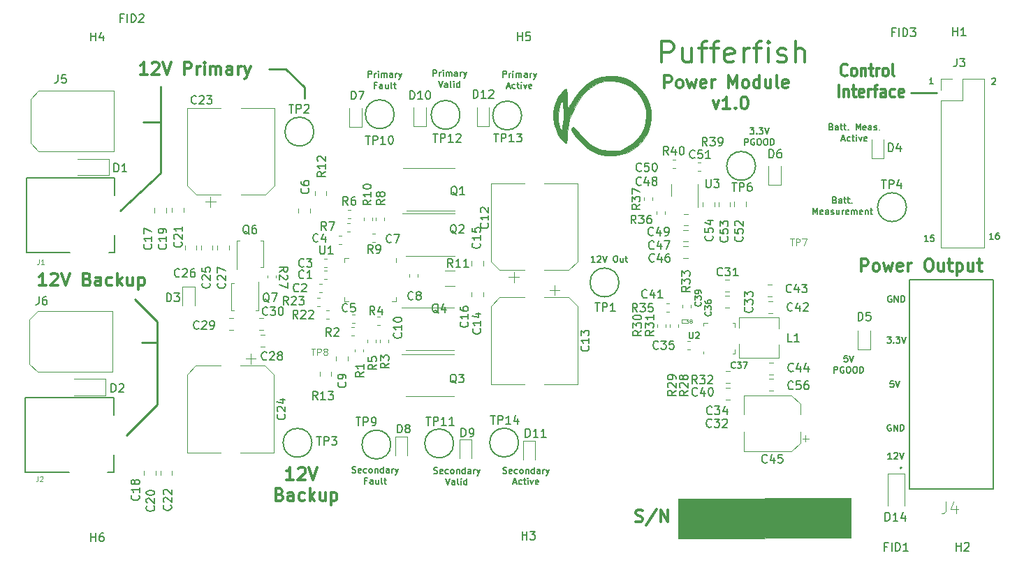
<source format=gbr>
G04 #@! TF.GenerationSoftware,KiCad,Pcbnew,(5.1.5)-3*
G04 #@! TF.CreationDate,2020-07-29T12:33:15-07:00*
G04 #@! TF.ProjectId,Pufferfish-Power-1,50756666-6572-4666-9973-682d506f7765,v0.1*
G04 #@! TF.SameCoordinates,Original*
G04 #@! TF.FileFunction,Legend,Top*
G04 #@! TF.FilePolarity,Positive*
%FSLAX46Y46*%
G04 Gerber Fmt 4.6, Leading zero omitted, Abs format (unit mm)*
G04 Created by KiCad (PCBNEW (5.1.5)-3) date 2020-07-29 12:33:15*
%MOMM*%
%LPD*%
G04 APERTURE LIST*
%ADD10C,0.300000*%
%ADD11C,0.100000*%
%ADD12C,0.190500*%
%ADD13C,0.254000*%
%ADD14C,0.120000*%
%ADD15C,0.010000*%
%ADD16C,0.127000*%
%ADD17C,0.200000*%
%ADD18C,0.150000*%
%ADD19C,0.203200*%
%ADD20C,0.015000*%
%ADD21C,0.125000*%
%ADD22C,0.115824*%
G04 APERTURE END LIST*
D10*
X168341885Y-78499171D02*
X168341885Y-76999171D01*
X168913314Y-76999171D01*
X169056171Y-77070600D01*
X169127600Y-77142028D01*
X169199028Y-77284885D01*
X169199028Y-77499171D01*
X169127600Y-77642028D01*
X169056171Y-77713457D01*
X168913314Y-77784885D01*
X168341885Y-77784885D01*
X170056171Y-78499171D02*
X169913314Y-78427742D01*
X169841885Y-78356314D01*
X169770457Y-78213457D01*
X169770457Y-77784885D01*
X169841885Y-77642028D01*
X169913314Y-77570600D01*
X170056171Y-77499171D01*
X170270457Y-77499171D01*
X170413314Y-77570600D01*
X170484742Y-77642028D01*
X170556171Y-77784885D01*
X170556171Y-78213457D01*
X170484742Y-78356314D01*
X170413314Y-78427742D01*
X170270457Y-78499171D01*
X170056171Y-78499171D01*
X171056171Y-77499171D02*
X171341885Y-78499171D01*
X171627600Y-77784885D01*
X171913314Y-78499171D01*
X172199028Y-77499171D01*
X173341885Y-78427742D02*
X173199028Y-78499171D01*
X172913314Y-78499171D01*
X172770457Y-78427742D01*
X172699028Y-78284885D01*
X172699028Y-77713457D01*
X172770457Y-77570600D01*
X172913314Y-77499171D01*
X173199028Y-77499171D01*
X173341885Y-77570600D01*
X173413314Y-77713457D01*
X173413314Y-77856314D01*
X172699028Y-77999171D01*
X174056171Y-78499171D02*
X174056171Y-77499171D01*
X174056171Y-77784885D02*
X174127600Y-77642028D01*
X174199028Y-77570600D01*
X174341885Y-77499171D01*
X174484742Y-77499171D01*
X176127600Y-78499171D02*
X176127600Y-76999171D01*
X176627600Y-78070600D01*
X177127600Y-76999171D01*
X177127600Y-78499171D01*
X178056171Y-78499171D02*
X177913314Y-78427742D01*
X177841885Y-78356314D01*
X177770457Y-78213457D01*
X177770457Y-77784885D01*
X177841885Y-77642028D01*
X177913314Y-77570600D01*
X178056171Y-77499171D01*
X178270457Y-77499171D01*
X178413314Y-77570600D01*
X178484742Y-77642028D01*
X178556171Y-77784885D01*
X178556171Y-78213457D01*
X178484742Y-78356314D01*
X178413314Y-78427742D01*
X178270457Y-78499171D01*
X178056171Y-78499171D01*
X179841885Y-78499171D02*
X179841885Y-76999171D01*
X179841885Y-78427742D02*
X179699028Y-78499171D01*
X179413314Y-78499171D01*
X179270457Y-78427742D01*
X179199028Y-78356314D01*
X179127600Y-78213457D01*
X179127600Y-77784885D01*
X179199028Y-77642028D01*
X179270457Y-77570600D01*
X179413314Y-77499171D01*
X179699028Y-77499171D01*
X179841885Y-77570600D01*
X181199028Y-77499171D02*
X181199028Y-78499171D01*
X180556171Y-77499171D02*
X180556171Y-78284885D01*
X180627600Y-78427742D01*
X180770457Y-78499171D01*
X180984742Y-78499171D01*
X181127600Y-78427742D01*
X181199028Y-78356314D01*
X182127600Y-78499171D02*
X181984742Y-78427742D01*
X181913314Y-78284885D01*
X181913314Y-76999171D01*
X183270457Y-78427742D02*
X183127600Y-78499171D01*
X182841885Y-78499171D01*
X182699028Y-78427742D01*
X182627600Y-78284885D01*
X182627600Y-77713457D01*
X182699028Y-77570600D01*
X182841885Y-77499171D01*
X183127600Y-77499171D01*
X183270457Y-77570600D01*
X183341885Y-77713457D01*
X183341885Y-77856314D01*
X182627600Y-77999171D01*
X174234742Y-80049171D02*
X174591885Y-81049171D01*
X174949028Y-80049171D01*
X176306171Y-81049171D02*
X175449028Y-81049171D01*
X175877600Y-81049171D02*
X175877600Y-79549171D01*
X175734742Y-79763457D01*
X175591885Y-79906314D01*
X175449028Y-79977742D01*
X176949028Y-80906314D02*
X177020457Y-80977742D01*
X176949028Y-81049171D01*
X176877600Y-80977742D01*
X176949028Y-80906314D01*
X176949028Y-81049171D01*
X177949028Y-79549171D02*
X178091885Y-79549171D01*
X178234742Y-79620600D01*
X178306171Y-79692028D01*
X178377600Y-79834885D01*
X178449028Y-80120600D01*
X178449028Y-80477742D01*
X178377600Y-80763457D01*
X178306171Y-80906314D01*
X178234742Y-80977742D01*
X178091885Y-81049171D01*
X177949028Y-81049171D01*
X177806171Y-80977742D01*
X177734742Y-80906314D01*
X177663314Y-80763457D01*
X177591885Y-80477742D01*
X177591885Y-80120600D01*
X177663314Y-79834885D01*
X177734742Y-79692028D01*
X177806171Y-79620600D01*
X177949028Y-79549171D01*
X168008904Y-75367847D02*
X168008904Y-72827847D01*
X168976523Y-72827847D01*
X169218428Y-72948800D01*
X169339380Y-73069752D01*
X169460333Y-73311657D01*
X169460333Y-73674514D01*
X169339380Y-73916419D01*
X169218428Y-74037371D01*
X168976523Y-74158323D01*
X168008904Y-74158323D01*
X171637476Y-73674514D02*
X171637476Y-75367847D01*
X170548904Y-73674514D02*
X170548904Y-75004990D01*
X170669857Y-75246895D01*
X170911761Y-75367847D01*
X171274619Y-75367847D01*
X171516523Y-75246895D01*
X171637476Y-75125942D01*
X172484142Y-73674514D02*
X173451761Y-73674514D01*
X172847000Y-75367847D02*
X172847000Y-73190704D01*
X172967952Y-72948800D01*
X173209857Y-72827847D01*
X173451761Y-72827847D01*
X173935571Y-73674514D02*
X174903190Y-73674514D01*
X174298428Y-75367847D02*
X174298428Y-73190704D01*
X174419380Y-72948800D01*
X174661285Y-72827847D01*
X174903190Y-72827847D01*
X176717476Y-75246895D02*
X176475571Y-75367847D01*
X175991761Y-75367847D01*
X175749857Y-75246895D01*
X175628904Y-75004990D01*
X175628904Y-74037371D01*
X175749857Y-73795466D01*
X175991761Y-73674514D01*
X176475571Y-73674514D01*
X176717476Y-73795466D01*
X176838428Y-74037371D01*
X176838428Y-74279276D01*
X175628904Y-74521180D01*
X177927000Y-75367847D02*
X177927000Y-73674514D01*
X177927000Y-74158323D02*
X178047952Y-73916419D01*
X178168904Y-73795466D01*
X178410809Y-73674514D01*
X178652714Y-73674514D01*
X179136523Y-73674514D02*
X180104142Y-73674514D01*
X179499380Y-75367847D02*
X179499380Y-73190704D01*
X179620333Y-72948800D01*
X179862238Y-72827847D01*
X180104142Y-72827847D01*
X180950809Y-75367847D02*
X180950809Y-73674514D01*
X180950809Y-72827847D02*
X180829857Y-72948800D01*
X180950809Y-73069752D01*
X181071761Y-72948800D01*
X180950809Y-72827847D01*
X180950809Y-73069752D01*
X182039380Y-75246895D02*
X182281285Y-75367847D01*
X182765095Y-75367847D01*
X183007000Y-75246895D01*
X183127952Y-75004990D01*
X183127952Y-74884038D01*
X183007000Y-74642133D01*
X182765095Y-74521180D01*
X182402238Y-74521180D01*
X182160333Y-74400228D01*
X182039380Y-74158323D01*
X182039380Y-74037371D01*
X182160333Y-73795466D01*
X182402238Y-73674514D01*
X182765095Y-73674514D01*
X183007000Y-73795466D01*
X184216523Y-75367847D02*
X184216523Y-72827847D01*
X185305095Y-75367847D02*
X185305095Y-74037371D01*
X185184142Y-73795466D01*
X184942238Y-73674514D01*
X184579380Y-73674514D01*
X184337476Y-73795466D01*
X184216523Y-73916419D01*
X164827200Y-131112342D02*
X165041485Y-131183771D01*
X165398628Y-131183771D01*
X165541485Y-131112342D01*
X165612914Y-131040914D01*
X165684342Y-130898057D01*
X165684342Y-130755200D01*
X165612914Y-130612342D01*
X165541485Y-130540914D01*
X165398628Y-130469485D01*
X165112914Y-130398057D01*
X164970057Y-130326628D01*
X164898628Y-130255200D01*
X164827200Y-130112342D01*
X164827200Y-129969485D01*
X164898628Y-129826628D01*
X164970057Y-129755200D01*
X165112914Y-129683771D01*
X165470057Y-129683771D01*
X165684342Y-129755200D01*
X167398628Y-129612342D02*
X166112914Y-131540914D01*
X167898628Y-131183771D02*
X167898628Y-129683771D01*
X168755771Y-131183771D01*
X168755771Y-129683771D01*
D11*
G36*
X190931800Y-133134100D02*
G01*
X170002200Y-133172200D01*
X170002200Y-128320800D01*
X190931800Y-128282700D01*
X190931800Y-133134100D01*
G37*
X190931800Y-133134100D02*
X170002200Y-133172200D01*
X170002200Y-128320800D01*
X190931800Y-128282700D01*
X190931800Y-133134100D01*
D12*
X200286257Y-97093314D02*
X199850828Y-97093314D01*
X200068542Y-97093314D02*
X200068542Y-96331314D01*
X199995971Y-96440171D01*
X199923400Y-96512742D01*
X199850828Y-96549028D01*
X200975685Y-96331314D02*
X200612828Y-96331314D01*
X200576542Y-96694171D01*
X200612828Y-96657885D01*
X200685400Y-96621600D01*
X200866828Y-96621600D01*
X200939400Y-96657885D01*
X200975685Y-96694171D01*
X201011971Y-96766742D01*
X201011971Y-96948171D01*
X200975685Y-97020742D01*
X200939400Y-97057028D01*
X200866828Y-97093314D01*
X200685400Y-97093314D01*
X200612828Y-97057028D01*
X200576542Y-97020742D01*
X208185657Y-96839314D02*
X207750228Y-96839314D01*
X207967942Y-96839314D02*
X207967942Y-96077314D01*
X207895371Y-96186171D01*
X207822800Y-96258742D01*
X207750228Y-96295028D01*
X208838800Y-96077314D02*
X208693657Y-96077314D01*
X208621085Y-96113600D01*
X208584800Y-96149885D01*
X208512228Y-96258742D01*
X208475942Y-96403885D01*
X208475942Y-96694171D01*
X208512228Y-96766742D01*
X208548514Y-96803028D01*
X208621085Y-96839314D01*
X208766228Y-96839314D01*
X208838800Y-96803028D01*
X208875085Y-96766742D01*
X208911371Y-96694171D01*
X208911371Y-96512742D01*
X208875085Y-96440171D01*
X208838800Y-96403885D01*
X208766228Y-96367600D01*
X208621085Y-96367600D01*
X208548514Y-96403885D01*
X208512228Y-96440171D01*
X208475942Y-96512742D01*
X208036885Y-77379285D02*
X208073171Y-77343000D01*
X208145742Y-77306714D01*
X208327171Y-77306714D01*
X208399742Y-77343000D01*
X208436028Y-77379285D01*
X208472314Y-77451857D01*
X208472314Y-77524428D01*
X208436028Y-77633285D01*
X208000600Y-78068714D01*
X208472314Y-78068714D01*
X200903114Y-78017914D02*
X200467685Y-78017914D01*
X200685400Y-78017914D02*
X200685400Y-77255914D01*
X200612828Y-77364771D01*
X200540257Y-77437342D01*
X200467685Y-77473628D01*
X159896628Y-99633314D02*
X159461200Y-99633314D01*
X159678914Y-99633314D02*
X159678914Y-98871314D01*
X159606342Y-98980171D01*
X159533771Y-99052742D01*
X159461200Y-99089028D01*
X160186914Y-98943885D02*
X160223200Y-98907600D01*
X160295771Y-98871314D01*
X160477200Y-98871314D01*
X160549771Y-98907600D01*
X160586057Y-98943885D01*
X160622342Y-99016457D01*
X160622342Y-99089028D01*
X160586057Y-99197885D01*
X160150628Y-99633314D01*
X160622342Y-99633314D01*
X160840057Y-98871314D02*
X161094057Y-99633314D01*
X161348057Y-98871314D01*
X162327771Y-98871314D02*
X162472914Y-98871314D01*
X162545485Y-98907600D01*
X162618057Y-98980171D01*
X162654342Y-99125314D01*
X162654342Y-99379314D01*
X162618057Y-99524457D01*
X162545485Y-99597028D01*
X162472914Y-99633314D01*
X162327771Y-99633314D01*
X162255200Y-99597028D01*
X162182628Y-99524457D01*
X162146342Y-99379314D01*
X162146342Y-99125314D01*
X162182628Y-98980171D01*
X162255200Y-98907600D01*
X162327771Y-98871314D01*
X163307485Y-99125314D02*
X163307485Y-99633314D01*
X162980914Y-99125314D02*
X162980914Y-99524457D01*
X163017200Y-99597028D01*
X163089771Y-99633314D01*
X163198628Y-99633314D01*
X163271200Y-99597028D01*
X163307485Y-99560742D01*
X163561485Y-99125314D02*
X163851771Y-99125314D01*
X163670342Y-98871314D02*
X163670342Y-99524457D01*
X163706628Y-99597028D01*
X163779200Y-99633314D01*
X163851771Y-99633314D01*
X188544200Y-83200421D02*
X188653057Y-83236707D01*
X188689342Y-83272992D01*
X188725628Y-83345564D01*
X188725628Y-83454421D01*
X188689342Y-83526992D01*
X188653057Y-83563278D01*
X188580485Y-83599564D01*
X188290200Y-83599564D01*
X188290200Y-82837564D01*
X188544200Y-82837564D01*
X188616771Y-82873850D01*
X188653057Y-82910135D01*
X188689342Y-82982707D01*
X188689342Y-83055278D01*
X188653057Y-83127850D01*
X188616771Y-83164135D01*
X188544200Y-83200421D01*
X188290200Y-83200421D01*
X189378771Y-83599564D02*
X189378771Y-83200421D01*
X189342485Y-83127850D01*
X189269914Y-83091564D01*
X189124771Y-83091564D01*
X189052200Y-83127850D01*
X189378771Y-83563278D02*
X189306200Y-83599564D01*
X189124771Y-83599564D01*
X189052200Y-83563278D01*
X189015914Y-83490707D01*
X189015914Y-83418135D01*
X189052200Y-83345564D01*
X189124771Y-83309278D01*
X189306200Y-83309278D01*
X189378771Y-83272992D01*
X189632771Y-83091564D02*
X189923057Y-83091564D01*
X189741628Y-82837564D02*
X189741628Y-83490707D01*
X189777914Y-83563278D01*
X189850485Y-83599564D01*
X189923057Y-83599564D01*
X190068200Y-83091564D02*
X190358485Y-83091564D01*
X190177057Y-82837564D02*
X190177057Y-83490707D01*
X190213342Y-83563278D01*
X190285914Y-83599564D01*
X190358485Y-83599564D01*
X190612485Y-83526992D02*
X190648771Y-83563278D01*
X190612485Y-83599564D01*
X190576200Y-83563278D01*
X190612485Y-83526992D01*
X190612485Y-83599564D01*
X191555914Y-83599564D02*
X191555914Y-82837564D01*
X191809914Y-83381850D01*
X192063914Y-82837564D01*
X192063914Y-83599564D01*
X192717057Y-83563278D02*
X192644485Y-83599564D01*
X192499342Y-83599564D01*
X192426771Y-83563278D01*
X192390485Y-83490707D01*
X192390485Y-83200421D01*
X192426771Y-83127850D01*
X192499342Y-83091564D01*
X192644485Y-83091564D01*
X192717057Y-83127850D01*
X192753342Y-83200421D01*
X192753342Y-83272992D01*
X192390485Y-83345564D01*
X193406485Y-83599564D02*
X193406485Y-83200421D01*
X193370200Y-83127850D01*
X193297628Y-83091564D01*
X193152485Y-83091564D01*
X193079914Y-83127850D01*
X193406485Y-83563278D02*
X193333914Y-83599564D01*
X193152485Y-83599564D01*
X193079914Y-83563278D01*
X193043628Y-83490707D01*
X193043628Y-83418135D01*
X193079914Y-83345564D01*
X193152485Y-83309278D01*
X193333914Y-83309278D01*
X193406485Y-83272992D01*
X193733057Y-83563278D02*
X193805628Y-83599564D01*
X193950771Y-83599564D01*
X194023342Y-83563278D01*
X194059628Y-83490707D01*
X194059628Y-83454421D01*
X194023342Y-83381850D01*
X193950771Y-83345564D01*
X193841914Y-83345564D01*
X193769342Y-83309278D01*
X193733057Y-83236707D01*
X193733057Y-83200421D01*
X193769342Y-83127850D01*
X193841914Y-83091564D01*
X193950771Y-83091564D01*
X194023342Y-83127850D01*
X194386200Y-83526992D02*
X194422485Y-83563278D01*
X194386200Y-83599564D01*
X194349914Y-83563278D01*
X194386200Y-83526992D01*
X194386200Y-83599564D01*
X189814200Y-84715350D02*
X190177057Y-84715350D01*
X189741628Y-84933064D02*
X189995628Y-84171064D01*
X190249628Y-84933064D01*
X190830200Y-84896778D02*
X190757628Y-84933064D01*
X190612485Y-84933064D01*
X190539914Y-84896778D01*
X190503628Y-84860492D01*
X190467342Y-84787921D01*
X190467342Y-84570207D01*
X190503628Y-84497635D01*
X190539914Y-84461350D01*
X190612485Y-84425064D01*
X190757628Y-84425064D01*
X190830200Y-84461350D01*
X191047914Y-84425064D02*
X191338200Y-84425064D01*
X191156771Y-84171064D02*
X191156771Y-84824207D01*
X191193057Y-84896778D01*
X191265628Y-84933064D01*
X191338200Y-84933064D01*
X191592200Y-84933064D02*
X191592200Y-84425064D01*
X191592200Y-84171064D02*
X191555914Y-84207350D01*
X191592200Y-84243635D01*
X191628485Y-84207350D01*
X191592200Y-84171064D01*
X191592200Y-84243635D01*
X191882485Y-84425064D02*
X192063914Y-84933064D01*
X192245342Y-84425064D01*
X192825914Y-84896778D02*
X192753342Y-84933064D01*
X192608200Y-84933064D01*
X192535628Y-84896778D01*
X192499342Y-84824207D01*
X192499342Y-84533921D01*
X192535628Y-84461350D01*
X192608200Y-84425064D01*
X192753342Y-84425064D01*
X192825914Y-84461350D01*
X192862200Y-84533921D01*
X192862200Y-84606492D01*
X192499342Y-84679064D01*
X188983257Y-92090421D02*
X189092114Y-92126707D01*
X189128400Y-92162992D01*
X189164685Y-92235564D01*
X189164685Y-92344421D01*
X189128400Y-92416992D01*
X189092114Y-92453278D01*
X189019542Y-92489564D01*
X188729257Y-92489564D01*
X188729257Y-91727564D01*
X188983257Y-91727564D01*
X189055828Y-91763850D01*
X189092114Y-91800135D01*
X189128400Y-91872707D01*
X189128400Y-91945278D01*
X189092114Y-92017850D01*
X189055828Y-92054135D01*
X188983257Y-92090421D01*
X188729257Y-92090421D01*
X189817828Y-92489564D02*
X189817828Y-92090421D01*
X189781542Y-92017850D01*
X189708971Y-91981564D01*
X189563828Y-91981564D01*
X189491257Y-92017850D01*
X189817828Y-92453278D02*
X189745257Y-92489564D01*
X189563828Y-92489564D01*
X189491257Y-92453278D01*
X189454971Y-92380707D01*
X189454971Y-92308135D01*
X189491257Y-92235564D01*
X189563828Y-92199278D01*
X189745257Y-92199278D01*
X189817828Y-92162992D01*
X190071828Y-91981564D02*
X190362114Y-91981564D01*
X190180685Y-91727564D02*
X190180685Y-92380707D01*
X190216971Y-92453278D01*
X190289542Y-92489564D01*
X190362114Y-92489564D01*
X190507257Y-91981564D02*
X190797542Y-91981564D01*
X190616114Y-91727564D02*
X190616114Y-92380707D01*
X190652400Y-92453278D01*
X190724971Y-92489564D01*
X190797542Y-92489564D01*
X191051542Y-92416992D02*
X191087828Y-92453278D01*
X191051542Y-92489564D01*
X191015257Y-92453278D01*
X191051542Y-92416992D01*
X191051542Y-92489564D01*
X186352542Y-93823064D02*
X186352542Y-93061064D01*
X186606542Y-93605350D01*
X186860542Y-93061064D01*
X186860542Y-93823064D01*
X187513685Y-93786778D02*
X187441114Y-93823064D01*
X187295971Y-93823064D01*
X187223400Y-93786778D01*
X187187114Y-93714207D01*
X187187114Y-93423921D01*
X187223400Y-93351350D01*
X187295971Y-93315064D01*
X187441114Y-93315064D01*
X187513685Y-93351350D01*
X187549971Y-93423921D01*
X187549971Y-93496492D01*
X187187114Y-93569064D01*
X188203114Y-93823064D02*
X188203114Y-93423921D01*
X188166828Y-93351350D01*
X188094257Y-93315064D01*
X187949114Y-93315064D01*
X187876542Y-93351350D01*
X188203114Y-93786778D02*
X188130542Y-93823064D01*
X187949114Y-93823064D01*
X187876542Y-93786778D01*
X187840257Y-93714207D01*
X187840257Y-93641635D01*
X187876542Y-93569064D01*
X187949114Y-93532778D01*
X188130542Y-93532778D01*
X188203114Y-93496492D01*
X188529685Y-93786778D02*
X188602257Y-93823064D01*
X188747400Y-93823064D01*
X188819971Y-93786778D01*
X188856257Y-93714207D01*
X188856257Y-93677921D01*
X188819971Y-93605350D01*
X188747400Y-93569064D01*
X188638542Y-93569064D01*
X188565971Y-93532778D01*
X188529685Y-93460207D01*
X188529685Y-93423921D01*
X188565971Y-93351350D01*
X188638542Y-93315064D01*
X188747400Y-93315064D01*
X188819971Y-93351350D01*
X189509400Y-93315064D02*
X189509400Y-93823064D01*
X189182828Y-93315064D02*
X189182828Y-93714207D01*
X189219114Y-93786778D01*
X189291685Y-93823064D01*
X189400542Y-93823064D01*
X189473114Y-93786778D01*
X189509400Y-93750492D01*
X189872257Y-93823064D02*
X189872257Y-93315064D01*
X189872257Y-93460207D02*
X189908542Y-93387635D01*
X189944828Y-93351350D01*
X190017400Y-93315064D01*
X190089971Y-93315064D01*
X190634257Y-93786778D02*
X190561685Y-93823064D01*
X190416542Y-93823064D01*
X190343971Y-93786778D01*
X190307685Y-93714207D01*
X190307685Y-93423921D01*
X190343971Y-93351350D01*
X190416542Y-93315064D01*
X190561685Y-93315064D01*
X190634257Y-93351350D01*
X190670542Y-93423921D01*
X190670542Y-93496492D01*
X190307685Y-93569064D01*
X190997114Y-93823064D02*
X190997114Y-93315064D01*
X190997114Y-93387635D02*
X191033400Y-93351350D01*
X191105971Y-93315064D01*
X191214828Y-93315064D01*
X191287400Y-93351350D01*
X191323685Y-93423921D01*
X191323685Y-93823064D01*
X191323685Y-93423921D02*
X191359971Y-93351350D01*
X191432542Y-93315064D01*
X191541400Y-93315064D01*
X191613971Y-93351350D01*
X191650257Y-93423921D01*
X191650257Y-93823064D01*
X192303400Y-93786778D02*
X192230828Y-93823064D01*
X192085685Y-93823064D01*
X192013114Y-93786778D01*
X191976828Y-93714207D01*
X191976828Y-93423921D01*
X192013114Y-93351350D01*
X192085685Y-93315064D01*
X192230828Y-93315064D01*
X192303400Y-93351350D01*
X192339685Y-93423921D01*
X192339685Y-93496492D01*
X191976828Y-93569064D01*
X192666257Y-93315064D02*
X192666257Y-93823064D01*
X192666257Y-93387635D02*
X192702542Y-93351350D01*
X192775114Y-93315064D01*
X192883971Y-93315064D01*
X192956542Y-93351350D01*
X192992828Y-93423921D01*
X192992828Y-93823064D01*
X193246828Y-93315064D02*
X193537114Y-93315064D01*
X193355685Y-93061064D02*
X193355685Y-93714207D01*
X193391971Y-93786778D01*
X193464542Y-93823064D01*
X193537114Y-93823064D01*
X178707142Y-83320164D02*
X179178857Y-83320164D01*
X178924857Y-83610450D01*
X179033714Y-83610450D01*
X179106285Y-83646735D01*
X179142571Y-83683021D01*
X179178857Y-83755592D01*
X179178857Y-83937021D01*
X179142571Y-84009592D01*
X179106285Y-84045878D01*
X179033714Y-84082164D01*
X178816000Y-84082164D01*
X178743428Y-84045878D01*
X178707142Y-84009592D01*
X179505428Y-84009592D02*
X179541714Y-84045878D01*
X179505428Y-84082164D01*
X179469142Y-84045878D01*
X179505428Y-84009592D01*
X179505428Y-84082164D01*
X179795714Y-83320164D02*
X180267428Y-83320164D01*
X180013428Y-83610450D01*
X180122285Y-83610450D01*
X180194857Y-83646735D01*
X180231142Y-83683021D01*
X180267428Y-83755592D01*
X180267428Y-83937021D01*
X180231142Y-84009592D01*
X180194857Y-84045878D01*
X180122285Y-84082164D01*
X179904571Y-84082164D01*
X179832000Y-84045878D01*
X179795714Y-84009592D01*
X180485142Y-83320164D02*
X180739142Y-84082164D01*
X180993142Y-83320164D01*
X178072142Y-85415664D02*
X178072142Y-84653664D01*
X178362428Y-84653664D01*
X178435000Y-84689950D01*
X178471285Y-84726235D01*
X178507571Y-84798807D01*
X178507571Y-84907664D01*
X178471285Y-84980235D01*
X178435000Y-85016521D01*
X178362428Y-85052807D01*
X178072142Y-85052807D01*
X179233285Y-84689950D02*
X179160714Y-84653664D01*
X179051857Y-84653664D01*
X178943000Y-84689950D01*
X178870428Y-84762521D01*
X178834142Y-84835092D01*
X178797857Y-84980235D01*
X178797857Y-85089092D01*
X178834142Y-85234235D01*
X178870428Y-85306807D01*
X178943000Y-85379378D01*
X179051857Y-85415664D01*
X179124428Y-85415664D01*
X179233285Y-85379378D01*
X179269571Y-85343092D01*
X179269571Y-85089092D01*
X179124428Y-85089092D01*
X179741285Y-84653664D02*
X179886428Y-84653664D01*
X179959000Y-84689950D01*
X180031571Y-84762521D01*
X180067857Y-84907664D01*
X180067857Y-85161664D01*
X180031571Y-85306807D01*
X179959000Y-85379378D01*
X179886428Y-85415664D01*
X179741285Y-85415664D01*
X179668714Y-85379378D01*
X179596142Y-85306807D01*
X179559857Y-85161664D01*
X179559857Y-84907664D01*
X179596142Y-84762521D01*
X179668714Y-84689950D01*
X179741285Y-84653664D01*
X180539571Y-84653664D02*
X180684714Y-84653664D01*
X180757285Y-84689950D01*
X180829857Y-84762521D01*
X180866142Y-84907664D01*
X180866142Y-85161664D01*
X180829857Y-85306807D01*
X180757285Y-85379378D01*
X180684714Y-85415664D01*
X180539571Y-85415664D01*
X180467000Y-85379378D01*
X180394428Y-85306807D01*
X180358142Y-85161664D01*
X180358142Y-84907664D01*
X180394428Y-84762521D01*
X180467000Y-84689950D01*
X180539571Y-84653664D01*
X181192714Y-85415664D02*
X181192714Y-84653664D01*
X181374142Y-84653664D01*
X181483000Y-84689950D01*
X181555571Y-84762521D01*
X181591857Y-84835092D01*
X181628142Y-84980235D01*
X181628142Y-85089092D01*
X181591857Y-85234235D01*
X181555571Y-85306807D01*
X181483000Y-85379378D01*
X181374142Y-85415664D01*
X181192714Y-85415664D01*
D13*
X198196200Y-79070200D02*
X201295000Y-79070200D01*
D10*
X190492742Y-76933914D02*
X190432266Y-77005342D01*
X190250838Y-77076771D01*
X190129885Y-77076771D01*
X189948457Y-77005342D01*
X189827504Y-76862485D01*
X189767028Y-76719628D01*
X189706552Y-76433914D01*
X189706552Y-76219628D01*
X189767028Y-75933914D01*
X189827504Y-75791057D01*
X189948457Y-75648200D01*
X190129885Y-75576771D01*
X190250838Y-75576771D01*
X190432266Y-75648200D01*
X190492742Y-75719628D01*
X191218457Y-77076771D02*
X191097504Y-77005342D01*
X191037028Y-76933914D01*
X190976552Y-76791057D01*
X190976552Y-76362485D01*
X191037028Y-76219628D01*
X191097504Y-76148200D01*
X191218457Y-76076771D01*
X191399885Y-76076771D01*
X191520838Y-76148200D01*
X191581314Y-76219628D01*
X191641790Y-76362485D01*
X191641790Y-76791057D01*
X191581314Y-76933914D01*
X191520838Y-77005342D01*
X191399885Y-77076771D01*
X191218457Y-77076771D01*
X192186076Y-76076771D02*
X192186076Y-77076771D01*
X192186076Y-76219628D02*
X192246552Y-76148200D01*
X192367504Y-76076771D01*
X192548933Y-76076771D01*
X192669885Y-76148200D01*
X192730361Y-76291057D01*
X192730361Y-77076771D01*
X193153695Y-76076771D02*
X193637504Y-76076771D01*
X193335123Y-75576771D02*
X193335123Y-76862485D01*
X193395600Y-77005342D01*
X193516552Y-77076771D01*
X193637504Y-77076771D01*
X194060838Y-77076771D02*
X194060838Y-76076771D01*
X194060838Y-76362485D02*
X194121314Y-76219628D01*
X194181790Y-76148200D01*
X194302742Y-76076771D01*
X194423695Y-76076771D01*
X195028457Y-77076771D02*
X194907504Y-77005342D01*
X194847028Y-76933914D01*
X194786552Y-76791057D01*
X194786552Y-76362485D01*
X194847028Y-76219628D01*
X194907504Y-76148200D01*
X195028457Y-76076771D01*
X195209885Y-76076771D01*
X195330838Y-76148200D01*
X195391314Y-76219628D01*
X195451790Y-76362485D01*
X195451790Y-76791057D01*
X195391314Y-76933914D01*
X195330838Y-77005342D01*
X195209885Y-77076771D01*
X195028457Y-77076771D01*
X196177504Y-77076771D02*
X196056552Y-77005342D01*
X195996076Y-76862485D01*
X195996076Y-75576771D01*
X189494885Y-79626771D02*
X189494885Y-78126771D01*
X190099647Y-78626771D02*
X190099647Y-79626771D01*
X190099647Y-78769628D02*
X190160123Y-78698200D01*
X190281076Y-78626771D01*
X190462504Y-78626771D01*
X190583457Y-78698200D01*
X190643933Y-78841057D01*
X190643933Y-79626771D01*
X191067266Y-78626771D02*
X191551076Y-78626771D01*
X191248695Y-78126771D02*
X191248695Y-79412485D01*
X191309171Y-79555342D01*
X191430123Y-79626771D01*
X191551076Y-79626771D01*
X192458219Y-79555342D02*
X192337266Y-79626771D01*
X192095361Y-79626771D01*
X191974409Y-79555342D01*
X191913933Y-79412485D01*
X191913933Y-78841057D01*
X191974409Y-78698200D01*
X192095361Y-78626771D01*
X192337266Y-78626771D01*
X192458219Y-78698200D01*
X192518695Y-78841057D01*
X192518695Y-78983914D01*
X191913933Y-79126771D01*
X193062980Y-79626771D02*
X193062980Y-78626771D01*
X193062980Y-78912485D02*
X193123457Y-78769628D01*
X193183933Y-78698200D01*
X193304885Y-78626771D01*
X193425838Y-78626771D01*
X193667742Y-78626771D02*
X194151552Y-78626771D01*
X193849171Y-79626771D02*
X193849171Y-78341057D01*
X193909647Y-78198200D01*
X194030600Y-78126771D01*
X194151552Y-78126771D01*
X195119171Y-79626771D02*
X195119171Y-78841057D01*
X195058695Y-78698200D01*
X194937742Y-78626771D01*
X194695838Y-78626771D01*
X194574885Y-78698200D01*
X195119171Y-79555342D02*
X194998219Y-79626771D01*
X194695838Y-79626771D01*
X194574885Y-79555342D01*
X194514409Y-79412485D01*
X194514409Y-79269628D01*
X194574885Y-79126771D01*
X194695838Y-79055342D01*
X194998219Y-79055342D01*
X195119171Y-78983914D01*
X196268219Y-79555342D02*
X196147266Y-79626771D01*
X195905361Y-79626771D01*
X195784409Y-79555342D01*
X195723933Y-79483914D01*
X195663457Y-79341057D01*
X195663457Y-78912485D01*
X195723933Y-78769628D01*
X195784409Y-78698200D01*
X195905361Y-78626771D01*
X196147266Y-78626771D01*
X196268219Y-78698200D01*
X197296314Y-79555342D02*
X197175361Y-79626771D01*
X196933457Y-79626771D01*
X196812504Y-79555342D01*
X196752028Y-79412485D01*
X196752028Y-78841057D01*
X196812504Y-78698200D01*
X196933457Y-78626771D01*
X197175361Y-78626771D01*
X197296314Y-78698200D01*
X197356790Y-78841057D01*
X197356790Y-78983914D01*
X196752028Y-79126771D01*
D12*
X195837628Y-103759000D02*
X195765057Y-103722714D01*
X195656200Y-103722714D01*
X195547342Y-103759000D01*
X195474771Y-103831571D01*
X195438485Y-103904142D01*
X195402200Y-104049285D01*
X195402200Y-104158142D01*
X195438485Y-104303285D01*
X195474771Y-104375857D01*
X195547342Y-104448428D01*
X195656200Y-104484714D01*
X195728771Y-104484714D01*
X195837628Y-104448428D01*
X195873914Y-104412142D01*
X195873914Y-104158142D01*
X195728771Y-104158142D01*
X196200485Y-104484714D02*
X196200485Y-103722714D01*
X196635914Y-104484714D01*
X196635914Y-103722714D01*
X196998771Y-104484714D02*
X196998771Y-103722714D01*
X197180200Y-103722714D01*
X197289057Y-103759000D01*
X197361628Y-103831571D01*
X197397914Y-103904142D01*
X197434200Y-104049285D01*
X197434200Y-104158142D01*
X197397914Y-104303285D01*
X197361628Y-104375857D01*
X197289057Y-104448428D01*
X197180200Y-104484714D01*
X196998771Y-104484714D01*
X195870285Y-123534714D02*
X195434857Y-123534714D01*
X195652571Y-123534714D02*
X195652571Y-122772714D01*
X195580000Y-122881571D01*
X195507428Y-122954142D01*
X195434857Y-122990428D01*
X196160571Y-122845285D02*
X196196857Y-122809000D01*
X196269428Y-122772714D01*
X196450857Y-122772714D01*
X196523428Y-122809000D01*
X196559714Y-122845285D01*
X196596000Y-122917857D01*
X196596000Y-122990428D01*
X196559714Y-123099285D01*
X196124285Y-123534714D01*
X196596000Y-123534714D01*
X196813714Y-122772714D02*
X197067714Y-123534714D01*
X197321714Y-122772714D01*
X195761428Y-119380000D02*
X195688857Y-119343714D01*
X195580000Y-119343714D01*
X195471142Y-119380000D01*
X195398571Y-119452571D01*
X195362285Y-119525142D01*
X195326000Y-119670285D01*
X195326000Y-119779142D01*
X195362285Y-119924285D01*
X195398571Y-119996857D01*
X195471142Y-120069428D01*
X195580000Y-120105714D01*
X195652571Y-120105714D01*
X195761428Y-120069428D01*
X195797714Y-120033142D01*
X195797714Y-119779142D01*
X195652571Y-119779142D01*
X196124285Y-120105714D02*
X196124285Y-119343714D01*
X196559714Y-120105714D01*
X196559714Y-119343714D01*
X196922571Y-120105714D02*
X196922571Y-119343714D01*
X197104000Y-119343714D01*
X197212857Y-119380000D01*
X197285428Y-119452571D01*
X197321714Y-119525142D01*
X197358000Y-119670285D01*
X197358000Y-119779142D01*
X197321714Y-119924285D01*
X197285428Y-119996857D01*
X197212857Y-120069428D01*
X197104000Y-120105714D01*
X196922571Y-120105714D01*
X196095257Y-114060514D02*
X195732400Y-114060514D01*
X195696114Y-114423371D01*
X195732400Y-114387085D01*
X195804971Y-114350800D01*
X195986400Y-114350800D01*
X196058971Y-114387085D01*
X196095257Y-114423371D01*
X196131542Y-114495942D01*
X196131542Y-114677371D01*
X196095257Y-114749942D01*
X196058971Y-114786228D01*
X195986400Y-114822514D01*
X195804971Y-114822514D01*
X195732400Y-114786228D01*
X195696114Y-114749942D01*
X196349257Y-114060514D02*
X196603257Y-114822514D01*
X196857257Y-114060514D01*
X195318742Y-108675714D02*
X195790457Y-108675714D01*
X195536457Y-108966000D01*
X195645314Y-108966000D01*
X195717885Y-109002285D01*
X195754171Y-109038571D01*
X195790457Y-109111142D01*
X195790457Y-109292571D01*
X195754171Y-109365142D01*
X195717885Y-109401428D01*
X195645314Y-109437714D01*
X195427600Y-109437714D01*
X195355028Y-109401428D01*
X195318742Y-109365142D01*
X196117028Y-109365142D02*
X196153314Y-109401428D01*
X196117028Y-109437714D01*
X196080742Y-109401428D01*
X196117028Y-109365142D01*
X196117028Y-109437714D01*
X196407314Y-108675714D02*
X196879028Y-108675714D01*
X196625028Y-108966000D01*
X196733885Y-108966000D01*
X196806457Y-109002285D01*
X196842742Y-109038571D01*
X196879028Y-109111142D01*
X196879028Y-109292571D01*
X196842742Y-109365142D01*
X196806457Y-109401428D01*
X196733885Y-109437714D01*
X196516171Y-109437714D01*
X196443600Y-109401428D01*
X196407314Y-109365142D01*
X197096742Y-108675714D02*
X197350742Y-109437714D01*
X197604742Y-108675714D01*
X190507257Y-110980764D02*
X190144400Y-110980764D01*
X190108114Y-111343621D01*
X190144400Y-111307335D01*
X190216971Y-111271050D01*
X190398400Y-111271050D01*
X190470971Y-111307335D01*
X190507257Y-111343621D01*
X190543542Y-111416192D01*
X190543542Y-111597621D01*
X190507257Y-111670192D01*
X190470971Y-111706478D01*
X190398400Y-111742764D01*
X190216971Y-111742764D01*
X190144400Y-111706478D01*
X190108114Y-111670192D01*
X190761257Y-110980764D02*
X191015257Y-111742764D01*
X191269257Y-110980764D01*
X188892542Y-113076264D02*
X188892542Y-112314264D01*
X189182828Y-112314264D01*
X189255400Y-112350550D01*
X189291685Y-112386835D01*
X189327971Y-112459407D01*
X189327971Y-112568264D01*
X189291685Y-112640835D01*
X189255400Y-112677121D01*
X189182828Y-112713407D01*
X188892542Y-112713407D01*
X190053685Y-112350550D02*
X189981114Y-112314264D01*
X189872257Y-112314264D01*
X189763400Y-112350550D01*
X189690828Y-112423121D01*
X189654542Y-112495692D01*
X189618257Y-112640835D01*
X189618257Y-112749692D01*
X189654542Y-112894835D01*
X189690828Y-112967407D01*
X189763400Y-113039978D01*
X189872257Y-113076264D01*
X189944828Y-113076264D01*
X190053685Y-113039978D01*
X190089971Y-113003692D01*
X190089971Y-112749692D01*
X189944828Y-112749692D01*
X190561685Y-112314264D02*
X190706828Y-112314264D01*
X190779400Y-112350550D01*
X190851971Y-112423121D01*
X190888257Y-112568264D01*
X190888257Y-112822264D01*
X190851971Y-112967407D01*
X190779400Y-113039978D01*
X190706828Y-113076264D01*
X190561685Y-113076264D01*
X190489114Y-113039978D01*
X190416542Y-112967407D01*
X190380257Y-112822264D01*
X190380257Y-112568264D01*
X190416542Y-112423121D01*
X190489114Y-112350550D01*
X190561685Y-112314264D01*
X191359971Y-112314264D02*
X191505114Y-112314264D01*
X191577685Y-112350550D01*
X191650257Y-112423121D01*
X191686542Y-112568264D01*
X191686542Y-112822264D01*
X191650257Y-112967407D01*
X191577685Y-113039978D01*
X191505114Y-113076264D01*
X191359971Y-113076264D01*
X191287400Y-113039978D01*
X191214828Y-112967407D01*
X191178542Y-112822264D01*
X191178542Y-112568264D01*
X191214828Y-112423121D01*
X191287400Y-112350550D01*
X191359971Y-112314264D01*
X192013114Y-113076264D02*
X192013114Y-112314264D01*
X192194542Y-112314264D01*
X192303400Y-112350550D01*
X192375971Y-112423121D01*
X192412257Y-112495692D01*
X192448542Y-112640835D01*
X192448542Y-112749692D01*
X192412257Y-112894835D01*
X192375971Y-112967407D01*
X192303400Y-113039978D01*
X192194542Y-113076264D01*
X192013114Y-113076264D01*
D10*
X192175714Y-100754571D02*
X192175714Y-99254571D01*
X192747142Y-99254571D01*
X192890000Y-99326000D01*
X192961428Y-99397428D01*
X193032857Y-99540285D01*
X193032857Y-99754571D01*
X192961428Y-99897428D01*
X192890000Y-99968857D01*
X192747142Y-100040285D01*
X192175714Y-100040285D01*
X193890000Y-100754571D02*
X193747142Y-100683142D01*
X193675714Y-100611714D01*
X193604285Y-100468857D01*
X193604285Y-100040285D01*
X193675714Y-99897428D01*
X193747142Y-99826000D01*
X193890000Y-99754571D01*
X194104285Y-99754571D01*
X194247142Y-99826000D01*
X194318571Y-99897428D01*
X194390000Y-100040285D01*
X194390000Y-100468857D01*
X194318571Y-100611714D01*
X194247142Y-100683142D01*
X194104285Y-100754571D01*
X193890000Y-100754571D01*
X194890000Y-99754571D02*
X195175714Y-100754571D01*
X195461428Y-100040285D01*
X195747142Y-100754571D01*
X196032857Y-99754571D01*
X197175714Y-100683142D02*
X197032857Y-100754571D01*
X196747142Y-100754571D01*
X196604285Y-100683142D01*
X196532857Y-100540285D01*
X196532857Y-99968857D01*
X196604285Y-99826000D01*
X196747142Y-99754571D01*
X197032857Y-99754571D01*
X197175714Y-99826000D01*
X197247142Y-99968857D01*
X197247142Y-100111714D01*
X196532857Y-100254571D01*
X197890000Y-100754571D02*
X197890000Y-99754571D01*
X197890000Y-100040285D02*
X197961428Y-99897428D01*
X198032857Y-99826000D01*
X198175714Y-99754571D01*
X198318571Y-99754571D01*
X200247142Y-99254571D02*
X200532857Y-99254571D01*
X200675714Y-99326000D01*
X200818571Y-99468857D01*
X200890000Y-99754571D01*
X200890000Y-100254571D01*
X200818571Y-100540285D01*
X200675714Y-100683142D01*
X200532857Y-100754571D01*
X200247142Y-100754571D01*
X200104285Y-100683142D01*
X199961428Y-100540285D01*
X199890000Y-100254571D01*
X199890000Y-99754571D01*
X199961428Y-99468857D01*
X200104285Y-99326000D01*
X200247142Y-99254571D01*
X202175714Y-99754571D02*
X202175714Y-100754571D01*
X201532857Y-99754571D02*
X201532857Y-100540285D01*
X201604285Y-100683142D01*
X201747142Y-100754571D01*
X201961428Y-100754571D01*
X202104285Y-100683142D01*
X202175714Y-100611714D01*
X202675714Y-99754571D02*
X203247142Y-99754571D01*
X202890000Y-99254571D02*
X202890000Y-100540285D01*
X202961428Y-100683142D01*
X203104285Y-100754571D01*
X203247142Y-100754571D01*
X203747142Y-99754571D02*
X203747142Y-101254571D01*
X203747142Y-99826000D02*
X203890000Y-99754571D01*
X204175714Y-99754571D01*
X204318571Y-99826000D01*
X204390000Y-99897428D01*
X204461428Y-100040285D01*
X204461428Y-100468857D01*
X204390000Y-100611714D01*
X204318571Y-100683142D01*
X204175714Y-100754571D01*
X203890000Y-100754571D01*
X203747142Y-100683142D01*
X205747142Y-99754571D02*
X205747142Y-100754571D01*
X205104285Y-99754571D02*
X205104285Y-100540285D01*
X205175714Y-100683142D01*
X205318571Y-100754571D01*
X205532857Y-100754571D01*
X205675714Y-100683142D01*
X205747142Y-100611714D01*
X206247142Y-99754571D02*
X206818571Y-99754571D01*
X206461428Y-99254571D02*
X206461428Y-100540285D01*
X206532857Y-100683142D01*
X206675714Y-100754571D01*
X206818571Y-100754571D01*
D12*
X148760542Y-125244678D02*
X148869400Y-125280964D01*
X149050828Y-125280964D01*
X149123400Y-125244678D01*
X149159685Y-125208392D01*
X149195971Y-125135821D01*
X149195971Y-125063250D01*
X149159685Y-124990678D01*
X149123400Y-124954392D01*
X149050828Y-124918107D01*
X148905685Y-124881821D01*
X148833114Y-124845535D01*
X148796828Y-124809250D01*
X148760542Y-124736678D01*
X148760542Y-124664107D01*
X148796828Y-124591535D01*
X148833114Y-124555250D01*
X148905685Y-124518964D01*
X149087114Y-124518964D01*
X149195971Y-124555250D01*
X149812828Y-125244678D02*
X149740257Y-125280964D01*
X149595114Y-125280964D01*
X149522542Y-125244678D01*
X149486257Y-125172107D01*
X149486257Y-124881821D01*
X149522542Y-124809250D01*
X149595114Y-124772964D01*
X149740257Y-124772964D01*
X149812828Y-124809250D01*
X149849114Y-124881821D01*
X149849114Y-124954392D01*
X149486257Y-125026964D01*
X150502257Y-125244678D02*
X150429685Y-125280964D01*
X150284542Y-125280964D01*
X150211971Y-125244678D01*
X150175685Y-125208392D01*
X150139400Y-125135821D01*
X150139400Y-124918107D01*
X150175685Y-124845535D01*
X150211971Y-124809250D01*
X150284542Y-124772964D01*
X150429685Y-124772964D01*
X150502257Y-124809250D01*
X150937685Y-125280964D02*
X150865114Y-125244678D01*
X150828828Y-125208392D01*
X150792542Y-125135821D01*
X150792542Y-124918107D01*
X150828828Y-124845535D01*
X150865114Y-124809250D01*
X150937685Y-124772964D01*
X151046542Y-124772964D01*
X151119114Y-124809250D01*
X151155400Y-124845535D01*
X151191685Y-124918107D01*
X151191685Y-125135821D01*
X151155400Y-125208392D01*
X151119114Y-125244678D01*
X151046542Y-125280964D01*
X150937685Y-125280964D01*
X151518257Y-124772964D02*
X151518257Y-125280964D01*
X151518257Y-124845535D02*
X151554542Y-124809250D01*
X151627114Y-124772964D01*
X151735971Y-124772964D01*
X151808542Y-124809250D01*
X151844828Y-124881821D01*
X151844828Y-125280964D01*
X152534257Y-125280964D02*
X152534257Y-124518964D01*
X152534257Y-125244678D02*
X152461685Y-125280964D01*
X152316542Y-125280964D01*
X152243971Y-125244678D01*
X152207685Y-125208392D01*
X152171400Y-125135821D01*
X152171400Y-124918107D01*
X152207685Y-124845535D01*
X152243971Y-124809250D01*
X152316542Y-124772964D01*
X152461685Y-124772964D01*
X152534257Y-124809250D01*
X153223685Y-125280964D02*
X153223685Y-124881821D01*
X153187400Y-124809250D01*
X153114828Y-124772964D01*
X152969685Y-124772964D01*
X152897114Y-124809250D01*
X153223685Y-125244678D02*
X153151114Y-125280964D01*
X152969685Y-125280964D01*
X152897114Y-125244678D01*
X152860828Y-125172107D01*
X152860828Y-125099535D01*
X152897114Y-125026964D01*
X152969685Y-124990678D01*
X153151114Y-124990678D01*
X153223685Y-124954392D01*
X153586542Y-125280964D02*
X153586542Y-124772964D01*
X153586542Y-124918107D02*
X153622828Y-124845535D01*
X153659114Y-124809250D01*
X153731685Y-124772964D01*
X153804257Y-124772964D01*
X153985685Y-124772964D02*
X154167114Y-125280964D01*
X154348542Y-124772964D02*
X154167114Y-125280964D01*
X154094542Y-125462392D01*
X154058257Y-125498678D01*
X153985685Y-125534964D01*
X150012400Y-126396750D02*
X150375257Y-126396750D01*
X149939828Y-126614464D02*
X150193828Y-125852464D01*
X150447828Y-126614464D01*
X151028400Y-126578178D02*
X150955828Y-126614464D01*
X150810685Y-126614464D01*
X150738114Y-126578178D01*
X150701828Y-126541892D01*
X150665542Y-126469321D01*
X150665542Y-126251607D01*
X150701828Y-126179035D01*
X150738114Y-126142750D01*
X150810685Y-126106464D01*
X150955828Y-126106464D01*
X151028400Y-126142750D01*
X151246114Y-126106464D02*
X151536400Y-126106464D01*
X151354971Y-125852464D02*
X151354971Y-126505607D01*
X151391257Y-126578178D01*
X151463828Y-126614464D01*
X151536400Y-126614464D01*
X151790400Y-126614464D02*
X151790400Y-126106464D01*
X151790400Y-125852464D02*
X151754114Y-125888750D01*
X151790400Y-125925035D01*
X151826685Y-125888750D01*
X151790400Y-125852464D01*
X151790400Y-125925035D01*
X152080685Y-126106464D02*
X152262114Y-126614464D01*
X152443542Y-126106464D01*
X153024114Y-126578178D02*
X152951542Y-126614464D01*
X152806400Y-126614464D01*
X152733828Y-126578178D01*
X152697542Y-126505607D01*
X152697542Y-126215321D01*
X152733828Y-126142750D01*
X152806400Y-126106464D01*
X152951542Y-126106464D01*
X153024114Y-126142750D01*
X153060400Y-126215321D01*
X153060400Y-126287892D01*
X152697542Y-126360464D01*
X140378542Y-125270078D02*
X140487400Y-125306364D01*
X140668828Y-125306364D01*
X140741400Y-125270078D01*
X140777685Y-125233792D01*
X140813971Y-125161221D01*
X140813971Y-125088650D01*
X140777685Y-125016078D01*
X140741400Y-124979792D01*
X140668828Y-124943507D01*
X140523685Y-124907221D01*
X140451114Y-124870935D01*
X140414828Y-124834650D01*
X140378542Y-124762078D01*
X140378542Y-124689507D01*
X140414828Y-124616935D01*
X140451114Y-124580650D01*
X140523685Y-124544364D01*
X140705114Y-124544364D01*
X140813971Y-124580650D01*
X141430828Y-125270078D02*
X141358257Y-125306364D01*
X141213114Y-125306364D01*
X141140542Y-125270078D01*
X141104257Y-125197507D01*
X141104257Y-124907221D01*
X141140542Y-124834650D01*
X141213114Y-124798364D01*
X141358257Y-124798364D01*
X141430828Y-124834650D01*
X141467114Y-124907221D01*
X141467114Y-124979792D01*
X141104257Y-125052364D01*
X142120257Y-125270078D02*
X142047685Y-125306364D01*
X141902542Y-125306364D01*
X141829971Y-125270078D01*
X141793685Y-125233792D01*
X141757400Y-125161221D01*
X141757400Y-124943507D01*
X141793685Y-124870935D01*
X141829971Y-124834650D01*
X141902542Y-124798364D01*
X142047685Y-124798364D01*
X142120257Y-124834650D01*
X142555685Y-125306364D02*
X142483114Y-125270078D01*
X142446828Y-125233792D01*
X142410542Y-125161221D01*
X142410542Y-124943507D01*
X142446828Y-124870935D01*
X142483114Y-124834650D01*
X142555685Y-124798364D01*
X142664542Y-124798364D01*
X142737114Y-124834650D01*
X142773400Y-124870935D01*
X142809685Y-124943507D01*
X142809685Y-125161221D01*
X142773400Y-125233792D01*
X142737114Y-125270078D01*
X142664542Y-125306364D01*
X142555685Y-125306364D01*
X143136257Y-124798364D02*
X143136257Y-125306364D01*
X143136257Y-124870935D02*
X143172542Y-124834650D01*
X143245114Y-124798364D01*
X143353971Y-124798364D01*
X143426542Y-124834650D01*
X143462828Y-124907221D01*
X143462828Y-125306364D01*
X144152257Y-125306364D02*
X144152257Y-124544364D01*
X144152257Y-125270078D02*
X144079685Y-125306364D01*
X143934542Y-125306364D01*
X143861971Y-125270078D01*
X143825685Y-125233792D01*
X143789400Y-125161221D01*
X143789400Y-124943507D01*
X143825685Y-124870935D01*
X143861971Y-124834650D01*
X143934542Y-124798364D01*
X144079685Y-124798364D01*
X144152257Y-124834650D01*
X144841685Y-125306364D02*
X144841685Y-124907221D01*
X144805400Y-124834650D01*
X144732828Y-124798364D01*
X144587685Y-124798364D01*
X144515114Y-124834650D01*
X144841685Y-125270078D02*
X144769114Y-125306364D01*
X144587685Y-125306364D01*
X144515114Y-125270078D01*
X144478828Y-125197507D01*
X144478828Y-125124935D01*
X144515114Y-125052364D01*
X144587685Y-125016078D01*
X144769114Y-125016078D01*
X144841685Y-124979792D01*
X145204542Y-125306364D02*
X145204542Y-124798364D01*
X145204542Y-124943507D02*
X145240828Y-124870935D01*
X145277114Y-124834650D01*
X145349685Y-124798364D01*
X145422257Y-124798364D01*
X145603685Y-124798364D02*
X145785114Y-125306364D01*
X145966542Y-124798364D02*
X145785114Y-125306364D01*
X145712542Y-125487792D01*
X145676257Y-125524078D01*
X145603685Y-125560364D01*
X141829971Y-125877864D02*
X142083971Y-126639864D01*
X142337971Y-125877864D01*
X142918542Y-126639864D02*
X142918542Y-126240721D01*
X142882257Y-126168150D01*
X142809685Y-126131864D01*
X142664542Y-126131864D01*
X142591971Y-126168150D01*
X142918542Y-126603578D02*
X142845971Y-126639864D01*
X142664542Y-126639864D01*
X142591971Y-126603578D01*
X142555685Y-126531007D01*
X142555685Y-126458435D01*
X142591971Y-126385864D01*
X142664542Y-126349578D01*
X142845971Y-126349578D01*
X142918542Y-126313292D01*
X143390257Y-126639864D02*
X143317685Y-126603578D01*
X143281400Y-126531007D01*
X143281400Y-125877864D01*
X143680542Y-126639864D02*
X143680542Y-126131864D01*
X143680542Y-125877864D02*
X143644257Y-125914150D01*
X143680542Y-125950435D01*
X143716828Y-125914150D01*
X143680542Y-125877864D01*
X143680542Y-125950435D01*
X144369971Y-126639864D02*
X144369971Y-125877864D01*
X144369971Y-126603578D02*
X144297400Y-126639864D01*
X144152257Y-126639864D01*
X144079685Y-126603578D01*
X144043400Y-126567292D01*
X144007114Y-126494721D01*
X144007114Y-126277007D01*
X144043400Y-126204435D01*
X144079685Y-126168150D01*
X144152257Y-126131864D01*
X144297400Y-126131864D01*
X144369971Y-126168150D01*
X130472542Y-125168478D02*
X130581400Y-125204764D01*
X130762828Y-125204764D01*
X130835400Y-125168478D01*
X130871685Y-125132192D01*
X130907971Y-125059621D01*
X130907971Y-124987050D01*
X130871685Y-124914478D01*
X130835400Y-124878192D01*
X130762828Y-124841907D01*
X130617685Y-124805621D01*
X130545114Y-124769335D01*
X130508828Y-124733050D01*
X130472542Y-124660478D01*
X130472542Y-124587907D01*
X130508828Y-124515335D01*
X130545114Y-124479050D01*
X130617685Y-124442764D01*
X130799114Y-124442764D01*
X130907971Y-124479050D01*
X131524828Y-125168478D02*
X131452257Y-125204764D01*
X131307114Y-125204764D01*
X131234542Y-125168478D01*
X131198257Y-125095907D01*
X131198257Y-124805621D01*
X131234542Y-124733050D01*
X131307114Y-124696764D01*
X131452257Y-124696764D01*
X131524828Y-124733050D01*
X131561114Y-124805621D01*
X131561114Y-124878192D01*
X131198257Y-124950764D01*
X132214257Y-125168478D02*
X132141685Y-125204764D01*
X131996542Y-125204764D01*
X131923971Y-125168478D01*
X131887685Y-125132192D01*
X131851400Y-125059621D01*
X131851400Y-124841907D01*
X131887685Y-124769335D01*
X131923971Y-124733050D01*
X131996542Y-124696764D01*
X132141685Y-124696764D01*
X132214257Y-124733050D01*
X132649685Y-125204764D02*
X132577114Y-125168478D01*
X132540828Y-125132192D01*
X132504542Y-125059621D01*
X132504542Y-124841907D01*
X132540828Y-124769335D01*
X132577114Y-124733050D01*
X132649685Y-124696764D01*
X132758542Y-124696764D01*
X132831114Y-124733050D01*
X132867400Y-124769335D01*
X132903685Y-124841907D01*
X132903685Y-125059621D01*
X132867400Y-125132192D01*
X132831114Y-125168478D01*
X132758542Y-125204764D01*
X132649685Y-125204764D01*
X133230257Y-124696764D02*
X133230257Y-125204764D01*
X133230257Y-124769335D02*
X133266542Y-124733050D01*
X133339114Y-124696764D01*
X133447971Y-124696764D01*
X133520542Y-124733050D01*
X133556828Y-124805621D01*
X133556828Y-125204764D01*
X134246257Y-125204764D02*
X134246257Y-124442764D01*
X134246257Y-125168478D02*
X134173685Y-125204764D01*
X134028542Y-125204764D01*
X133955971Y-125168478D01*
X133919685Y-125132192D01*
X133883400Y-125059621D01*
X133883400Y-124841907D01*
X133919685Y-124769335D01*
X133955971Y-124733050D01*
X134028542Y-124696764D01*
X134173685Y-124696764D01*
X134246257Y-124733050D01*
X134935685Y-125204764D02*
X134935685Y-124805621D01*
X134899400Y-124733050D01*
X134826828Y-124696764D01*
X134681685Y-124696764D01*
X134609114Y-124733050D01*
X134935685Y-125168478D02*
X134863114Y-125204764D01*
X134681685Y-125204764D01*
X134609114Y-125168478D01*
X134572828Y-125095907D01*
X134572828Y-125023335D01*
X134609114Y-124950764D01*
X134681685Y-124914478D01*
X134863114Y-124914478D01*
X134935685Y-124878192D01*
X135298542Y-125204764D02*
X135298542Y-124696764D01*
X135298542Y-124841907D02*
X135334828Y-124769335D01*
X135371114Y-124733050D01*
X135443685Y-124696764D01*
X135516257Y-124696764D01*
X135697685Y-124696764D02*
X135879114Y-125204764D01*
X136060542Y-124696764D02*
X135879114Y-125204764D01*
X135806542Y-125386192D01*
X135770257Y-125422478D01*
X135697685Y-125458764D01*
X132250542Y-126139121D02*
X131996542Y-126139121D01*
X131996542Y-126538264D02*
X131996542Y-125776264D01*
X132359400Y-125776264D01*
X132976257Y-126538264D02*
X132976257Y-126139121D01*
X132939971Y-126066550D01*
X132867400Y-126030264D01*
X132722257Y-126030264D01*
X132649685Y-126066550D01*
X132976257Y-126501978D02*
X132903685Y-126538264D01*
X132722257Y-126538264D01*
X132649685Y-126501978D01*
X132613400Y-126429407D01*
X132613400Y-126356835D01*
X132649685Y-126284264D01*
X132722257Y-126247978D01*
X132903685Y-126247978D01*
X132976257Y-126211692D01*
X133665685Y-126030264D02*
X133665685Y-126538264D01*
X133339114Y-126030264D02*
X133339114Y-126429407D01*
X133375400Y-126501978D01*
X133447971Y-126538264D01*
X133556828Y-126538264D01*
X133629400Y-126501978D01*
X133665685Y-126465692D01*
X134137400Y-126538264D02*
X134064828Y-126501978D01*
X134028542Y-126429407D01*
X134028542Y-125776264D01*
X134318828Y-126030264D02*
X134609114Y-126030264D01*
X134427685Y-125776264D02*
X134427685Y-126429407D01*
X134463971Y-126501978D01*
X134536542Y-126538264D01*
X134609114Y-126538264D01*
X148740585Y-77198764D02*
X148740585Y-76436764D01*
X149030871Y-76436764D01*
X149103442Y-76473050D01*
X149139728Y-76509335D01*
X149176014Y-76581907D01*
X149176014Y-76690764D01*
X149139728Y-76763335D01*
X149103442Y-76799621D01*
X149030871Y-76835907D01*
X148740585Y-76835907D01*
X149502585Y-77198764D02*
X149502585Y-76690764D01*
X149502585Y-76835907D02*
X149538871Y-76763335D01*
X149575157Y-76727050D01*
X149647728Y-76690764D01*
X149720300Y-76690764D01*
X149974300Y-77198764D02*
X149974300Y-76690764D01*
X149974300Y-76436764D02*
X149938014Y-76473050D01*
X149974300Y-76509335D01*
X150010585Y-76473050D01*
X149974300Y-76436764D01*
X149974300Y-76509335D01*
X150337157Y-77198764D02*
X150337157Y-76690764D01*
X150337157Y-76763335D02*
X150373442Y-76727050D01*
X150446014Y-76690764D01*
X150554871Y-76690764D01*
X150627442Y-76727050D01*
X150663728Y-76799621D01*
X150663728Y-77198764D01*
X150663728Y-76799621D02*
X150700014Y-76727050D01*
X150772585Y-76690764D01*
X150881442Y-76690764D01*
X150954014Y-76727050D01*
X150990300Y-76799621D01*
X150990300Y-77198764D01*
X151679728Y-77198764D02*
X151679728Y-76799621D01*
X151643442Y-76727050D01*
X151570871Y-76690764D01*
X151425728Y-76690764D01*
X151353157Y-76727050D01*
X151679728Y-77162478D02*
X151607157Y-77198764D01*
X151425728Y-77198764D01*
X151353157Y-77162478D01*
X151316871Y-77089907D01*
X151316871Y-77017335D01*
X151353157Y-76944764D01*
X151425728Y-76908478D01*
X151607157Y-76908478D01*
X151679728Y-76872192D01*
X152042585Y-77198764D02*
X152042585Y-76690764D01*
X152042585Y-76835907D02*
X152078871Y-76763335D01*
X152115157Y-76727050D01*
X152187728Y-76690764D01*
X152260300Y-76690764D01*
X152441728Y-76690764D02*
X152623157Y-77198764D01*
X152804585Y-76690764D02*
X152623157Y-77198764D01*
X152550585Y-77380192D01*
X152514300Y-77416478D01*
X152441728Y-77452764D01*
X149212300Y-78314550D02*
X149575157Y-78314550D01*
X149139728Y-78532264D02*
X149393728Y-77770264D01*
X149647728Y-78532264D01*
X150228300Y-78495978D02*
X150155728Y-78532264D01*
X150010585Y-78532264D01*
X149938014Y-78495978D01*
X149901728Y-78459692D01*
X149865442Y-78387121D01*
X149865442Y-78169407D01*
X149901728Y-78096835D01*
X149938014Y-78060550D01*
X150010585Y-78024264D01*
X150155728Y-78024264D01*
X150228300Y-78060550D01*
X150446014Y-78024264D02*
X150736300Y-78024264D01*
X150554871Y-77770264D02*
X150554871Y-78423407D01*
X150591157Y-78495978D01*
X150663728Y-78532264D01*
X150736300Y-78532264D01*
X150990300Y-78532264D02*
X150990300Y-78024264D01*
X150990300Y-77770264D02*
X150954014Y-77806550D01*
X150990300Y-77842835D01*
X151026585Y-77806550D01*
X150990300Y-77770264D01*
X150990300Y-77842835D01*
X151280585Y-78024264D02*
X151462014Y-78532264D01*
X151643442Y-78024264D01*
X152224014Y-78495978D02*
X152151442Y-78532264D01*
X152006300Y-78532264D01*
X151933728Y-78495978D01*
X151897442Y-78423407D01*
X151897442Y-78133121D01*
X151933728Y-78060550D01*
X152006300Y-78024264D01*
X152151442Y-78024264D01*
X152224014Y-78060550D01*
X152260300Y-78133121D01*
X152260300Y-78205692D01*
X151897442Y-78278264D01*
X140282385Y-77084464D02*
X140282385Y-76322464D01*
X140572671Y-76322464D01*
X140645242Y-76358750D01*
X140681528Y-76395035D01*
X140717814Y-76467607D01*
X140717814Y-76576464D01*
X140681528Y-76649035D01*
X140645242Y-76685321D01*
X140572671Y-76721607D01*
X140282385Y-76721607D01*
X141044385Y-77084464D02*
X141044385Y-76576464D01*
X141044385Y-76721607D02*
X141080671Y-76649035D01*
X141116957Y-76612750D01*
X141189528Y-76576464D01*
X141262100Y-76576464D01*
X141516100Y-77084464D02*
X141516100Y-76576464D01*
X141516100Y-76322464D02*
X141479814Y-76358750D01*
X141516100Y-76395035D01*
X141552385Y-76358750D01*
X141516100Y-76322464D01*
X141516100Y-76395035D01*
X141878957Y-77084464D02*
X141878957Y-76576464D01*
X141878957Y-76649035D02*
X141915242Y-76612750D01*
X141987814Y-76576464D01*
X142096671Y-76576464D01*
X142169242Y-76612750D01*
X142205528Y-76685321D01*
X142205528Y-77084464D01*
X142205528Y-76685321D02*
X142241814Y-76612750D01*
X142314385Y-76576464D01*
X142423242Y-76576464D01*
X142495814Y-76612750D01*
X142532100Y-76685321D01*
X142532100Y-77084464D01*
X143221528Y-77084464D02*
X143221528Y-76685321D01*
X143185242Y-76612750D01*
X143112671Y-76576464D01*
X142967528Y-76576464D01*
X142894957Y-76612750D01*
X143221528Y-77048178D02*
X143148957Y-77084464D01*
X142967528Y-77084464D01*
X142894957Y-77048178D01*
X142858671Y-76975607D01*
X142858671Y-76903035D01*
X142894957Y-76830464D01*
X142967528Y-76794178D01*
X143148957Y-76794178D01*
X143221528Y-76757892D01*
X143584385Y-77084464D02*
X143584385Y-76576464D01*
X143584385Y-76721607D02*
X143620671Y-76649035D01*
X143656957Y-76612750D01*
X143729528Y-76576464D01*
X143802100Y-76576464D01*
X143983528Y-76576464D02*
X144164957Y-77084464D01*
X144346385Y-76576464D02*
X144164957Y-77084464D01*
X144092385Y-77265892D01*
X144056100Y-77302178D01*
X143983528Y-77338464D01*
X140953671Y-77655964D02*
X141207671Y-78417964D01*
X141461671Y-77655964D01*
X142042242Y-78417964D02*
X142042242Y-78018821D01*
X142005957Y-77946250D01*
X141933385Y-77909964D01*
X141788242Y-77909964D01*
X141715671Y-77946250D01*
X142042242Y-78381678D02*
X141969671Y-78417964D01*
X141788242Y-78417964D01*
X141715671Y-78381678D01*
X141679385Y-78309107D01*
X141679385Y-78236535D01*
X141715671Y-78163964D01*
X141788242Y-78127678D01*
X141969671Y-78127678D01*
X142042242Y-78091392D01*
X142513957Y-78417964D02*
X142441385Y-78381678D01*
X142405100Y-78309107D01*
X142405100Y-77655964D01*
X142804242Y-78417964D02*
X142804242Y-77909964D01*
X142804242Y-77655964D02*
X142767957Y-77692250D01*
X142804242Y-77728535D01*
X142840528Y-77692250D01*
X142804242Y-77655964D01*
X142804242Y-77728535D01*
X143493671Y-78417964D02*
X143493671Y-77655964D01*
X143493671Y-78381678D02*
X143421100Y-78417964D01*
X143275957Y-78417964D01*
X143203385Y-78381678D01*
X143167100Y-78345392D01*
X143130814Y-78272821D01*
X143130814Y-78055107D01*
X143167100Y-77982535D01*
X143203385Y-77946250D01*
X143275957Y-77909964D01*
X143421100Y-77909964D01*
X143493671Y-77946250D01*
X132421085Y-77198764D02*
X132421085Y-76436764D01*
X132711371Y-76436764D01*
X132783942Y-76473050D01*
X132820228Y-76509335D01*
X132856514Y-76581907D01*
X132856514Y-76690764D01*
X132820228Y-76763335D01*
X132783942Y-76799621D01*
X132711371Y-76835907D01*
X132421085Y-76835907D01*
X133183085Y-77198764D02*
X133183085Y-76690764D01*
X133183085Y-76835907D02*
X133219371Y-76763335D01*
X133255657Y-76727050D01*
X133328228Y-76690764D01*
X133400800Y-76690764D01*
X133654800Y-77198764D02*
X133654800Y-76690764D01*
X133654800Y-76436764D02*
X133618514Y-76473050D01*
X133654800Y-76509335D01*
X133691085Y-76473050D01*
X133654800Y-76436764D01*
X133654800Y-76509335D01*
X134017657Y-77198764D02*
X134017657Y-76690764D01*
X134017657Y-76763335D02*
X134053942Y-76727050D01*
X134126514Y-76690764D01*
X134235371Y-76690764D01*
X134307942Y-76727050D01*
X134344228Y-76799621D01*
X134344228Y-77198764D01*
X134344228Y-76799621D02*
X134380514Y-76727050D01*
X134453085Y-76690764D01*
X134561942Y-76690764D01*
X134634514Y-76727050D01*
X134670800Y-76799621D01*
X134670800Y-77198764D01*
X135360228Y-77198764D02*
X135360228Y-76799621D01*
X135323942Y-76727050D01*
X135251371Y-76690764D01*
X135106228Y-76690764D01*
X135033657Y-76727050D01*
X135360228Y-77162478D02*
X135287657Y-77198764D01*
X135106228Y-77198764D01*
X135033657Y-77162478D01*
X134997371Y-77089907D01*
X134997371Y-77017335D01*
X135033657Y-76944764D01*
X135106228Y-76908478D01*
X135287657Y-76908478D01*
X135360228Y-76872192D01*
X135723085Y-77198764D02*
X135723085Y-76690764D01*
X135723085Y-76835907D02*
X135759371Y-76763335D01*
X135795657Y-76727050D01*
X135868228Y-76690764D01*
X135940800Y-76690764D01*
X136122228Y-76690764D02*
X136303657Y-77198764D01*
X136485085Y-76690764D02*
X136303657Y-77198764D01*
X136231085Y-77380192D01*
X136194800Y-77416478D01*
X136122228Y-77452764D01*
X133418942Y-78133121D02*
X133164942Y-78133121D01*
X133164942Y-78532264D02*
X133164942Y-77770264D01*
X133527800Y-77770264D01*
X134144657Y-78532264D02*
X134144657Y-78133121D01*
X134108371Y-78060550D01*
X134035800Y-78024264D01*
X133890657Y-78024264D01*
X133818085Y-78060550D01*
X134144657Y-78495978D02*
X134072085Y-78532264D01*
X133890657Y-78532264D01*
X133818085Y-78495978D01*
X133781800Y-78423407D01*
X133781800Y-78350835D01*
X133818085Y-78278264D01*
X133890657Y-78241978D01*
X134072085Y-78241978D01*
X134144657Y-78205692D01*
X134834085Y-78024264D02*
X134834085Y-78532264D01*
X134507514Y-78024264D02*
X134507514Y-78423407D01*
X134543800Y-78495978D01*
X134616371Y-78532264D01*
X134725228Y-78532264D01*
X134797800Y-78495978D01*
X134834085Y-78459692D01*
X135305800Y-78532264D02*
X135233228Y-78495978D01*
X135196942Y-78423407D01*
X135196942Y-77770264D01*
X135487228Y-78024264D02*
X135777514Y-78024264D01*
X135596085Y-77770264D02*
X135596085Y-78423407D01*
X135632371Y-78495978D01*
X135704942Y-78532264D01*
X135777514Y-78532264D01*
D13*
X124663200Y-78435200D02*
X124663200Y-79730600D01*
X122402600Y-76174600D02*
X124663200Y-78435200D01*
X120345200Y-76174600D02*
X122402600Y-76174600D01*
D10*
X123391800Y-126073371D02*
X122534657Y-126073371D01*
X122963228Y-126073371D02*
X122963228Y-124573371D01*
X122820371Y-124787657D01*
X122677514Y-124930514D01*
X122534657Y-125001942D01*
X123963228Y-124716228D02*
X124034657Y-124644800D01*
X124177514Y-124573371D01*
X124534657Y-124573371D01*
X124677514Y-124644800D01*
X124748942Y-124716228D01*
X124820371Y-124859085D01*
X124820371Y-125001942D01*
X124748942Y-125216228D01*
X123891800Y-126073371D01*
X124820371Y-126073371D01*
X125248942Y-124573371D02*
X125748942Y-126073371D01*
X126248942Y-124573371D01*
X121713228Y-127837657D02*
X121927514Y-127909085D01*
X121998942Y-127980514D01*
X122070371Y-128123371D01*
X122070371Y-128337657D01*
X121998942Y-128480514D01*
X121927514Y-128551942D01*
X121784657Y-128623371D01*
X121213228Y-128623371D01*
X121213228Y-127123371D01*
X121713228Y-127123371D01*
X121856085Y-127194800D01*
X121927514Y-127266228D01*
X121998942Y-127409085D01*
X121998942Y-127551942D01*
X121927514Y-127694800D01*
X121856085Y-127766228D01*
X121713228Y-127837657D01*
X121213228Y-127837657D01*
X123356085Y-128623371D02*
X123356085Y-127837657D01*
X123284657Y-127694800D01*
X123141800Y-127623371D01*
X122856085Y-127623371D01*
X122713228Y-127694800D01*
X123356085Y-128551942D02*
X123213228Y-128623371D01*
X122856085Y-128623371D01*
X122713228Y-128551942D01*
X122641800Y-128409085D01*
X122641800Y-128266228D01*
X122713228Y-128123371D01*
X122856085Y-128051942D01*
X123213228Y-128051942D01*
X123356085Y-127980514D01*
X124713228Y-128551942D02*
X124570371Y-128623371D01*
X124284657Y-128623371D01*
X124141800Y-128551942D01*
X124070371Y-128480514D01*
X123998942Y-128337657D01*
X123998942Y-127909085D01*
X124070371Y-127766228D01*
X124141800Y-127694800D01*
X124284657Y-127623371D01*
X124570371Y-127623371D01*
X124713228Y-127694800D01*
X125356085Y-128623371D02*
X125356085Y-127123371D01*
X125498942Y-128051942D02*
X125927514Y-128623371D01*
X125927514Y-127623371D02*
X125356085Y-128194800D01*
X127213228Y-127623371D02*
X127213228Y-128623371D01*
X126570371Y-127623371D02*
X126570371Y-128409085D01*
X126641800Y-128551942D01*
X126784657Y-128623371D01*
X126998942Y-128623371D01*
X127141800Y-128551942D01*
X127213228Y-128480514D01*
X127927514Y-127623371D02*
X127927514Y-129123371D01*
X127927514Y-127694800D02*
X128070371Y-127623371D01*
X128356085Y-127623371D01*
X128498942Y-127694800D01*
X128570371Y-127766228D01*
X128641800Y-127909085D01*
X128641800Y-128337657D01*
X128570371Y-128480514D01*
X128498942Y-128551942D01*
X128356085Y-128623371D01*
X128070371Y-128623371D01*
X127927514Y-128551942D01*
D13*
X105003600Y-109372400D02*
X106807000Y-109372400D01*
X106857800Y-106832400D02*
X104140000Y-104114600D01*
X106857800Y-116890800D02*
X106857800Y-106832400D01*
X103124000Y-120624600D02*
X106857800Y-116890800D01*
D10*
X93371885Y-102481771D02*
X92514742Y-102481771D01*
X92943314Y-102481771D02*
X92943314Y-100981771D01*
X92800457Y-101196057D01*
X92657600Y-101338914D01*
X92514742Y-101410342D01*
X93943314Y-101124628D02*
X94014742Y-101053200D01*
X94157600Y-100981771D01*
X94514742Y-100981771D01*
X94657600Y-101053200D01*
X94729028Y-101124628D01*
X94800457Y-101267485D01*
X94800457Y-101410342D01*
X94729028Y-101624628D01*
X93871885Y-102481771D01*
X94800457Y-102481771D01*
X95229028Y-100981771D02*
X95729028Y-102481771D01*
X96229028Y-100981771D01*
X98371885Y-101696057D02*
X98586171Y-101767485D01*
X98657600Y-101838914D01*
X98729028Y-101981771D01*
X98729028Y-102196057D01*
X98657600Y-102338914D01*
X98586171Y-102410342D01*
X98443314Y-102481771D01*
X97871885Y-102481771D01*
X97871885Y-100981771D01*
X98371885Y-100981771D01*
X98514742Y-101053200D01*
X98586171Y-101124628D01*
X98657600Y-101267485D01*
X98657600Y-101410342D01*
X98586171Y-101553200D01*
X98514742Y-101624628D01*
X98371885Y-101696057D01*
X97871885Y-101696057D01*
X100014742Y-102481771D02*
X100014742Y-101696057D01*
X99943314Y-101553200D01*
X99800457Y-101481771D01*
X99514742Y-101481771D01*
X99371885Y-101553200D01*
X100014742Y-102410342D02*
X99871885Y-102481771D01*
X99514742Y-102481771D01*
X99371885Y-102410342D01*
X99300457Y-102267485D01*
X99300457Y-102124628D01*
X99371885Y-101981771D01*
X99514742Y-101910342D01*
X99871885Y-101910342D01*
X100014742Y-101838914D01*
X101371885Y-102410342D02*
X101229028Y-102481771D01*
X100943314Y-102481771D01*
X100800457Y-102410342D01*
X100729028Y-102338914D01*
X100657600Y-102196057D01*
X100657600Y-101767485D01*
X100729028Y-101624628D01*
X100800457Y-101553200D01*
X100943314Y-101481771D01*
X101229028Y-101481771D01*
X101371885Y-101553200D01*
X102014742Y-102481771D02*
X102014742Y-100981771D01*
X102157600Y-101910342D02*
X102586171Y-102481771D01*
X102586171Y-101481771D02*
X102014742Y-102053200D01*
X103871885Y-101481771D02*
X103871885Y-102481771D01*
X103229028Y-101481771D02*
X103229028Y-102267485D01*
X103300457Y-102410342D01*
X103443314Y-102481771D01*
X103657600Y-102481771D01*
X103800457Y-102410342D01*
X103871885Y-102338914D01*
X104586171Y-101481771D02*
X104586171Y-102981771D01*
X104586171Y-101553200D02*
X104729028Y-101481771D01*
X105014742Y-101481771D01*
X105157600Y-101553200D01*
X105229028Y-101624628D01*
X105300457Y-101767485D01*
X105300457Y-102196057D01*
X105229028Y-102338914D01*
X105157600Y-102410342D01*
X105014742Y-102481771D01*
X104729028Y-102481771D01*
X104586171Y-102410342D01*
D13*
X107238800Y-82600800D02*
X105130600Y-82600800D01*
X107238800Y-88849200D02*
X102387400Y-93370400D01*
X107238800Y-78282800D02*
X107238800Y-88849200D01*
D10*
X105644085Y-76853171D02*
X104786942Y-76853171D01*
X105215514Y-76853171D02*
X105215514Y-75353171D01*
X105072657Y-75567457D01*
X104929800Y-75710314D01*
X104786942Y-75781742D01*
X106215514Y-75496028D02*
X106286942Y-75424600D01*
X106429800Y-75353171D01*
X106786942Y-75353171D01*
X106929800Y-75424600D01*
X107001228Y-75496028D01*
X107072657Y-75638885D01*
X107072657Y-75781742D01*
X107001228Y-75996028D01*
X106144085Y-76853171D01*
X107072657Y-76853171D01*
X107501228Y-75353171D02*
X108001228Y-76853171D01*
X108501228Y-75353171D01*
X110144085Y-76853171D02*
X110144085Y-75353171D01*
X110715514Y-75353171D01*
X110858371Y-75424600D01*
X110929800Y-75496028D01*
X111001228Y-75638885D01*
X111001228Y-75853171D01*
X110929800Y-75996028D01*
X110858371Y-76067457D01*
X110715514Y-76138885D01*
X110144085Y-76138885D01*
X111644085Y-76853171D02*
X111644085Y-75853171D01*
X111644085Y-76138885D02*
X111715514Y-75996028D01*
X111786942Y-75924600D01*
X111929800Y-75853171D01*
X112072657Y-75853171D01*
X112572657Y-76853171D02*
X112572657Y-75853171D01*
X112572657Y-75353171D02*
X112501228Y-75424600D01*
X112572657Y-75496028D01*
X112644085Y-75424600D01*
X112572657Y-75353171D01*
X112572657Y-75496028D01*
X113286942Y-76853171D02*
X113286942Y-75853171D01*
X113286942Y-75996028D02*
X113358371Y-75924600D01*
X113501228Y-75853171D01*
X113715514Y-75853171D01*
X113858371Y-75924600D01*
X113929800Y-76067457D01*
X113929800Y-76853171D01*
X113929800Y-76067457D02*
X114001228Y-75924600D01*
X114144085Y-75853171D01*
X114358371Y-75853171D01*
X114501228Y-75924600D01*
X114572657Y-76067457D01*
X114572657Y-76853171D01*
X115929800Y-76853171D02*
X115929800Y-76067457D01*
X115858371Y-75924600D01*
X115715514Y-75853171D01*
X115429800Y-75853171D01*
X115286942Y-75924600D01*
X115929800Y-76781742D02*
X115786942Y-76853171D01*
X115429800Y-76853171D01*
X115286942Y-76781742D01*
X115215514Y-76638885D01*
X115215514Y-76496028D01*
X115286942Y-76353171D01*
X115429800Y-76281742D01*
X115786942Y-76281742D01*
X115929800Y-76210314D01*
X116644085Y-76853171D02*
X116644085Y-75853171D01*
X116644085Y-76138885D02*
X116715514Y-75996028D01*
X116786942Y-75924600D01*
X116929800Y-75853171D01*
X117072657Y-75853171D01*
X117429800Y-75853171D02*
X117786942Y-76853171D01*
X118144085Y-75853171D02*
X117786942Y-76853171D01*
X117644085Y-77210314D01*
X117572657Y-77281742D01*
X117429800Y-77353171D01*
D14*
X136958200Y-115930200D02*
X142848200Y-115930200D01*
X136503200Y-110790200D02*
X142848200Y-110790200D01*
X116475000Y-96993200D02*
X116810000Y-96993200D01*
X119410000Y-96993200D02*
X119745000Y-96993200D01*
X119410000Y-100263200D02*
X119745000Y-100263200D01*
X119745000Y-100263200D02*
X119745000Y-96993200D01*
X116475000Y-100498200D02*
X116475000Y-96993200D01*
X119084600Y-105496900D02*
X118749600Y-105496900D01*
X116149600Y-105496900D02*
X115814600Y-105496900D01*
X116149600Y-102226900D02*
X115814600Y-102226900D01*
X115814600Y-102226900D02*
X115814600Y-105496900D01*
X119084600Y-101991900D02*
X119084600Y-105496900D01*
X136958200Y-110316800D02*
X142848200Y-110316800D01*
X136503200Y-105176800D02*
X142848200Y-105176800D01*
X137009000Y-98899500D02*
X142899000Y-98899500D01*
X136554000Y-93759500D02*
X142899000Y-93759500D01*
X137059800Y-93375000D02*
X142949800Y-93375000D01*
X136604800Y-88235000D02*
X142949800Y-88235000D01*
X172399600Y-92992400D02*
X172399600Y-90192400D01*
X169179600Y-91592400D02*
X169179600Y-90192400D01*
X135783400Y-99642800D02*
X135783400Y-99167800D01*
X129563400Y-104387800D02*
X130038400Y-104387800D01*
X129563400Y-103912800D02*
X129563400Y-104387800D01*
X129563400Y-99167800D02*
X130038400Y-99167800D01*
X129563400Y-99642800D02*
X129563400Y-99167800D01*
X135783400Y-104387800D02*
X135308400Y-104387800D01*
X135783400Y-103912800D02*
X135783400Y-104387800D01*
D15*
G36*
X162471674Y-77058460D02*
G01*
X163310971Y-77230818D01*
X163997287Y-77497926D01*
X164479968Y-77791571D01*
X164983988Y-78197402D01*
X165465666Y-78672071D01*
X165881325Y-79172229D01*
X166187284Y-79654528D01*
X166204340Y-79688267D01*
X166528368Y-80485510D01*
X166698221Y-81274580D01*
X166717203Y-82086680D01*
X166588622Y-82953015D01*
X166562290Y-83066874D01*
X166370039Y-83716509D01*
X166116208Y-84266720D01*
X165767547Y-84778755D01*
X165410197Y-85189100D01*
X164735677Y-85790592D01*
X163981113Y-86254125D01*
X163166661Y-86572315D01*
X162312481Y-86737780D01*
X161438730Y-86743137D01*
X161230092Y-86720011D01*
X160753825Y-86635403D01*
X160313201Y-86505051D01*
X159843674Y-86307179D01*
X159501985Y-86137016D01*
X159147609Y-85919776D01*
X158770825Y-85631988D01*
X158390115Y-85294777D01*
X158023960Y-84929263D01*
X157690840Y-84556572D01*
X157409239Y-84197824D01*
X157197636Y-83874145D01*
X157074514Y-83606655D01*
X157058354Y-83416479D01*
X157082085Y-83371244D01*
X157224478Y-83263754D01*
X157300791Y-83244267D01*
X157393854Y-83306230D01*
X157569934Y-83476077D01*
X157805922Y-83729737D01*
X158078708Y-84043143D01*
X158153967Y-84132837D01*
X158701935Y-84746075D01*
X159218113Y-85224041D01*
X159730834Y-85589762D01*
X160268434Y-85866265D01*
X160306990Y-85882565D01*
X160525363Y-85964333D01*
X160744304Y-86019543D01*
X161004935Y-86053311D01*
X161348379Y-86070750D01*
X161815760Y-86076976D01*
X161871842Y-86077181D01*
X162978617Y-86080600D01*
X163702398Y-85722088D01*
X164425194Y-85277962D01*
X165025193Y-84733888D01*
X165499135Y-84108630D01*
X165843761Y-83420952D01*
X166055810Y-82689617D01*
X166132022Y-81933389D01*
X166069137Y-81171031D01*
X165863895Y-80421307D01*
X165513036Y-79702981D01*
X165013301Y-79034817D01*
X164887512Y-78900969D01*
X164232774Y-78343853D01*
X163514595Y-77940894D01*
X162744939Y-77694629D01*
X161935772Y-77607600D01*
X161099059Y-77682344D01*
X160255838Y-77917998D01*
X159630570Y-78235615D01*
X159020805Y-78708840D01*
X158439349Y-79323968D01*
X157899008Y-80067294D01*
X157412590Y-80925113D01*
X157375251Y-81000600D01*
X157061369Y-81676775D01*
X156833591Y-82260748D01*
X156679883Y-82798314D01*
X156588209Y-83335266D01*
X156546535Y-83917397D01*
X156541157Y-84174430D01*
X156528679Y-84654430D01*
X156495567Y-84975192D01*
X156431945Y-85146469D01*
X156327936Y-85178015D01*
X156173663Y-85079582D01*
X155959250Y-84860924D01*
X155906281Y-84801352D01*
X155480109Y-84206572D01*
X155147756Y-83516678D01*
X154924587Y-82778448D01*
X154825967Y-82038658D01*
X154832595Y-81783770D01*
X155443292Y-81783770D01*
X155473671Y-82515301D01*
X155608827Y-83187622D01*
X155647867Y-83307767D01*
X155745253Y-83525885D01*
X155832151Y-83586871D01*
X155910498Y-83487832D01*
X155982230Y-83225871D01*
X156049283Y-82798094D01*
X156062904Y-82687326D01*
X156103733Y-82239967D01*
X156125179Y-81783137D01*
X156124747Y-81386887D01*
X156114932Y-81226826D01*
X156059736Y-80699210D01*
X156007954Y-80331242D01*
X155954823Y-80113435D01*
X155895578Y-80036301D01*
X155825456Y-80090352D01*
X155739691Y-80266101D01*
X155693096Y-80386767D01*
X155516748Y-81053951D01*
X155443292Y-81783770D01*
X154832595Y-81783770D01*
X154838651Y-81550933D01*
X154960294Y-80887877D01*
X155180372Y-80220704D01*
X155477789Y-79596050D01*
X155831449Y-79060551D01*
X156098194Y-78766521D01*
X156256609Y-78635367D01*
X156370809Y-78595756D01*
X156447893Y-78663017D01*
X156494958Y-78852480D01*
X156519103Y-79179476D01*
X156527425Y-79659336D01*
X156527578Y-79693937D01*
X156534875Y-80107100D01*
X156551730Y-80463615D01*
X156575670Y-80726506D01*
X156604222Y-80858797D01*
X156605642Y-80861190D01*
X156670851Y-80880538D01*
X156770331Y-80768812D01*
X156915508Y-80512680D01*
X156932174Y-80480190D01*
X157357014Y-79754356D01*
X157864827Y-79063710D01*
X158422512Y-78447320D01*
X158996969Y-77944258D01*
X159207795Y-77794236D01*
X159949581Y-77400234D01*
X160760886Y-77145029D01*
X161611615Y-77030484D01*
X162471674Y-77058460D01*
G37*
X162471674Y-77058460D02*
X163310971Y-77230818D01*
X163997287Y-77497926D01*
X164479968Y-77791571D01*
X164983988Y-78197402D01*
X165465666Y-78672071D01*
X165881325Y-79172229D01*
X166187284Y-79654528D01*
X166204340Y-79688267D01*
X166528368Y-80485510D01*
X166698221Y-81274580D01*
X166717203Y-82086680D01*
X166588622Y-82953015D01*
X166562290Y-83066874D01*
X166370039Y-83716509D01*
X166116208Y-84266720D01*
X165767547Y-84778755D01*
X165410197Y-85189100D01*
X164735677Y-85790592D01*
X163981113Y-86254125D01*
X163166661Y-86572315D01*
X162312481Y-86737780D01*
X161438730Y-86743137D01*
X161230092Y-86720011D01*
X160753825Y-86635403D01*
X160313201Y-86505051D01*
X159843674Y-86307179D01*
X159501985Y-86137016D01*
X159147609Y-85919776D01*
X158770825Y-85631988D01*
X158390115Y-85294777D01*
X158023960Y-84929263D01*
X157690840Y-84556572D01*
X157409239Y-84197824D01*
X157197636Y-83874145D01*
X157074514Y-83606655D01*
X157058354Y-83416479D01*
X157082085Y-83371244D01*
X157224478Y-83263754D01*
X157300791Y-83244267D01*
X157393854Y-83306230D01*
X157569934Y-83476077D01*
X157805922Y-83729737D01*
X158078708Y-84043143D01*
X158153967Y-84132837D01*
X158701935Y-84746075D01*
X159218113Y-85224041D01*
X159730834Y-85589762D01*
X160268434Y-85866265D01*
X160306990Y-85882565D01*
X160525363Y-85964333D01*
X160744304Y-86019543D01*
X161004935Y-86053311D01*
X161348379Y-86070750D01*
X161815760Y-86076976D01*
X161871842Y-86077181D01*
X162978617Y-86080600D01*
X163702398Y-85722088D01*
X164425194Y-85277962D01*
X165025193Y-84733888D01*
X165499135Y-84108630D01*
X165843761Y-83420952D01*
X166055810Y-82689617D01*
X166132022Y-81933389D01*
X166069137Y-81171031D01*
X165863895Y-80421307D01*
X165513036Y-79702981D01*
X165013301Y-79034817D01*
X164887512Y-78900969D01*
X164232774Y-78343853D01*
X163514595Y-77940894D01*
X162744939Y-77694629D01*
X161935772Y-77607600D01*
X161099059Y-77682344D01*
X160255838Y-77917998D01*
X159630570Y-78235615D01*
X159020805Y-78708840D01*
X158439349Y-79323968D01*
X157899008Y-80067294D01*
X157412590Y-80925113D01*
X157375251Y-81000600D01*
X157061369Y-81676775D01*
X156833591Y-82260748D01*
X156679883Y-82798314D01*
X156588209Y-83335266D01*
X156546535Y-83917397D01*
X156541157Y-84174430D01*
X156528679Y-84654430D01*
X156495567Y-84975192D01*
X156431945Y-85146469D01*
X156327936Y-85178015D01*
X156173663Y-85079582D01*
X155959250Y-84860924D01*
X155906281Y-84801352D01*
X155480109Y-84206572D01*
X155147756Y-83516678D01*
X154924587Y-82778448D01*
X154825967Y-82038658D01*
X154832595Y-81783770D01*
X155443292Y-81783770D01*
X155473671Y-82515301D01*
X155608827Y-83187622D01*
X155647867Y-83307767D01*
X155745253Y-83525885D01*
X155832151Y-83586871D01*
X155910498Y-83487832D01*
X155982230Y-83225871D01*
X156049283Y-82798094D01*
X156062904Y-82687326D01*
X156103733Y-82239967D01*
X156125179Y-81783137D01*
X156124747Y-81386887D01*
X156114932Y-81226826D01*
X156059736Y-80699210D01*
X156007954Y-80331242D01*
X155954823Y-80113435D01*
X155895578Y-80036301D01*
X155825456Y-80090352D01*
X155739691Y-80266101D01*
X155693096Y-80386767D01*
X155516748Y-81053951D01*
X155443292Y-81783770D01*
X154832595Y-81783770D01*
X154838651Y-81550933D01*
X154960294Y-80887877D01*
X155180372Y-80220704D01*
X155477789Y-79596050D01*
X155831449Y-79060551D01*
X156098194Y-78766521D01*
X156256609Y-78635367D01*
X156370809Y-78595756D01*
X156447893Y-78663017D01*
X156494958Y-78852480D01*
X156519103Y-79179476D01*
X156527425Y-79659336D01*
X156527578Y-79693937D01*
X156534875Y-80107100D01*
X156551730Y-80463615D01*
X156575670Y-80726506D01*
X156604222Y-80858797D01*
X156605642Y-80861190D01*
X156670851Y-80880538D01*
X156770331Y-80768812D01*
X156915508Y-80512680D01*
X156932174Y-80480190D01*
X157357014Y-79754356D01*
X157864827Y-79063710D01*
X158422512Y-78447320D01*
X158996969Y-77944258D01*
X159207795Y-77794236D01*
X159949581Y-77400234D01*
X160760886Y-77145029D01*
X161611615Y-77030484D01*
X162471674Y-77058460D01*
D14*
X177399800Y-111252000D02*
X182175000Y-111252000D01*
X177399800Y-109601000D02*
X177399800Y-111252000D01*
X177399800Y-106349800D02*
X182175000Y-106349800D01*
X177399800Y-106349800D02*
X177399800Y-107598200D01*
X182175000Y-106349800D02*
X182175000Y-107699800D01*
X182175000Y-109651800D02*
X182175000Y-111252000D01*
X132920200Y-94574579D02*
X132920200Y-94249021D01*
X131900200Y-94574579D02*
X131900200Y-94249021D01*
X133842879Y-106271600D02*
X133517321Y-106271600D01*
X133842879Y-107291600D02*
X133517321Y-107291600D01*
X142930964Y-100677300D02*
X141726836Y-100677300D01*
X142930964Y-102497300D02*
X141726836Y-102497300D01*
X109907400Y-102578800D02*
X109907400Y-104863800D01*
X111377400Y-102578800D02*
X109907400Y-102578800D01*
X111377400Y-104863800D02*
X111377400Y-102578800D01*
D16*
X208198400Y-127152400D02*
X197998400Y-127152400D01*
X197998400Y-101752400D02*
X208198400Y-101752400D01*
X197998400Y-127152400D02*
X197998400Y-101752400D01*
X208198400Y-101752400D02*
X208198400Y-127152400D01*
D17*
X197098400Y-124612400D02*
G75*
G03X197098400Y-124612400I-100000J0D01*
G01*
D14*
X201844600Y-77410000D02*
X203174600Y-77410000D01*
X201844600Y-78740000D02*
X201844600Y-77410000D01*
X204444600Y-77410000D02*
X207044600Y-77410000D01*
X204444600Y-80010000D02*
X204444600Y-77410000D01*
X201844600Y-80010000D02*
X204444600Y-80010000D01*
X207044600Y-77410000D02*
X207044600Y-97850000D01*
X201844600Y-80010000D02*
X201844600Y-97850000D01*
X201844600Y-97850000D02*
X207044600Y-97850000D01*
X137412000Y-101132421D02*
X137412000Y-101457979D01*
X138432000Y-101132421D02*
X138432000Y-101457979D01*
X171409479Y-109243400D02*
X171083921Y-109243400D01*
X171409479Y-110263400D02*
X171083921Y-110263400D01*
X130794979Y-105966800D02*
X130469421Y-105966800D01*
X130794979Y-106986800D02*
X130469421Y-106986800D01*
X129220179Y-96441800D02*
X128894621Y-96441800D01*
X129220179Y-97461800D02*
X128894621Y-97461800D01*
X127391379Y-99210400D02*
X127065821Y-99210400D01*
X127391379Y-100230400D02*
X127065821Y-100230400D01*
X126832579Y-102258400D02*
X126507021Y-102258400D01*
X126832579Y-103278400D02*
X126507021Y-103278400D01*
X127416679Y-100709000D02*
X127091121Y-100709000D01*
X127416679Y-101729000D02*
X127091121Y-101729000D01*
X181538378Y-113818600D02*
X181021222Y-113818600D01*
X181538378Y-115238600D02*
X181021222Y-115238600D01*
D18*
X179372200Y-87960200D02*
G75*
G03X179372200Y-87960200I-1750000J0D01*
G01*
X197660200Y-92964000D02*
G75*
G03X197660200Y-92964000I-1750000J0D01*
G01*
X150644800Y-121539000D02*
G75*
G03X150644800Y-121539000I-1750000J0D01*
G01*
X151013100Y-81838800D02*
G75*
G03X151013100Y-81838800I-1750000J0D01*
G01*
X143545500Y-81762600D02*
G75*
G03X143545500Y-81762600I-1750000J0D01*
G01*
X142770800Y-121640600D02*
G75*
G03X142770800Y-121640600I-1750000J0D01*
G01*
X135569900Y-81686400D02*
G75*
G03X135569900Y-81686400I-1750000J0D01*
G01*
X135160400Y-121782000D02*
G75*
G03X135160400Y-121782000I-1750000J0D01*
G01*
X125600400Y-121564400D02*
G75*
G03X125600400Y-121564400I-1750000J0D01*
G01*
X125829000Y-83794600D02*
G75*
G03X125829000Y-83794600I-1750000J0D01*
G01*
X162811400Y-102108000D02*
G75*
G03X162811400Y-102108000I-1750000J0D01*
G01*
D14*
X101455400Y-105611200D02*
X101455400Y-112981200D01*
X92325400Y-105611200D02*
X101455400Y-105611200D01*
X91325400Y-106611200D02*
X92325400Y-105611200D01*
X91325400Y-111981200D02*
X91325400Y-106611200D01*
X92325400Y-112981200D02*
X91325400Y-111981200D01*
X101455400Y-112981200D02*
X92325400Y-112981200D01*
X101609800Y-78839600D02*
X101609800Y-86209600D01*
X92479800Y-78839600D02*
X101609800Y-78839600D01*
X91479800Y-79839600D02*
X92479800Y-78839600D01*
X91479800Y-85209600D02*
X91479800Y-79839600D01*
X92479800Y-86209600D02*
X91479800Y-85209600D01*
X101609800Y-86209600D02*
X92479800Y-86209600D01*
X197443600Y-125333400D02*
X197443600Y-129183400D01*
X195443600Y-125333400D02*
X195443600Y-129183400D01*
X197443600Y-125333400D02*
X195443600Y-125333400D01*
X147051700Y-83146000D02*
X147051700Y-80861000D01*
X145581700Y-83146000D02*
X147051700Y-83146000D01*
X145581700Y-80861000D02*
X145581700Y-83146000D01*
X151182400Y-121298600D02*
X151182400Y-123583600D01*
X152652400Y-121298600D02*
X151182400Y-121298600D01*
X152652400Y-123583600D02*
X152652400Y-121298600D01*
X139406300Y-83146000D02*
X139406300Y-80861000D01*
X137936300Y-83146000D02*
X139406300Y-83146000D01*
X137936300Y-80861000D02*
X137936300Y-83146000D01*
X143460800Y-121197000D02*
X143460800Y-123482000D01*
X144930800Y-121197000D02*
X143460800Y-121197000D01*
X144930800Y-123482000D02*
X144930800Y-121197000D01*
X135688400Y-120816000D02*
X135688400Y-123101000D01*
X137158400Y-120816000D02*
X135688400Y-120816000D01*
X137158400Y-123101000D02*
X137158400Y-120816000D01*
X131633900Y-83247600D02*
X131633900Y-80962600D01*
X130163900Y-83247600D02*
X131633900Y-83247600D01*
X130163900Y-80962600D02*
X130163900Y-83247600D01*
X182421200Y-90283400D02*
X182421200Y-87998400D01*
X180951200Y-90283400D02*
X182421200Y-90283400D01*
X180951200Y-87998400D02*
X180951200Y-90283400D01*
X193267000Y-110222400D02*
X193267000Y-107937400D01*
X191797000Y-110222400D02*
X193267000Y-110222400D01*
X191797000Y-107937400D02*
X191797000Y-110222400D01*
X194918000Y-87032200D02*
X194918000Y-84747200D01*
X193448000Y-87032200D02*
X194918000Y-87032200D01*
X193448000Y-84747200D02*
X193448000Y-87032200D01*
X169631479Y-87196200D02*
X169305921Y-87196200D01*
X169631479Y-88216200D02*
X169305921Y-88216200D01*
X172679679Y-87551800D02*
X172354121Y-87551800D01*
X172679679Y-88571800D02*
X172354121Y-88571800D01*
X166880000Y-92136179D02*
X166880000Y-91810621D01*
X165860000Y-92136179D02*
X165860000Y-91810621D01*
X168429400Y-93812579D02*
X168429400Y-93487021D01*
X167409400Y-93812579D02*
X167409400Y-93487021D01*
X168569321Y-105640600D02*
X168894879Y-105640600D01*
X168569321Y-104620600D02*
X168894879Y-104620600D01*
X171502800Y-105166379D02*
X171502800Y-104840821D01*
X170482800Y-105166379D02*
X170482800Y-104840821D01*
X169978800Y-107553979D02*
X169978800Y-107228421D01*
X168958800Y-107553979D02*
X168958800Y-107228421D01*
X167485600Y-107228421D02*
X167485600Y-107553979D01*
X168505600Y-107228421D02*
X168505600Y-107553979D01*
X121261600Y-101559579D02*
X121261600Y-101234021D01*
X120241600Y-101559579D02*
X120241600Y-101234021D01*
X172949800Y-92375222D02*
X172949800Y-92892378D01*
X174369800Y-92375222D02*
X174369800Y-92892378D01*
X174880200Y-92372922D02*
X174880200Y-92890078D01*
X176300200Y-92372922D02*
X176300200Y-92890078D01*
X176810600Y-92322122D02*
X176810600Y-92839278D01*
X178230600Y-92322122D02*
X178230600Y-92839278D01*
X170655722Y-95198000D02*
X171172878Y-95198000D01*
X170655722Y-93778000D02*
X171172878Y-93778000D01*
X170634922Y-97153800D02*
X171152078Y-97153800D01*
X170634922Y-95733800D02*
X171152078Y-95733800D01*
X170630322Y-99109600D02*
X171147478Y-99109600D01*
X170630322Y-97689600D02*
X171147478Y-97689600D01*
X185450550Y-121443450D02*
X185450550Y-120655950D01*
X185844300Y-121049700D02*
X185056800Y-121049700D01*
X184816800Y-116856637D02*
X183752363Y-115792200D01*
X184816800Y-121547763D02*
X183752363Y-122612200D01*
X184816800Y-121547763D02*
X184816800Y-120262200D01*
X184816800Y-116856637D02*
X184816800Y-118142200D01*
X183752363Y-115792200D02*
X177996800Y-115792200D01*
X183752363Y-122612200D02*
X177996800Y-122612200D01*
X177996800Y-122612200D02*
X177996800Y-120262200D01*
X177996800Y-115792200D02*
X177996800Y-118142200D01*
X181489878Y-111862800D02*
X180972722Y-111862800D01*
X181489878Y-113282800D02*
X180972722Y-113282800D01*
X181388278Y-102388600D02*
X180871122Y-102388600D01*
X181388278Y-103808600D02*
X180871122Y-103808600D01*
X181439078Y-104420600D02*
X180921922Y-104420600D01*
X181439078Y-105840600D02*
X180921922Y-105840600D01*
X175735722Y-114298800D02*
X176252878Y-114298800D01*
X175735722Y-112878800D02*
X176252878Y-112878800D01*
X175634122Y-105129400D02*
X176151278Y-105129400D01*
X175634122Y-103709400D02*
X176151278Y-103709400D01*
X175761122Y-116330800D02*
X176278278Y-116330800D01*
X175761122Y-114910800D02*
X176278278Y-114910800D01*
X175664122Y-103173600D02*
X176181278Y-103173600D01*
X175664122Y-101753600D02*
X176181278Y-101753600D01*
X119197622Y-107872600D02*
X119714778Y-107872600D01*
X119197622Y-106452600D02*
X119714778Y-106452600D01*
X116082578Y-106452600D02*
X115565422Y-106452600D01*
X116082578Y-107872600D02*
X115565422Y-107872600D01*
X119375422Y-109904600D02*
X119892578Y-109904600D01*
X119375422Y-108484600D02*
X119892578Y-108484600D01*
X114148800Y-97582222D02*
X114148800Y-98099378D01*
X115568800Y-97582222D02*
X115568800Y-98099378D01*
X110186400Y-97582222D02*
X110186400Y-98099378D01*
X111606400Y-97582222D02*
X111606400Y-98099378D01*
X112142200Y-97584522D02*
X112142200Y-98101678D01*
X113562200Y-97584522D02*
X113562200Y-98101678D01*
X176825200Y-110759800D02*
X176825200Y-110259800D01*
X176625200Y-110759800D02*
X176825200Y-110759800D01*
X176625200Y-107019800D02*
X176825200Y-107019800D01*
X173085200Y-110759800D02*
X173085200Y-110459800D01*
X176825200Y-107019800D02*
X176825200Y-107519800D01*
X173085200Y-107019800D02*
X173585200Y-107019800D01*
X173085200Y-107319800D02*
X173085200Y-107019800D01*
D19*
X90849200Y-116099200D02*
X90849200Y-125099200D01*
X101549200Y-116099200D02*
X101549200Y-118199200D01*
X90849200Y-116099200D02*
X101549200Y-116099200D01*
X101549200Y-125099200D02*
X100849200Y-125099200D01*
X90849200Y-125099200D02*
X96149200Y-125099200D01*
X101549200Y-125099200D02*
X101549200Y-122999200D01*
X90976200Y-89429200D02*
X90976200Y-98429200D01*
X101676200Y-89429200D02*
X101676200Y-91529200D01*
X90976200Y-89429200D02*
X101676200Y-89429200D01*
X101676200Y-98429200D02*
X100976200Y-98429200D01*
X90976200Y-98429200D02*
X96276200Y-98429200D01*
X101676200Y-98429200D02*
X101676200Y-96329200D01*
D14*
X100574200Y-115808000D02*
X96724200Y-115808000D01*
X100574200Y-113808000D02*
X96724200Y-113808000D01*
X100574200Y-115808000D02*
X100574200Y-113808000D01*
X101006000Y-89112600D02*
X97156000Y-89112600D01*
X101006000Y-87112600D02*
X97156000Y-87112600D01*
X101006000Y-89112600D02*
X101006000Y-87112600D01*
X118807400Y-111350000D02*
X117557400Y-111350000D01*
X118182400Y-110725000D02*
X118182400Y-111975000D01*
X111526837Y-112215000D02*
X110462400Y-113279437D01*
X119917963Y-112215000D02*
X120982400Y-113279437D01*
X119917963Y-112215000D02*
X116932400Y-112215000D01*
X111526837Y-112215000D02*
X114512400Y-112215000D01*
X110462400Y-113279437D02*
X110462400Y-122735000D01*
X120982400Y-113279437D02*
X120982400Y-122735000D01*
X120982400Y-122735000D02*
X116932400Y-122735000D01*
X110462400Y-122735000D02*
X114512400Y-122735000D01*
X112688200Y-92307200D02*
X113938200Y-92307200D01*
X113313200Y-92932200D02*
X113313200Y-91682200D01*
X119968763Y-91442200D02*
X121033200Y-90377763D01*
X111577637Y-91442200D02*
X110513200Y-90377763D01*
X111577637Y-91442200D02*
X114563200Y-91442200D01*
X119968763Y-91442200D02*
X116983200Y-91442200D01*
X121033200Y-90377763D02*
X121033200Y-80922200D01*
X110513200Y-90377763D02*
X110513200Y-80922200D01*
X110513200Y-80922200D02*
X114563200Y-80922200D01*
X121033200Y-80922200D02*
X116983200Y-80922200D01*
X107240000Y-124935722D02*
X107240000Y-125452878D01*
X108660000Y-124935722D02*
X108660000Y-125452878D01*
X108637000Y-93058722D02*
X108637000Y-93575878D01*
X110057000Y-93058722D02*
X110057000Y-93575878D01*
X105258800Y-124940322D02*
X105258800Y-125457478D01*
X106678800Y-124940322D02*
X106678800Y-125457478D01*
X106528800Y-93086422D02*
X106528800Y-93603578D01*
X107948800Y-93086422D02*
X107948800Y-93603578D01*
X146379000Y-100042478D02*
X146379000Y-99525322D01*
X144959000Y-100042478D02*
X144959000Y-99525322D01*
X144946300Y-103309922D02*
X144946300Y-103827078D01*
X146366300Y-103309922D02*
X146366300Y-103827078D01*
X126527779Y-103934800D02*
X126202221Y-103934800D01*
X126527779Y-104954800D02*
X126202221Y-104954800D01*
X127670779Y-105458800D02*
X127345221Y-105458800D01*
X127670779Y-106478800D02*
X127345221Y-106478800D01*
X127964000Y-113440978D02*
X127964000Y-112923822D01*
X126544000Y-113440978D02*
X126544000Y-112923822D01*
X125934400Y-91003622D02*
X125934400Y-91520778D01*
X127354400Y-91003622D02*
X127354400Y-91520778D01*
X155637400Y-103050800D02*
X154387400Y-103050800D01*
X155012400Y-102425800D02*
X155012400Y-103675800D01*
X148356837Y-103915800D02*
X147292400Y-104980237D01*
X156747963Y-103915800D02*
X157812400Y-104980237D01*
X156747963Y-103915800D02*
X153762400Y-103915800D01*
X148356837Y-103915800D02*
X151342400Y-103915800D01*
X147292400Y-104980237D02*
X147292400Y-114435800D01*
X157812400Y-104980237D02*
X157812400Y-114435800D01*
X157812400Y-114435800D02*
X153762400Y-114435800D01*
X147292400Y-114435800D02*
X151342400Y-114435800D01*
X149467400Y-101470000D02*
X150717400Y-101470000D01*
X150092400Y-102095000D02*
X150092400Y-100845000D01*
X156747963Y-100605000D02*
X157812400Y-99540563D01*
X148356837Y-100605000D02*
X147292400Y-99540563D01*
X148356837Y-100605000D02*
X151342400Y-100605000D01*
X156747963Y-100605000D02*
X153762400Y-100605000D01*
X157812400Y-99540563D02*
X157812400Y-90085000D01*
X147292400Y-99540563D02*
X147292400Y-90085000D01*
X147292400Y-90085000D02*
X151342400Y-90085000D01*
X157812400Y-90085000D02*
X153762400Y-90085000D01*
X129919800Y-111561378D02*
X129919800Y-111044222D01*
X128499800Y-111561378D02*
X128499800Y-111044222D01*
X123978600Y-93137222D02*
X123978600Y-93654378D01*
X125398600Y-93137222D02*
X125398600Y-93654378D01*
X133284179Y-96187800D02*
X132958621Y-96187800D01*
X133284179Y-97207800D02*
X132958621Y-97207800D01*
X133373400Y-94274421D02*
X133373400Y-94599979D01*
X134393400Y-94274421D02*
X134393400Y-94599979D01*
X130210779Y-94917800D02*
X129885221Y-94917800D01*
X130210779Y-95937800D02*
X129885221Y-95937800D01*
X129961421Y-94312200D02*
X130286979Y-94312200D01*
X129961421Y-93292200D02*
X130286979Y-93292200D01*
X132306600Y-109057121D02*
X132306600Y-109382679D01*
X133326600Y-109057121D02*
X133326600Y-109382679D01*
X134850600Y-109357379D02*
X134850600Y-109031821D01*
X133830600Y-109357379D02*
X133830600Y-109031821D01*
X130718779Y-107541600D02*
X130393221Y-107541600D01*
X130718779Y-108561600D02*
X130393221Y-108561600D01*
X131802600Y-110525779D02*
X131802600Y-110200221D01*
X130782600Y-110525779D02*
X130782600Y-110200221D01*
D18*
X143108661Y-114339619D02*
X143013423Y-114292000D01*
X142918185Y-114196761D01*
X142775328Y-114053904D01*
X142680090Y-114006285D01*
X142584852Y-114006285D01*
X142632471Y-114244380D02*
X142537233Y-114196761D01*
X142441995Y-114101523D01*
X142394376Y-113911047D01*
X142394376Y-113577714D01*
X142441995Y-113387238D01*
X142537233Y-113292000D01*
X142632471Y-113244380D01*
X142822947Y-113244380D01*
X142918185Y-113292000D01*
X143013423Y-113387238D01*
X143061042Y-113577714D01*
X143061042Y-113911047D01*
X143013423Y-114101523D01*
X142918185Y-114196761D01*
X142822947Y-114244380D01*
X142632471Y-114244380D01*
X143394376Y-113244380D02*
X144013423Y-113244380D01*
X143680090Y-113625333D01*
X143822947Y-113625333D01*
X143918185Y-113672952D01*
X143965804Y-113720571D01*
X144013423Y-113815809D01*
X144013423Y-114053904D01*
X143965804Y-114149142D01*
X143918185Y-114196761D01*
X143822947Y-114244380D01*
X143537233Y-114244380D01*
X143441995Y-114196761D01*
X143394376Y-114149142D01*
X117989361Y-96254819D02*
X117894123Y-96207200D01*
X117798885Y-96111961D01*
X117656028Y-95969104D01*
X117560790Y-95921485D01*
X117465552Y-95921485D01*
X117513171Y-96159580D02*
X117417933Y-96111961D01*
X117322695Y-96016723D01*
X117275076Y-95826247D01*
X117275076Y-95492914D01*
X117322695Y-95302438D01*
X117417933Y-95207200D01*
X117513171Y-95159580D01*
X117703647Y-95159580D01*
X117798885Y-95207200D01*
X117894123Y-95302438D01*
X117941742Y-95492914D01*
X117941742Y-95826247D01*
X117894123Y-96016723D01*
X117798885Y-96111961D01*
X117703647Y-96159580D01*
X117513171Y-96159580D01*
X118798885Y-95159580D02*
X118608409Y-95159580D01*
X118513171Y-95207200D01*
X118465552Y-95254819D01*
X118370314Y-95397676D01*
X118322695Y-95588152D01*
X118322695Y-95969104D01*
X118370314Y-96064342D01*
X118417933Y-96111961D01*
X118513171Y-96159580D01*
X118703647Y-96159580D01*
X118798885Y-96111961D01*
X118846504Y-96064342D01*
X118894123Y-95969104D01*
X118894123Y-95731009D01*
X118846504Y-95635771D01*
X118798885Y-95588152D01*
X118703647Y-95540533D01*
X118513171Y-95540533D01*
X118417933Y-95588152D01*
X118370314Y-95635771D01*
X118322695Y-95731009D01*
X120427761Y-104509819D02*
X120332523Y-104462200D01*
X120237285Y-104366961D01*
X120094428Y-104224104D01*
X119999190Y-104176485D01*
X119903952Y-104176485D01*
X119951571Y-104414580D02*
X119856333Y-104366961D01*
X119761095Y-104271723D01*
X119713476Y-104081247D01*
X119713476Y-103747914D01*
X119761095Y-103557438D01*
X119856333Y-103462200D01*
X119951571Y-103414580D01*
X120142047Y-103414580D01*
X120237285Y-103462200D01*
X120332523Y-103557438D01*
X120380142Y-103747914D01*
X120380142Y-104081247D01*
X120332523Y-104271723D01*
X120237285Y-104366961D01*
X120142047Y-104414580D01*
X119951571Y-104414580D01*
X120713476Y-103414580D02*
X121380142Y-103414580D01*
X120951571Y-104414580D01*
X140950961Y-105805219D02*
X140855723Y-105757600D01*
X140760485Y-105662361D01*
X140617628Y-105519504D01*
X140522390Y-105471885D01*
X140427152Y-105471885D01*
X140474771Y-105709980D02*
X140379533Y-105662361D01*
X140284295Y-105567123D01*
X140236676Y-105376647D01*
X140236676Y-105043314D01*
X140284295Y-104852838D01*
X140379533Y-104757600D01*
X140474771Y-104709980D01*
X140665247Y-104709980D01*
X140760485Y-104757600D01*
X140855723Y-104852838D01*
X140903342Y-105043314D01*
X140903342Y-105376647D01*
X140855723Y-105567123D01*
X140760485Y-105662361D01*
X140665247Y-105709980D01*
X140474771Y-105709980D01*
X141760485Y-105043314D02*
X141760485Y-105709980D01*
X141522390Y-104662361D02*
X141284295Y-105376647D01*
X141903342Y-105376647D01*
X143109961Y-96191319D02*
X143014723Y-96143700D01*
X142919485Y-96048461D01*
X142776628Y-95905604D01*
X142681390Y-95857985D01*
X142586152Y-95857985D01*
X142633771Y-96096080D02*
X142538533Y-96048461D01*
X142443295Y-95953223D01*
X142395676Y-95762747D01*
X142395676Y-95429414D01*
X142443295Y-95238938D01*
X142538533Y-95143700D01*
X142633771Y-95096080D01*
X142824247Y-95096080D01*
X142919485Y-95143700D01*
X143014723Y-95238938D01*
X143062342Y-95429414D01*
X143062342Y-95762747D01*
X143014723Y-95953223D01*
X142919485Y-96048461D01*
X142824247Y-96096080D01*
X142633771Y-96096080D01*
X143443295Y-95191319D02*
X143490914Y-95143700D01*
X143586152Y-95096080D01*
X143824247Y-95096080D01*
X143919485Y-95143700D01*
X143967104Y-95191319D01*
X144014723Y-95286557D01*
X144014723Y-95381795D01*
X143967104Y-95524652D01*
X143395676Y-96096080D01*
X144014723Y-96096080D01*
X143186161Y-91555819D02*
X143090923Y-91508200D01*
X142995685Y-91412961D01*
X142852828Y-91270104D01*
X142757590Y-91222485D01*
X142662352Y-91222485D01*
X142709971Y-91460580D02*
X142614733Y-91412961D01*
X142519495Y-91317723D01*
X142471876Y-91127247D01*
X142471876Y-90793914D01*
X142519495Y-90603438D01*
X142614733Y-90508200D01*
X142709971Y-90460580D01*
X142900447Y-90460580D01*
X142995685Y-90508200D01*
X143090923Y-90603438D01*
X143138542Y-90793914D01*
X143138542Y-91127247D01*
X143090923Y-91317723D01*
X142995685Y-91412961D01*
X142900447Y-91460580D01*
X142709971Y-91460580D01*
X144090923Y-91460580D02*
X143519495Y-91460580D01*
X143805209Y-91460580D02*
X143805209Y-90460580D01*
X143709971Y-90603438D01*
X143614733Y-90698676D01*
X143519495Y-90746295D01*
X173380495Y-89571580D02*
X173380495Y-90381104D01*
X173428114Y-90476342D01*
X173475733Y-90523961D01*
X173570971Y-90571580D01*
X173761447Y-90571580D01*
X173856685Y-90523961D01*
X173904304Y-90476342D01*
X173951923Y-90381104D01*
X173951923Y-89571580D01*
X174332876Y-89571580D02*
X174951923Y-89571580D01*
X174618590Y-89952533D01*
X174761447Y-89952533D01*
X174856685Y-90000152D01*
X174904304Y-90047771D01*
X174951923Y-90143009D01*
X174951923Y-90381104D01*
X174904304Y-90476342D01*
X174856685Y-90523961D01*
X174761447Y-90571580D01*
X174475733Y-90571580D01*
X174380495Y-90523961D01*
X174332876Y-90476342D01*
X126568295Y-97648780D02*
X126568295Y-98458304D01*
X126615914Y-98553542D01*
X126663533Y-98601161D01*
X126758771Y-98648780D01*
X126949247Y-98648780D01*
X127044485Y-98601161D01*
X127092104Y-98553542D01*
X127139723Y-98458304D01*
X127139723Y-97648780D01*
X128139723Y-98648780D02*
X127568295Y-98648780D01*
X127854009Y-98648780D02*
X127854009Y-97648780D01*
X127758771Y-97791638D01*
X127663533Y-97886876D01*
X127568295Y-97934495D01*
X183805533Y-109265980D02*
X183329342Y-109265980D01*
X183329342Y-108265980D01*
X184662676Y-109265980D02*
X184091247Y-109265980D01*
X184376961Y-109265980D02*
X184376961Y-108265980D01*
X184281723Y-108408838D01*
X184186485Y-108504076D01*
X184091247Y-108551695D01*
X132786380Y-92082857D02*
X132310190Y-92416190D01*
X132786380Y-92654285D02*
X131786380Y-92654285D01*
X131786380Y-92273333D01*
X131834000Y-92178095D01*
X131881619Y-92130476D01*
X131976857Y-92082857D01*
X132119714Y-92082857D01*
X132214952Y-92130476D01*
X132262571Y-92178095D01*
X132310190Y-92273333D01*
X132310190Y-92654285D01*
X132786380Y-91130476D02*
X132786380Y-91701904D01*
X132786380Y-91416190D02*
X131786380Y-91416190D01*
X131929238Y-91511428D01*
X132024476Y-91606666D01*
X132072095Y-91701904D01*
X131786380Y-90511428D02*
X131786380Y-90416190D01*
X131834000Y-90320952D01*
X131881619Y-90273333D01*
X131976857Y-90225714D01*
X132167333Y-90178095D01*
X132405428Y-90178095D01*
X132595904Y-90225714D01*
X132691142Y-90273333D01*
X132738761Y-90320952D01*
X132786380Y-90416190D01*
X132786380Y-90511428D01*
X132738761Y-90606666D01*
X132691142Y-90654285D01*
X132595904Y-90701904D01*
X132405428Y-90749523D01*
X132167333Y-90749523D01*
X131976857Y-90701904D01*
X131881619Y-90654285D01*
X131834000Y-90606666D01*
X131786380Y-90511428D01*
X133208733Y-106014780D02*
X132875400Y-105538590D01*
X132637304Y-106014780D02*
X132637304Y-105014780D01*
X133018257Y-105014780D01*
X133113495Y-105062400D01*
X133161114Y-105110019D01*
X133208733Y-105205257D01*
X133208733Y-105348114D01*
X133161114Y-105443352D01*
X133113495Y-105490971D01*
X133018257Y-105538590D01*
X132637304Y-105538590D01*
X134065876Y-105348114D02*
X134065876Y-106014780D01*
X133827780Y-104967161D02*
X133589685Y-105681447D01*
X134208733Y-105681447D01*
X142673642Y-100236280D02*
X142340309Y-99760090D01*
X142102214Y-100236280D02*
X142102214Y-99236280D01*
X142483166Y-99236280D01*
X142578404Y-99283900D01*
X142626023Y-99331519D01*
X142673642Y-99426757D01*
X142673642Y-99569614D01*
X142626023Y-99664852D01*
X142578404Y-99712471D01*
X142483166Y-99760090D01*
X142102214Y-99760090D01*
X143626023Y-100236280D02*
X143054595Y-100236280D01*
X143340309Y-100236280D02*
X143340309Y-99236280D01*
X143245071Y-99379138D01*
X143149833Y-99474376D01*
X143054595Y-99521995D01*
X144578404Y-100236280D02*
X144006976Y-100236280D01*
X144292690Y-100236280D02*
X144292690Y-99236280D01*
X144197452Y-99379138D01*
X144102214Y-99474376D01*
X144006976Y-99521995D01*
X107999304Y-104414580D02*
X107999304Y-103414580D01*
X108237400Y-103414580D01*
X108380257Y-103462200D01*
X108475495Y-103557438D01*
X108523114Y-103652676D01*
X108570733Y-103843152D01*
X108570733Y-103986009D01*
X108523114Y-104176485D01*
X108475495Y-104271723D01*
X108380257Y-104366961D01*
X108237400Y-104414580D01*
X107999304Y-104414580D01*
X108904066Y-103414580D02*
X109523114Y-103414580D01*
X109189780Y-103795533D01*
X109332638Y-103795533D01*
X109427876Y-103843152D01*
X109475495Y-103890771D01*
X109523114Y-103986009D01*
X109523114Y-104224104D01*
X109475495Y-104319342D01*
X109427876Y-104366961D01*
X109332638Y-104414580D01*
X109046923Y-104414580D01*
X108951685Y-104366961D01*
X108904066Y-104319342D01*
D20*
X202453933Y-128722533D02*
X202453933Y-129722533D01*
X202387266Y-129922533D01*
X202253933Y-130055866D01*
X202053933Y-130122533D01*
X201920600Y-130122533D01*
X203720600Y-129189200D02*
X203720600Y-130122533D01*
X203387266Y-128655866D02*
X203053933Y-129655866D01*
X203920600Y-129655866D01*
D18*
X203755666Y-74890380D02*
X203755666Y-75604666D01*
X203708047Y-75747523D01*
X203612809Y-75842761D01*
X203469952Y-75890380D01*
X203374714Y-75890380D01*
X204136619Y-74890380D02*
X204755666Y-74890380D01*
X204422333Y-75271333D01*
X204565190Y-75271333D01*
X204660428Y-75318952D01*
X204708047Y-75366571D01*
X204755666Y-75461809D01*
X204755666Y-75699904D01*
X204708047Y-75795142D01*
X204660428Y-75842761D01*
X204565190Y-75890380D01*
X204279476Y-75890380D01*
X204184238Y-75842761D01*
X204136619Y-75795142D01*
X137856933Y-104116142D02*
X137809314Y-104163761D01*
X137666457Y-104211380D01*
X137571219Y-104211380D01*
X137428361Y-104163761D01*
X137333123Y-104068523D01*
X137285504Y-103973285D01*
X137237885Y-103782809D01*
X137237885Y-103639952D01*
X137285504Y-103449476D01*
X137333123Y-103354238D01*
X137428361Y-103259000D01*
X137571219Y-103211380D01*
X137666457Y-103211380D01*
X137809314Y-103259000D01*
X137856933Y-103306619D01*
X138428361Y-103639952D02*
X138333123Y-103592333D01*
X138285504Y-103544714D01*
X138237885Y-103449476D01*
X138237885Y-103401857D01*
X138285504Y-103306619D01*
X138333123Y-103259000D01*
X138428361Y-103211380D01*
X138618838Y-103211380D01*
X138714076Y-103259000D01*
X138761695Y-103306619D01*
X138809314Y-103401857D01*
X138809314Y-103449476D01*
X138761695Y-103544714D01*
X138714076Y-103592333D01*
X138618838Y-103639952D01*
X138428361Y-103639952D01*
X138333123Y-103687571D01*
X138285504Y-103735190D01*
X138237885Y-103830428D01*
X138237885Y-104020904D01*
X138285504Y-104116142D01*
X138333123Y-104163761D01*
X138428361Y-104211380D01*
X138618838Y-104211380D01*
X138714076Y-104163761D01*
X138761695Y-104116142D01*
X138809314Y-104020904D01*
X138809314Y-103830428D01*
X138761695Y-103735190D01*
X138714076Y-103687571D01*
X138618838Y-103639952D01*
X167581342Y-110110542D02*
X167533723Y-110158161D01*
X167390866Y-110205780D01*
X167295628Y-110205780D01*
X167152771Y-110158161D01*
X167057533Y-110062923D01*
X167009914Y-109967685D01*
X166962295Y-109777209D01*
X166962295Y-109634352D01*
X167009914Y-109443876D01*
X167057533Y-109348638D01*
X167152771Y-109253400D01*
X167295628Y-109205780D01*
X167390866Y-109205780D01*
X167533723Y-109253400D01*
X167581342Y-109301019D01*
X167914676Y-109205780D02*
X168533723Y-109205780D01*
X168200390Y-109586733D01*
X168343247Y-109586733D01*
X168438485Y-109634352D01*
X168486104Y-109681971D01*
X168533723Y-109777209D01*
X168533723Y-110015304D01*
X168486104Y-110110542D01*
X168438485Y-110158161D01*
X168343247Y-110205780D01*
X168057533Y-110205780D01*
X167962295Y-110158161D01*
X167914676Y-110110542D01*
X169438485Y-109205780D02*
X168962295Y-109205780D01*
X168914676Y-109681971D01*
X168962295Y-109634352D01*
X169057533Y-109586733D01*
X169295628Y-109586733D01*
X169390866Y-109634352D01*
X169438485Y-109681971D01*
X169486104Y-109777209D01*
X169486104Y-110015304D01*
X169438485Y-110110542D01*
X169390866Y-110158161D01*
X169295628Y-110205780D01*
X169057533Y-110205780D01*
X168962295Y-110158161D01*
X168914676Y-110110542D01*
X129906733Y-105563942D02*
X129859114Y-105611561D01*
X129716257Y-105659180D01*
X129621019Y-105659180D01*
X129478161Y-105611561D01*
X129382923Y-105516323D01*
X129335304Y-105421085D01*
X129287685Y-105230609D01*
X129287685Y-105087752D01*
X129335304Y-104897276D01*
X129382923Y-104802038D01*
X129478161Y-104706800D01*
X129621019Y-104659180D01*
X129716257Y-104659180D01*
X129859114Y-104706800D01*
X129906733Y-104754419D01*
X130811495Y-104659180D02*
X130335304Y-104659180D01*
X130287685Y-105135371D01*
X130335304Y-105087752D01*
X130430542Y-105040133D01*
X130668638Y-105040133D01*
X130763876Y-105087752D01*
X130811495Y-105135371D01*
X130859114Y-105230609D01*
X130859114Y-105468704D01*
X130811495Y-105563942D01*
X130763876Y-105611561D01*
X130668638Y-105659180D01*
X130430542Y-105659180D01*
X130335304Y-105611561D01*
X130287685Y-105563942D01*
X126350833Y-97105742D02*
X126303214Y-97153361D01*
X126160357Y-97200980D01*
X126065119Y-97200980D01*
X125922261Y-97153361D01*
X125827023Y-97058123D01*
X125779404Y-96962885D01*
X125731785Y-96772409D01*
X125731785Y-96629552D01*
X125779404Y-96439076D01*
X125827023Y-96343838D01*
X125922261Y-96248600D01*
X126065119Y-96200980D01*
X126160357Y-96200980D01*
X126303214Y-96248600D01*
X126350833Y-96296219D01*
X127207976Y-96534314D02*
X127207976Y-97200980D01*
X126969880Y-96153361D02*
X126731785Y-96867647D01*
X127350833Y-96867647D01*
X124623633Y-100128342D02*
X124576014Y-100175961D01*
X124433157Y-100223580D01*
X124337919Y-100223580D01*
X124195061Y-100175961D01*
X124099823Y-100080723D01*
X124052204Y-99985485D01*
X124004585Y-99795009D01*
X124004585Y-99652152D01*
X124052204Y-99461676D01*
X124099823Y-99366438D01*
X124195061Y-99271200D01*
X124337919Y-99223580D01*
X124433157Y-99223580D01*
X124576014Y-99271200D01*
X124623633Y-99318819D01*
X124956966Y-99223580D02*
X125576014Y-99223580D01*
X125242680Y-99604533D01*
X125385538Y-99604533D01*
X125480776Y-99652152D01*
X125528395Y-99699771D01*
X125576014Y-99795009D01*
X125576014Y-100033104D01*
X125528395Y-100128342D01*
X125480776Y-100175961D01*
X125385538Y-100223580D01*
X125099823Y-100223580D01*
X125004585Y-100175961D01*
X124956966Y-100128342D01*
X123988433Y-103150942D02*
X123940814Y-103198561D01*
X123797957Y-103246180D01*
X123702719Y-103246180D01*
X123559861Y-103198561D01*
X123464623Y-103103323D01*
X123417004Y-103008085D01*
X123369385Y-102817609D01*
X123369385Y-102674752D01*
X123417004Y-102484276D01*
X123464623Y-102389038D01*
X123559861Y-102293800D01*
X123702719Y-102246180D01*
X123797957Y-102246180D01*
X123940814Y-102293800D01*
X123988433Y-102341419D01*
X124369385Y-102341419D02*
X124417004Y-102293800D01*
X124512242Y-102246180D01*
X124750338Y-102246180D01*
X124845576Y-102293800D01*
X124893195Y-102341419D01*
X124940814Y-102436657D01*
X124940814Y-102531895D01*
X124893195Y-102674752D01*
X124321766Y-103246180D01*
X124940814Y-103246180D01*
X124623533Y-101525342D02*
X124575914Y-101572961D01*
X124433057Y-101620580D01*
X124337819Y-101620580D01*
X124194961Y-101572961D01*
X124099723Y-101477723D01*
X124052104Y-101382485D01*
X124004485Y-101192009D01*
X124004485Y-101049152D01*
X124052104Y-100858676D01*
X124099723Y-100763438D01*
X124194961Y-100668200D01*
X124337819Y-100620580D01*
X124433057Y-100620580D01*
X124575914Y-100668200D01*
X124623533Y-100715819D01*
X125575914Y-101620580D02*
X125004485Y-101620580D01*
X125290200Y-101620580D02*
X125290200Y-100620580D01*
X125194961Y-100763438D01*
X125099723Y-100858676D01*
X125004485Y-100906295D01*
X183913542Y-114987342D02*
X183865923Y-115034961D01*
X183723066Y-115082580D01*
X183627828Y-115082580D01*
X183484971Y-115034961D01*
X183389733Y-114939723D01*
X183342114Y-114844485D01*
X183294495Y-114654009D01*
X183294495Y-114511152D01*
X183342114Y-114320676D01*
X183389733Y-114225438D01*
X183484971Y-114130200D01*
X183627828Y-114082580D01*
X183723066Y-114082580D01*
X183865923Y-114130200D01*
X183913542Y-114177819D01*
X184818304Y-114082580D02*
X184342114Y-114082580D01*
X184294495Y-114558771D01*
X184342114Y-114511152D01*
X184437352Y-114463533D01*
X184675447Y-114463533D01*
X184770685Y-114511152D01*
X184818304Y-114558771D01*
X184865923Y-114654009D01*
X184865923Y-114892104D01*
X184818304Y-114987342D01*
X184770685Y-115034961D01*
X184675447Y-115082580D01*
X184437352Y-115082580D01*
X184342114Y-115034961D01*
X184294495Y-114987342D01*
X185723066Y-114082580D02*
X185532590Y-114082580D01*
X185437352Y-114130200D01*
X185389733Y-114177819D01*
X185294495Y-114320676D01*
X185246876Y-114511152D01*
X185246876Y-114892104D01*
X185294495Y-114987342D01*
X185342114Y-115034961D01*
X185437352Y-115082580D01*
X185627828Y-115082580D01*
X185723066Y-115034961D01*
X185770685Y-114987342D01*
X185818304Y-114892104D01*
X185818304Y-114654009D01*
X185770685Y-114558771D01*
X185723066Y-114511152D01*
X185627828Y-114463533D01*
X185437352Y-114463533D01*
X185342114Y-114511152D01*
X185294495Y-114558771D01*
X185246876Y-114654009D01*
X176512695Y-90003380D02*
X177084123Y-90003380D01*
X176798409Y-91003380D02*
X176798409Y-90003380D01*
X177417457Y-91003380D02*
X177417457Y-90003380D01*
X177798409Y-90003380D01*
X177893647Y-90051000D01*
X177941266Y-90098619D01*
X177988885Y-90193857D01*
X177988885Y-90336714D01*
X177941266Y-90431952D01*
X177893647Y-90479571D01*
X177798409Y-90527190D01*
X177417457Y-90527190D01*
X178846028Y-90003380D02*
X178655552Y-90003380D01*
X178560314Y-90051000D01*
X178512695Y-90098619D01*
X178417457Y-90241476D01*
X178369838Y-90431952D01*
X178369838Y-90812904D01*
X178417457Y-90908142D01*
X178465076Y-90955761D01*
X178560314Y-91003380D01*
X178750790Y-91003380D01*
X178846028Y-90955761D01*
X178893647Y-90908142D01*
X178941266Y-90812904D01*
X178941266Y-90574809D01*
X178893647Y-90479571D01*
X178846028Y-90431952D01*
X178750790Y-90384333D01*
X178560314Y-90384333D01*
X178465076Y-90431952D01*
X178417457Y-90479571D01*
X178369838Y-90574809D01*
X194648295Y-89666380D02*
X195219723Y-89666380D01*
X194934009Y-90666380D02*
X194934009Y-89666380D01*
X195553057Y-90666380D02*
X195553057Y-89666380D01*
X195934009Y-89666380D01*
X196029247Y-89714000D01*
X196076866Y-89761619D01*
X196124485Y-89856857D01*
X196124485Y-89999714D01*
X196076866Y-90094952D01*
X196029247Y-90142571D01*
X195934009Y-90190190D01*
X195553057Y-90190190D01*
X196981628Y-89999714D02*
X196981628Y-90666380D01*
X196743533Y-89618761D02*
X196505438Y-90333047D01*
X197124485Y-90333047D01*
X147258304Y-118273580D02*
X147829733Y-118273580D01*
X147544019Y-119273580D02*
X147544019Y-118273580D01*
X148163066Y-119273580D02*
X148163066Y-118273580D01*
X148544019Y-118273580D01*
X148639257Y-118321200D01*
X148686876Y-118368819D01*
X148734495Y-118464057D01*
X148734495Y-118606914D01*
X148686876Y-118702152D01*
X148639257Y-118749771D01*
X148544019Y-118797390D01*
X148163066Y-118797390D01*
X149686876Y-119273580D02*
X149115447Y-119273580D01*
X149401161Y-119273580D02*
X149401161Y-118273580D01*
X149305923Y-118416438D01*
X149210685Y-118511676D01*
X149115447Y-118559295D01*
X150544019Y-118606914D02*
X150544019Y-119273580D01*
X150305923Y-118225961D02*
X150067828Y-118940247D01*
X150686876Y-118940247D01*
X147652004Y-84034380D02*
X148223433Y-84034380D01*
X147937719Y-85034380D02*
X147937719Y-84034380D01*
X148556766Y-85034380D02*
X148556766Y-84034380D01*
X148937719Y-84034380D01*
X149032957Y-84082000D01*
X149080576Y-84129619D01*
X149128195Y-84224857D01*
X149128195Y-84367714D01*
X149080576Y-84462952D01*
X149032957Y-84510571D01*
X148937719Y-84558190D01*
X148556766Y-84558190D01*
X150080576Y-85034380D02*
X149509147Y-85034380D01*
X149794861Y-85034380D02*
X149794861Y-84034380D01*
X149699623Y-84177238D01*
X149604385Y-84272476D01*
X149509147Y-84320095D01*
X150413909Y-84034380D02*
X151032957Y-84034380D01*
X150699623Y-84415333D01*
X150842480Y-84415333D01*
X150937719Y-84462952D01*
X150985338Y-84510571D01*
X151032957Y-84605809D01*
X151032957Y-84843904D01*
X150985338Y-84939142D01*
X150937719Y-84986761D01*
X150842480Y-85034380D01*
X150556766Y-85034380D01*
X150461528Y-84986761D01*
X150413909Y-84939142D01*
X140286004Y-84059780D02*
X140857433Y-84059780D01*
X140571719Y-85059780D02*
X140571719Y-84059780D01*
X141190766Y-85059780D02*
X141190766Y-84059780D01*
X141571719Y-84059780D01*
X141666957Y-84107400D01*
X141714576Y-84155019D01*
X141762195Y-84250257D01*
X141762195Y-84393114D01*
X141714576Y-84488352D01*
X141666957Y-84535971D01*
X141571719Y-84583590D01*
X141190766Y-84583590D01*
X142714576Y-85059780D02*
X142143147Y-85059780D01*
X142428861Y-85059780D02*
X142428861Y-84059780D01*
X142333623Y-84202638D01*
X142238385Y-84297876D01*
X142143147Y-84345495D01*
X143095528Y-84155019D02*
X143143147Y-84107400D01*
X143238385Y-84059780D01*
X143476480Y-84059780D01*
X143571719Y-84107400D01*
X143619338Y-84155019D01*
X143666957Y-84250257D01*
X143666957Y-84345495D01*
X143619338Y-84488352D01*
X143047909Y-85059780D01*
X143666957Y-85059780D01*
X139435104Y-118425980D02*
X140006533Y-118425980D01*
X139720819Y-119425980D02*
X139720819Y-118425980D01*
X140339866Y-119425980D02*
X140339866Y-118425980D01*
X140720819Y-118425980D01*
X140816057Y-118473600D01*
X140863676Y-118521219D01*
X140911295Y-118616457D01*
X140911295Y-118759314D01*
X140863676Y-118854552D01*
X140816057Y-118902171D01*
X140720819Y-118949790D01*
X140339866Y-118949790D01*
X141863676Y-119425980D02*
X141292247Y-119425980D01*
X141577961Y-119425980D02*
X141577961Y-118425980D01*
X141482723Y-118568838D01*
X141387485Y-118664076D01*
X141292247Y-118711695D01*
X142816057Y-119425980D02*
X142244628Y-119425980D01*
X142530342Y-119425980D02*
X142530342Y-118425980D01*
X142435104Y-118568838D01*
X142339866Y-118664076D01*
X142244628Y-118711695D01*
X132081804Y-84313780D02*
X132653233Y-84313780D01*
X132367519Y-85313780D02*
X132367519Y-84313780D01*
X132986566Y-85313780D02*
X132986566Y-84313780D01*
X133367519Y-84313780D01*
X133462757Y-84361400D01*
X133510376Y-84409019D01*
X133557995Y-84504257D01*
X133557995Y-84647114D01*
X133510376Y-84742352D01*
X133462757Y-84789971D01*
X133367519Y-84837590D01*
X132986566Y-84837590D01*
X134510376Y-85313780D02*
X133938947Y-85313780D01*
X134224661Y-85313780D02*
X134224661Y-84313780D01*
X134129423Y-84456638D01*
X134034185Y-84551876D01*
X133938947Y-84599495D01*
X135129423Y-84313780D02*
X135224661Y-84313780D01*
X135319900Y-84361400D01*
X135367519Y-84409019D01*
X135415138Y-84504257D01*
X135462757Y-84694733D01*
X135462757Y-84932828D01*
X135415138Y-85123304D01*
X135367519Y-85218542D01*
X135319900Y-85266161D01*
X135224661Y-85313780D01*
X135129423Y-85313780D01*
X135034185Y-85266161D01*
X134986566Y-85218542D01*
X134938947Y-85123304D01*
X134891328Y-84932828D01*
X134891328Y-84694733D01*
X134938947Y-84504257D01*
X134986566Y-84409019D01*
X135034185Y-84361400D01*
X135129423Y-84313780D01*
X130945095Y-118484380D02*
X131516523Y-118484380D01*
X131230809Y-119484380D02*
X131230809Y-118484380D01*
X131849857Y-119484380D02*
X131849857Y-118484380D01*
X132230809Y-118484380D01*
X132326047Y-118532000D01*
X132373666Y-118579619D01*
X132421285Y-118674857D01*
X132421285Y-118817714D01*
X132373666Y-118912952D01*
X132326047Y-118960571D01*
X132230809Y-119008190D01*
X131849857Y-119008190D01*
X132897476Y-119484380D02*
X133087952Y-119484380D01*
X133183190Y-119436761D01*
X133230809Y-119389142D01*
X133326047Y-119246285D01*
X133373666Y-119055809D01*
X133373666Y-118674857D01*
X133326047Y-118579619D01*
X133278428Y-118532000D01*
X133183190Y-118484380D01*
X132992714Y-118484380D01*
X132897476Y-118532000D01*
X132849857Y-118579619D01*
X132802238Y-118674857D01*
X132802238Y-118912952D01*
X132849857Y-119008190D01*
X132897476Y-119055809D01*
X132992714Y-119103428D01*
X133183190Y-119103428D01*
X133278428Y-119055809D01*
X133326047Y-119008190D01*
X133373666Y-118912952D01*
X126169895Y-120838980D02*
X126741323Y-120838980D01*
X126455609Y-121838980D02*
X126455609Y-120838980D01*
X127074657Y-121838980D02*
X127074657Y-120838980D01*
X127455609Y-120838980D01*
X127550847Y-120886600D01*
X127598466Y-120934219D01*
X127646085Y-121029457D01*
X127646085Y-121172314D01*
X127598466Y-121267552D01*
X127550847Y-121315171D01*
X127455609Y-121362790D01*
X127074657Y-121362790D01*
X127979419Y-120838980D02*
X128598466Y-120838980D01*
X128265133Y-121219933D01*
X128407990Y-121219933D01*
X128503228Y-121267552D01*
X128550847Y-121315171D01*
X128598466Y-121410409D01*
X128598466Y-121648504D01*
X128550847Y-121743742D01*
X128503228Y-121791361D01*
X128407990Y-121838980D01*
X128122276Y-121838980D01*
X128027038Y-121791361D01*
X127979419Y-121743742D01*
X122817095Y-80496980D02*
X123388523Y-80496980D01*
X123102809Y-81496980D02*
X123102809Y-80496980D01*
X123721857Y-81496980D02*
X123721857Y-80496980D01*
X124102809Y-80496980D01*
X124198047Y-80544600D01*
X124245666Y-80592219D01*
X124293285Y-80687457D01*
X124293285Y-80830314D01*
X124245666Y-80925552D01*
X124198047Y-80973171D01*
X124102809Y-81020790D01*
X123721857Y-81020790D01*
X124674238Y-80592219D02*
X124721857Y-80544600D01*
X124817095Y-80496980D01*
X125055190Y-80496980D01*
X125150428Y-80544600D01*
X125198047Y-80592219D01*
X125245666Y-80687457D01*
X125245666Y-80782695D01*
X125198047Y-80925552D01*
X124626619Y-81496980D01*
X125245666Y-81496980D01*
X159926495Y-104582980D02*
X160497923Y-104582980D01*
X160212209Y-105582980D02*
X160212209Y-104582980D01*
X160831257Y-105582980D02*
X160831257Y-104582980D01*
X161212209Y-104582980D01*
X161307447Y-104630600D01*
X161355066Y-104678219D01*
X161402685Y-104773457D01*
X161402685Y-104916314D01*
X161355066Y-105011552D01*
X161307447Y-105059171D01*
X161212209Y-105106790D01*
X160831257Y-105106790D01*
X162355066Y-105582980D02*
X161783638Y-105582980D01*
X162069352Y-105582980D02*
X162069352Y-104582980D01*
X161974114Y-104725838D01*
X161878876Y-104821076D01*
X161783638Y-104868695D01*
X92503666Y-103820980D02*
X92503666Y-104535266D01*
X92456047Y-104678123D01*
X92360809Y-104773361D01*
X92217952Y-104820980D01*
X92122714Y-104820980D01*
X93408428Y-103820980D02*
X93217952Y-103820980D01*
X93122714Y-103868600D01*
X93075095Y-103916219D01*
X92979857Y-104059076D01*
X92932238Y-104249552D01*
X92932238Y-104630504D01*
X92979857Y-104725742D01*
X93027476Y-104773361D01*
X93122714Y-104820980D01*
X93313190Y-104820980D01*
X93408428Y-104773361D01*
X93456047Y-104725742D01*
X93503666Y-104630504D01*
X93503666Y-104392409D01*
X93456047Y-104297171D01*
X93408428Y-104249552D01*
X93313190Y-104201933D01*
X93122714Y-104201933D01*
X93027476Y-104249552D01*
X92979857Y-104297171D01*
X92932238Y-104392409D01*
X94815066Y-76896980D02*
X94815066Y-77611266D01*
X94767447Y-77754123D01*
X94672209Y-77849361D01*
X94529352Y-77896980D01*
X94434114Y-77896980D01*
X95767447Y-76896980D02*
X95291257Y-76896980D01*
X95243638Y-77373171D01*
X95291257Y-77325552D01*
X95386495Y-77277933D01*
X95624590Y-77277933D01*
X95719828Y-77325552D01*
X95767447Y-77373171D01*
X95815066Y-77468409D01*
X95815066Y-77706504D01*
X95767447Y-77801742D01*
X95719828Y-77849361D01*
X95624590Y-77896980D01*
X95386495Y-77896980D01*
X95291257Y-77849361D01*
X95243638Y-77801742D01*
X98831495Y-133522980D02*
X98831495Y-132522980D01*
X98831495Y-132999171D02*
X99402923Y-132999171D01*
X99402923Y-133522980D02*
X99402923Y-132522980D01*
X100307685Y-132522980D02*
X100117209Y-132522980D01*
X100021971Y-132570600D01*
X99974352Y-132618219D01*
X99879114Y-132761076D01*
X99831495Y-132951552D01*
X99831495Y-133332504D01*
X99879114Y-133427742D01*
X99926733Y-133475361D01*
X100021971Y-133522980D01*
X100212447Y-133522980D01*
X100307685Y-133475361D01*
X100355304Y-133427742D01*
X100402923Y-133332504D01*
X100402923Y-133094409D01*
X100355304Y-132999171D01*
X100307685Y-132951552D01*
X100212447Y-132903933D01*
X100021971Y-132903933D01*
X99926733Y-132951552D01*
X99879114Y-132999171D01*
X99831495Y-133094409D01*
X150520495Y-72740780D02*
X150520495Y-71740780D01*
X150520495Y-72216971D02*
X151091923Y-72216971D01*
X151091923Y-72740780D02*
X151091923Y-71740780D01*
X152044304Y-71740780D02*
X151568114Y-71740780D01*
X151520495Y-72216971D01*
X151568114Y-72169352D01*
X151663352Y-72121733D01*
X151901447Y-72121733D01*
X151996685Y-72169352D01*
X152044304Y-72216971D01*
X152091923Y-72312209D01*
X152091923Y-72550304D01*
X152044304Y-72645542D01*
X151996685Y-72693161D01*
X151901447Y-72740780D01*
X151663352Y-72740780D01*
X151568114Y-72693161D01*
X151520495Y-72645542D01*
X98806095Y-72766180D02*
X98806095Y-71766180D01*
X98806095Y-72242371D02*
X99377523Y-72242371D01*
X99377523Y-72766180D02*
X99377523Y-71766180D01*
X100282285Y-72099514D02*
X100282285Y-72766180D01*
X100044190Y-71718561D02*
X99806095Y-72432847D01*
X100425142Y-72432847D01*
X151079295Y-133319780D02*
X151079295Y-132319780D01*
X151079295Y-132795971D02*
X151650723Y-132795971D01*
X151650723Y-133319780D02*
X151650723Y-132319780D01*
X152031676Y-132319780D02*
X152650723Y-132319780D01*
X152317390Y-132700733D01*
X152460247Y-132700733D01*
X152555485Y-132748352D01*
X152603104Y-132795971D01*
X152650723Y-132891209D01*
X152650723Y-133129304D01*
X152603104Y-133224542D01*
X152555485Y-133272161D01*
X152460247Y-133319780D01*
X152174533Y-133319780D01*
X152079295Y-133272161D01*
X152031676Y-133224542D01*
X203682695Y-134665980D02*
X203682695Y-133665980D01*
X203682695Y-134142171D02*
X204254123Y-134142171D01*
X204254123Y-134665980D02*
X204254123Y-133665980D01*
X204682695Y-133761219D02*
X204730314Y-133713600D01*
X204825552Y-133665980D01*
X205063647Y-133665980D01*
X205158885Y-133713600D01*
X205206504Y-133761219D01*
X205254123Y-133856457D01*
X205254123Y-133951695D01*
X205206504Y-134094552D01*
X204635076Y-134665980D01*
X205254123Y-134665980D01*
X203301695Y-72156580D02*
X203301695Y-71156580D01*
X203301695Y-71632771D02*
X203873123Y-71632771D01*
X203873123Y-72156580D02*
X203873123Y-71156580D01*
X204873123Y-72156580D02*
X204301695Y-72156580D01*
X204587409Y-72156580D02*
X204587409Y-71156580D01*
X204492171Y-71299438D01*
X204396933Y-71394676D01*
X204301695Y-71442295D01*
X195102314Y-131033780D02*
X195102314Y-130033780D01*
X195340409Y-130033780D01*
X195483266Y-130081400D01*
X195578504Y-130176638D01*
X195626123Y-130271876D01*
X195673742Y-130462352D01*
X195673742Y-130605209D01*
X195626123Y-130795685D01*
X195578504Y-130890923D01*
X195483266Y-130986161D01*
X195340409Y-131033780D01*
X195102314Y-131033780D01*
X196626123Y-131033780D02*
X196054695Y-131033780D01*
X196340409Y-131033780D02*
X196340409Y-130033780D01*
X196245171Y-130176638D01*
X196149933Y-130271876D01*
X196054695Y-130319495D01*
X197483266Y-130367114D02*
X197483266Y-131033780D01*
X197245171Y-129986161D02*
X197007076Y-130700447D01*
X197626123Y-130700447D01*
D20*
X125533057Y-110128010D02*
X125990299Y-110128010D01*
X125761678Y-110928183D02*
X125761678Y-110128010D01*
X126257023Y-110928183D02*
X126257023Y-110128010D01*
X126561851Y-110128010D01*
X126638058Y-110166113D01*
X126676162Y-110204216D01*
X126714265Y-110280423D01*
X126714265Y-110394734D01*
X126676162Y-110470941D01*
X126638058Y-110509044D01*
X126561851Y-110547148D01*
X126257023Y-110547148D01*
X127171507Y-110470941D02*
X127095300Y-110432837D01*
X127057196Y-110394734D01*
X127019093Y-110318527D01*
X127019093Y-110280423D01*
X127057196Y-110204216D01*
X127095300Y-110166113D01*
X127171507Y-110128010D01*
X127323921Y-110128010D01*
X127400128Y-110166113D01*
X127438231Y-110204216D01*
X127476335Y-110280423D01*
X127476335Y-110318527D01*
X127438231Y-110394734D01*
X127400128Y-110432837D01*
X127323921Y-110470941D01*
X127171507Y-110470941D01*
X127095300Y-110509044D01*
X127057196Y-110547148D01*
X127019093Y-110623355D01*
X127019093Y-110775769D01*
X127057196Y-110851976D01*
X127095300Y-110890079D01*
X127171507Y-110928183D01*
X127323921Y-110928183D01*
X127400128Y-110890079D01*
X127438231Y-110851976D01*
X127476335Y-110775769D01*
X127476335Y-110623355D01*
X127438231Y-110547148D01*
X127400128Y-110509044D01*
X127323921Y-110470941D01*
X183561257Y-96787230D02*
X184018499Y-96787230D01*
X183789878Y-97587403D02*
X183789878Y-96787230D01*
X184285223Y-97587403D02*
X184285223Y-96787230D01*
X184590051Y-96787230D01*
X184666258Y-96825333D01*
X184704362Y-96863436D01*
X184742465Y-96939643D01*
X184742465Y-97053954D01*
X184704362Y-97130161D01*
X184666258Y-97168264D01*
X184590051Y-97206368D01*
X184285223Y-97206368D01*
X185009189Y-96787230D02*
X185542638Y-96787230D01*
X185199707Y-97587403D01*
D18*
X145153214Y-79725780D02*
X145153214Y-78725780D01*
X145391309Y-78725780D01*
X145534166Y-78773400D01*
X145629404Y-78868638D01*
X145677023Y-78963876D01*
X145724642Y-79154352D01*
X145724642Y-79297209D01*
X145677023Y-79487685D01*
X145629404Y-79582923D01*
X145534166Y-79678161D01*
X145391309Y-79725780D01*
X145153214Y-79725780D01*
X146677023Y-79725780D02*
X146105595Y-79725780D01*
X146391309Y-79725780D02*
X146391309Y-78725780D01*
X146296071Y-78868638D01*
X146200833Y-78963876D01*
X146105595Y-79011495D01*
X147057976Y-78821019D02*
X147105595Y-78773400D01*
X147200833Y-78725780D01*
X147438928Y-78725780D01*
X147534166Y-78773400D01*
X147581785Y-78821019D01*
X147629404Y-78916257D01*
X147629404Y-79011495D01*
X147581785Y-79154352D01*
X147010357Y-79725780D01*
X147629404Y-79725780D01*
X151490514Y-120873780D02*
X151490514Y-119873780D01*
X151728609Y-119873780D01*
X151871466Y-119921400D01*
X151966704Y-120016638D01*
X152014323Y-120111876D01*
X152061942Y-120302352D01*
X152061942Y-120445209D01*
X152014323Y-120635685D01*
X151966704Y-120730923D01*
X151871466Y-120826161D01*
X151728609Y-120873780D01*
X151490514Y-120873780D01*
X153014323Y-120873780D02*
X152442895Y-120873780D01*
X152728609Y-120873780D02*
X152728609Y-119873780D01*
X152633371Y-120016638D01*
X152538133Y-120111876D01*
X152442895Y-120159495D01*
X153966704Y-120873780D02*
X153395276Y-120873780D01*
X153680990Y-120873780D02*
X153680990Y-119873780D01*
X153585752Y-120016638D01*
X153490514Y-120111876D01*
X153395276Y-120159495D01*
X137482414Y-79852780D02*
X137482414Y-78852780D01*
X137720509Y-78852780D01*
X137863366Y-78900400D01*
X137958604Y-78995638D01*
X138006223Y-79090876D01*
X138053842Y-79281352D01*
X138053842Y-79424209D01*
X138006223Y-79614685D01*
X137958604Y-79709923D01*
X137863366Y-79805161D01*
X137720509Y-79852780D01*
X137482414Y-79852780D01*
X139006223Y-79852780D02*
X138434795Y-79852780D01*
X138720509Y-79852780D02*
X138720509Y-78852780D01*
X138625271Y-78995638D01*
X138530033Y-79090876D01*
X138434795Y-79138495D01*
X139625271Y-78852780D02*
X139720509Y-78852780D01*
X139815747Y-78900400D01*
X139863366Y-78948019D01*
X139910985Y-79043257D01*
X139958604Y-79233733D01*
X139958604Y-79471828D01*
X139910985Y-79662304D01*
X139863366Y-79757542D01*
X139815747Y-79805161D01*
X139720509Y-79852780D01*
X139625271Y-79852780D01*
X139530033Y-79805161D01*
X139482414Y-79757542D01*
X139434795Y-79662304D01*
X139387176Y-79471828D01*
X139387176Y-79233733D01*
X139434795Y-79043257D01*
X139482414Y-78948019D01*
X139530033Y-78900400D01*
X139625271Y-78852780D01*
X143711704Y-120822980D02*
X143711704Y-119822980D01*
X143949800Y-119822980D01*
X144092657Y-119870600D01*
X144187895Y-119965838D01*
X144235514Y-120061076D01*
X144283133Y-120251552D01*
X144283133Y-120394409D01*
X144235514Y-120584885D01*
X144187895Y-120680123D01*
X144092657Y-120775361D01*
X143949800Y-120822980D01*
X143711704Y-120822980D01*
X144759323Y-120822980D02*
X144949800Y-120822980D01*
X145045038Y-120775361D01*
X145092657Y-120727742D01*
X145187895Y-120584885D01*
X145235514Y-120394409D01*
X145235514Y-120013457D01*
X145187895Y-119918219D01*
X145140276Y-119870600D01*
X145045038Y-119822980D01*
X144854561Y-119822980D01*
X144759323Y-119870600D01*
X144711704Y-119918219D01*
X144664085Y-120013457D01*
X144664085Y-120251552D01*
X144711704Y-120346790D01*
X144759323Y-120394409D01*
X144854561Y-120442028D01*
X145045038Y-120442028D01*
X145140276Y-120394409D01*
X145187895Y-120346790D01*
X145235514Y-120251552D01*
X135964704Y-120340380D02*
X135964704Y-119340380D01*
X136202800Y-119340380D01*
X136345657Y-119388000D01*
X136440895Y-119483238D01*
X136488514Y-119578476D01*
X136536133Y-119768952D01*
X136536133Y-119911809D01*
X136488514Y-120102285D01*
X136440895Y-120197523D01*
X136345657Y-120292761D01*
X136202800Y-120340380D01*
X135964704Y-120340380D01*
X137107561Y-119768952D02*
X137012323Y-119721333D01*
X136964704Y-119673714D01*
X136917085Y-119578476D01*
X136917085Y-119530857D01*
X136964704Y-119435619D01*
X137012323Y-119388000D01*
X137107561Y-119340380D01*
X137298038Y-119340380D01*
X137393276Y-119388000D01*
X137440895Y-119435619D01*
X137488514Y-119530857D01*
X137488514Y-119578476D01*
X137440895Y-119673714D01*
X137393276Y-119721333D01*
X137298038Y-119768952D01*
X137107561Y-119768952D01*
X137012323Y-119816571D01*
X136964704Y-119864190D01*
X136917085Y-119959428D01*
X136917085Y-120149904D01*
X136964704Y-120245142D01*
X137012323Y-120292761D01*
X137107561Y-120340380D01*
X137298038Y-120340380D01*
X137393276Y-120292761D01*
X137440895Y-120245142D01*
X137488514Y-120149904D01*
X137488514Y-119959428D01*
X137440895Y-119864190D01*
X137393276Y-119816571D01*
X137298038Y-119768952D01*
X130364004Y-79878180D02*
X130364004Y-78878180D01*
X130602100Y-78878180D01*
X130744957Y-78925800D01*
X130840195Y-79021038D01*
X130887814Y-79116276D01*
X130935433Y-79306752D01*
X130935433Y-79449609D01*
X130887814Y-79640085D01*
X130840195Y-79735323D01*
X130744957Y-79830561D01*
X130602100Y-79878180D01*
X130364004Y-79878180D01*
X131268766Y-78878180D02*
X131935433Y-78878180D01*
X131506861Y-79878180D01*
X181024304Y-86964780D02*
X181024304Y-85964780D01*
X181262400Y-85964780D01*
X181405257Y-86012400D01*
X181500495Y-86107638D01*
X181548114Y-86202876D01*
X181595733Y-86393352D01*
X181595733Y-86536209D01*
X181548114Y-86726685D01*
X181500495Y-86821923D01*
X181405257Y-86917161D01*
X181262400Y-86964780D01*
X181024304Y-86964780D01*
X182452876Y-85964780D02*
X182262400Y-85964780D01*
X182167161Y-86012400D01*
X182119542Y-86060019D01*
X182024304Y-86202876D01*
X181976685Y-86393352D01*
X181976685Y-86774304D01*
X182024304Y-86869542D01*
X182071923Y-86917161D01*
X182167161Y-86964780D01*
X182357638Y-86964780D01*
X182452876Y-86917161D01*
X182500495Y-86869542D01*
X182548114Y-86774304D01*
X182548114Y-86536209D01*
X182500495Y-86440971D01*
X182452876Y-86393352D01*
X182357638Y-86345733D01*
X182167161Y-86345733D01*
X182071923Y-86393352D01*
X182024304Y-86440971D01*
X181976685Y-86536209D01*
X191819304Y-106725980D02*
X191819304Y-105725980D01*
X192057400Y-105725980D01*
X192200257Y-105773600D01*
X192295495Y-105868838D01*
X192343114Y-105964076D01*
X192390733Y-106154552D01*
X192390733Y-106297409D01*
X192343114Y-106487885D01*
X192295495Y-106583123D01*
X192200257Y-106678361D01*
X192057400Y-106725980D01*
X191819304Y-106725980D01*
X193295495Y-105725980D02*
X192819304Y-105725980D01*
X192771685Y-106202171D01*
X192819304Y-106154552D01*
X192914542Y-106106933D01*
X193152638Y-106106933D01*
X193247876Y-106154552D01*
X193295495Y-106202171D01*
X193343114Y-106297409D01*
X193343114Y-106535504D01*
X193295495Y-106630742D01*
X193247876Y-106678361D01*
X193152638Y-106725980D01*
X192914542Y-106725980D01*
X192819304Y-106678361D01*
X192771685Y-106630742D01*
X195502304Y-86202780D02*
X195502304Y-85202780D01*
X195740400Y-85202780D01*
X195883257Y-85250400D01*
X195978495Y-85345638D01*
X196026114Y-85440876D01*
X196073733Y-85631352D01*
X196073733Y-85774209D01*
X196026114Y-85964685D01*
X195978495Y-86059923D01*
X195883257Y-86155161D01*
X195740400Y-86202780D01*
X195502304Y-86202780D01*
X196930876Y-85536114D02*
X196930876Y-86202780D01*
X196692780Y-85155161D02*
X196454685Y-85869447D01*
X197073733Y-85869447D01*
X168800542Y-86609180D02*
X168467209Y-86132990D01*
X168229114Y-86609180D02*
X168229114Y-85609180D01*
X168610066Y-85609180D01*
X168705304Y-85656800D01*
X168752923Y-85704419D01*
X168800542Y-85799657D01*
X168800542Y-85942514D01*
X168752923Y-86037752D01*
X168705304Y-86085371D01*
X168610066Y-86132990D01*
X168229114Y-86132990D01*
X169657685Y-85942514D02*
X169657685Y-86609180D01*
X169419590Y-85561561D02*
X169181495Y-86275847D01*
X169800542Y-86275847D01*
X170371971Y-85609180D02*
X170467209Y-85609180D01*
X170562447Y-85656800D01*
X170610066Y-85704419D01*
X170657685Y-85799657D01*
X170705304Y-85990133D01*
X170705304Y-86228228D01*
X170657685Y-86418704D01*
X170610066Y-86513942D01*
X170562447Y-86561561D01*
X170467209Y-86609180D01*
X170371971Y-86609180D01*
X170276733Y-86561561D01*
X170229114Y-86513942D01*
X170181495Y-86418704D01*
X170133876Y-86228228D01*
X170133876Y-85990133D01*
X170181495Y-85799657D01*
X170229114Y-85704419D01*
X170276733Y-85656800D01*
X170371971Y-85609180D01*
X173499542Y-85516980D02*
X173166209Y-85040790D01*
X172928114Y-85516980D02*
X172928114Y-84516980D01*
X173309066Y-84516980D01*
X173404304Y-84564600D01*
X173451923Y-84612219D01*
X173499542Y-84707457D01*
X173499542Y-84850314D01*
X173451923Y-84945552D01*
X173404304Y-84993171D01*
X173309066Y-85040790D01*
X172928114Y-85040790D01*
X173832876Y-84516980D02*
X174451923Y-84516980D01*
X174118590Y-84897933D01*
X174261447Y-84897933D01*
X174356685Y-84945552D01*
X174404304Y-84993171D01*
X174451923Y-85088409D01*
X174451923Y-85326504D01*
X174404304Y-85421742D01*
X174356685Y-85469361D01*
X174261447Y-85516980D01*
X173975733Y-85516980D01*
X173880495Y-85469361D01*
X173832876Y-85421742D01*
X174928114Y-85516980D02*
X175118590Y-85516980D01*
X175213828Y-85469361D01*
X175261447Y-85421742D01*
X175356685Y-85278885D01*
X175404304Y-85088409D01*
X175404304Y-84707457D01*
X175356685Y-84612219D01*
X175309066Y-84564600D01*
X175213828Y-84516980D01*
X175023352Y-84516980D01*
X174928114Y-84564600D01*
X174880495Y-84612219D01*
X174832876Y-84707457D01*
X174832876Y-84945552D01*
X174880495Y-85040790D01*
X174928114Y-85088409D01*
X175023352Y-85136028D01*
X175213828Y-85136028D01*
X175309066Y-85088409D01*
X175356685Y-85040790D01*
X175404304Y-84945552D01*
X165374580Y-92616257D02*
X164898390Y-92949590D01*
X165374580Y-93187685D02*
X164374580Y-93187685D01*
X164374580Y-92806733D01*
X164422200Y-92711495D01*
X164469819Y-92663876D01*
X164565057Y-92616257D01*
X164707914Y-92616257D01*
X164803152Y-92663876D01*
X164850771Y-92711495D01*
X164898390Y-92806733D01*
X164898390Y-93187685D01*
X164374580Y-92282923D02*
X164374580Y-91663876D01*
X164755533Y-91997209D01*
X164755533Y-91854352D01*
X164803152Y-91759114D01*
X164850771Y-91711495D01*
X164946009Y-91663876D01*
X165184104Y-91663876D01*
X165279342Y-91711495D01*
X165326961Y-91759114D01*
X165374580Y-91854352D01*
X165374580Y-92140066D01*
X165326961Y-92235304D01*
X165279342Y-92282923D01*
X164374580Y-91330542D02*
X164374580Y-90663876D01*
X165374580Y-91092447D01*
X164863542Y-94940380D02*
X164530209Y-94464190D01*
X164292114Y-94940380D02*
X164292114Y-93940380D01*
X164673066Y-93940380D01*
X164768304Y-93988000D01*
X164815923Y-94035619D01*
X164863542Y-94130857D01*
X164863542Y-94273714D01*
X164815923Y-94368952D01*
X164768304Y-94416571D01*
X164673066Y-94464190D01*
X164292114Y-94464190D01*
X165196876Y-93940380D02*
X165815923Y-93940380D01*
X165482590Y-94321333D01*
X165625447Y-94321333D01*
X165720685Y-94368952D01*
X165768304Y-94416571D01*
X165815923Y-94511809D01*
X165815923Y-94749904D01*
X165768304Y-94845142D01*
X165720685Y-94892761D01*
X165625447Y-94940380D01*
X165339733Y-94940380D01*
X165244495Y-94892761D01*
X165196876Y-94845142D01*
X166673066Y-93940380D02*
X166482590Y-93940380D01*
X166387352Y-93988000D01*
X166339733Y-94035619D01*
X166244495Y-94178476D01*
X166196876Y-94368952D01*
X166196876Y-94749904D01*
X166244495Y-94845142D01*
X166292114Y-94892761D01*
X166387352Y-94940380D01*
X166577828Y-94940380D01*
X166673066Y-94892761D01*
X166720685Y-94845142D01*
X166768304Y-94749904D01*
X166768304Y-94511809D01*
X166720685Y-94416571D01*
X166673066Y-94368952D01*
X166577828Y-94321333D01*
X166387352Y-94321333D01*
X166292114Y-94368952D01*
X166244495Y-94416571D01*
X166196876Y-94511809D01*
X165041342Y-105659180D02*
X164708009Y-105182990D01*
X164469914Y-105659180D02*
X164469914Y-104659180D01*
X164850866Y-104659180D01*
X164946104Y-104706800D01*
X164993723Y-104754419D01*
X165041342Y-104849657D01*
X165041342Y-104992514D01*
X164993723Y-105087752D01*
X164946104Y-105135371D01*
X164850866Y-105182990D01*
X164469914Y-105182990D01*
X165374676Y-104659180D02*
X165993723Y-104659180D01*
X165660390Y-105040133D01*
X165803247Y-105040133D01*
X165898485Y-105087752D01*
X165946104Y-105135371D01*
X165993723Y-105230609D01*
X165993723Y-105468704D01*
X165946104Y-105563942D01*
X165898485Y-105611561D01*
X165803247Y-105659180D01*
X165517533Y-105659180D01*
X165422295Y-105611561D01*
X165374676Y-105563942D01*
X166898485Y-104659180D02*
X166422295Y-104659180D01*
X166374676Y-105135371D01*
X166422295Y-105087752D01*
X166517533Y-105040133D01*
X166755628Y-105040133D01*
X166850866Y-105087752D01*
X166898485Y-105135371D01*
X166946104Y-105230609D01*
X166946104Y-105468704D01*
X166898485Y-105563942D01*
X166850866Y-105611561D01*
X166755628Y-105659180D01*
X166517533Y-105659180D01*
X166422295Y-105611561D01*
X166374676Y-105563942D01*
X171419780Y-102598557D02*
X170943590Y-102931890D01*
X171419780Y-103169985D02*
X170419780Y-103169985D01*
X170419780Y-102789033D01*
X170467400Y-102693795D01*
X170515019Y-102646176D01*
X170610257Y-102598557D01*
X170753114Y-102598557D01*
X170848352Y-102646176D01*
X170895971Y-102693795D01*
X170943590Y-102789033D01*
X170943590Y-103169985D01*
X170419780Y-102265223D02*
X170419780Y-101646176D01*
X170800733Y-101979509D01*
X170800733Y-101836652D01*
X170848352Y-101741414D01*
X170895971Y-101693795D01*
X170991209Y-101646176D01*
X171229304Y-101646176D01*
X171324542Y-101693795D01*
X171372161Y-101741414D01*
X171419780Y-101836652D01*
X171419780Y-102122366D01*
X171372161Y-102217604D01*
X171324542Y-102265223D01*
X170419780Y-101312842D02*
X170419780Y-100693795D01*
X170800733Y-101027128D01*
X170800733Y-100884271D01*
X170848352Y-100789033D01*
X170895971Y-100741414D01*
X170991209Y-100693795D01*
X171229304Y-100693795D01*
X171324542Y-100741414D01*
X171372161Y-100789033D01*
X171419780Y-100884271D01*
X171419780Y-101169985D01*
X171372161Y-101265223D01*
X171324542Y-101312842D01*
X172280342Y-114396780D02*
X171947009Y-113920590D01*
X171708914Y-114396780D02*
X171708914Y-113396780D01*
X172089866Y-113396780D01*
X172185104Y-113444400D01*
X172232723Y-113492019D01*
X172280342Y-113587257D01*
X172280342Y-113730114D01*
X172232723Y-113825352D01*
X172185104Y-113872971D01*
X172089866Y-113920590D01*
X171708914Y-113920590D01*
X172613676Y-113396780D02*
X173232723Y-113396780D01*
X172899390Y-113777733D01*
X173042247Y-113777733D01*
X173137485Y-113825352D01*
X173185104Y-113872971D01*
X173232723Y-113968209D01*
X173232723Y-114206304D01*
X173185104Y-114301542D01*
X173137485Y-114349161D01*
X173042247Y-114396780D01*
X172756533Y-114396780D01*
X172661295Y-114349161D01*
X172613676Y-114301542D01*
X173613676Y-113492019D02*
X173661295Y-113444400D01*
X173756533Y-113396780D01*
X173994628Y-113396780D01*
X174089866Y-113444400D01*
X174137485Y-113492019D01*
X174185104Y-113587257D01*
X174185104Y-113682495D01*
X174137485Y-113825352D01*
X173566057Y-114396780D01*
X174185104Y-114396780D01*
X167025580Y-107932357D02*
X166549390Y-108265690D01*
X167025580Y-108503785D02*
X166025580Y-108503785D01*
X166025580Y-108122833D01*
X166073200Y-108027595D01*
X166120819Y-107979976D01*
X166216057Y-107932357D01*
X166358914Y-107932357D01*
X166454152Y-107979976D01*
X166501771Y-108027595D01*
X166549390Y-108122833D01*
X166549390Y-108503785D01*
X166025580Y-107599023D02*
X166025580Y-106979976D01*
X166406533Y-107313309D01*
X166406533Y-107170452D01*
X166454152Y-107075214D01*
X166501771Y-107027595D01*
X166597009Y-106979976D01*
X166835104Y-106979976D01*
X166930342Y-107027595D01*
X166977961Y-107075214D01*
X167025580Y-107170452D01*
X167025580Y-107456166D01*
X166977961Y-107551404D01*
X166930342Y-107599023D01*
X167025580Y-106027595D02*
X167025580Y-106599023D01*
X167025580Y-106313309D02*
X166025580Y-106313309D01*
X166168438Y-106408547D01*
X166263676Y-106503785D01*
X166311295Y-106599023D01*
X165526980Y-107957957D02*
X165050790Y-108291290D01*
X165526980Y-108529385D02*
X164526980Y-108529385D01*
X164526980Y-108148433D01*
X164574600Y-108053195D01*
X164622219Y-108005576D01*
X164717457Y-107957957D01*
X164860314Y-107957957D01*
X164955552Y-108005576D01*
X165003171Y-108053195D01*
X165050790Y-108148433D01*
X165050790Y-108529385D01*
X164526980Y-107624623D02*
X164526980Y-107005576D01*
X164907933Y-107338909D01*
X164907933Y-107196052D01*
X164955552Y-107100814D01*
X165003171Y-107053195D01*
X165098409Y-107005576D01*
X165336504Y-107005576D01*
X165431742Y-107053195D01*
X165479361Y-107100814D01*
X165526980Y-107196052D01*
X165526980Y-107481766D01*
X165479361Y-107577004D01*
X165431742Y-107624623D01*
X164526980Y-106386528D02*
X164526980Y-106291290D01*
X164574600Y-106196052D01*
X164622219Y-106148433D01*
X164717457Y-106100814D01*
X164907933Y-106053195D01*
X165146028Y-106053195D01*
X165336504Y-106100814D01*
X165431742Y-106148433D01*
X165479361Y-106196052D01*
X165526980Y-106291290D01*
X165526980Y-106386528D01*
X165479361Y-106481766D01*
X165431742Y-106529385D01*
X165336504Y-106577004D01*
X165146028Y-106624623D01*
X164907933Y-106624623D01*
X164717457Y-106577004D01*
X164622219Y-106529385D01*
X164574600Y-106481766D01*
X164526980Y-106386528D01*
X169717980Y-115222257D02*
X169241790Y-115555590D01*
X169717980Y-115793685D02*
X168717980Y-115793685D01*
X168717980Y-115412733D01*
X168765600Y-115317495D01*
X168813219Y-115269876D01*
X168908457Y-115222257D01*
X169051314Y-115222257D01*
X169146552Y-115269876D01*
X169194171Y-115317495D01*
X169241790Y-115412733D01*
X169241790Y-115793685D01*
X168813219Y-114841304D02*
X168765600Y-114793685D01*
X168717980Y-114698447D01*
X168717980Y-114460352D01*
X168765600Y-114365114D01*
X168813219Y-114317495D01*
X168908457Y-114269876D01*
X169003695Y-114269876D01*
X169146552Y-114317495D01*
X169717980Y-114888923D01*
X169717980Y-114269876D01*
X169717980Y-113793685D02*
X169717980Y-113603209D01*
X169670361Y-113507971D01*
X169622742Y-113460352D01*
X169479885Y-113365114D01*
X169289409Y-113317495D01*
X168908457Y-113317495D01*
X168813219Y-113365114D01*
X168765600Y-113412733D01*
X168717980Y-113507971D01*
X168717980Y-113698447D01*
X168765600Y-113793685D01*
X168813219Y-113841304D01*
X168908457Y-113888923D01*
X169146552Y-113888923D01*
X169241790Y-113841304D01*
X169289409Y-113793685D01*
X169337028Y-113698447D01*
X169337028Y-113507971D01*
X169289409Y-113412733D01*
X169241790Y-113365114D01*
X169146552Y-113317495D01*
X171165780Y-115247657D02*
X170689590Y-115580990D01*
X171165780Y-115819085D02*
X170165780Y-115819085D01*
X170165780Y-115438133D01*
X170213400Y-115342895D01*
X170261019Y-115295276D01*
X170356257Y-115247657D01*
X170499114Y-115247657D01*
X170594352Y-115295276D01*
X170641971Y-115342895D01*
X170689590Y-115438133D01*
X170689590Y-115819085D01*
X170261019Y-114866704D02*
X170213400Y-114819085D01*
X170165780Y-114723847D01*
X170165780Y-114485752D01*
X170213400Y-114390514D01*
X170261019Y-114342895D01*
X170356257Y-114295276D01*
X170451495Y-114295276D01*
X170594352Y-114342895D01*
X171165780Y-114914323D01*
X171165780Y-114295276D01*
X170594352Y-113723847D02*
X170546733Y-113819085D01*
X170499114Y-113866704D01*
X170403876Y-113914323D01*
X170356257Y-113914323D01*
X170261019Y-113866704D01*
X170213400Y-113819085D01*
X170165780Y-113723847D01*
X170165780Y-113533371D01*
X170213400Y-113438133D01*
X170261019Y-113390514D01*
X170356257Y-113342895D01*
X170403876Y-113342895D01*
X170499114Y-113390514D01*
X170546733Y-113438133D01*
X170594352Y-113533371D01*
X170594352Y-113723847D01*
X170641971Y-113819085D01*
X170689590Y-113866704D01*
X170784828Y-113914323D01*
X170975304Y-113914323D01*
X171070542Y-113866704D01*
X171118161Y-113819085D01*
X171165780Y-113723847D01*
X171165780Y-113533371D01*
X171118161Y-113438133D01*
X171070542Y-113390514D01*
X170975304Y-113342895D01*
X170784828Y-113342895D01*
X170689590Y-113390514D01*
X170641971Y-113438133D01*
X170594352Y-113533371D01*
X121670819Y-100804742D02*
X122147009Y-100471409D01*
X121670819Y-100233314D02*
X122670819Y-100233314D01*
X122670819Y-100614266D01*
X122623200Y-100709504D01*
X122575580Y-100757123D01*
X122480342Y-100804742D01*
X122337485Y-100804742D01*
X122242247Y-100757123D01*
X122194628Y-100709504D01*
X122147009Y-100614266D01*
X122147009Y-100233314D01*
X122575580Y-101185695D02*
X122623200Y-101233314D01*
X122670819Y-101328552D01*
X122670819Y-101566647D01*
X122623200Y-101661885D01*
X122575580Y-101709504D01*
X122480342Y-101757123D01*
X122385104Y-101757123D01*
X122242247Y-101709504D01*
X121670819Y-101138076D01*
X121670819Y-101757123D01*
X122670819Y-102090457D02*
X122670819Y-102757123D01*
X121670819Y-102328552D01*
X174143942Y-96426257D02*
X174191561Y-96473876D01*
X174239180Y-96616733D01*
X174239180Y-96711971D01*
X174191561Y-96854828D01*
X174096323Y-96950066D01*
X174001085Y-96997685D01*
X173810609Y-97045304D01*
X173667752Y-97045304D01*
X173477276Y-96997685D01*
X173382038Y-96950066D01*
X173286800Y-96854828D01*
X173239180Y-96711971D01*
X173239180Y-96616733D01*
X173286800Y-96473876D01*
X173334419Y-96426257D01*
X173239180Y-95521495D02*
X173239180Y-95997685D01*
X173715371Y-96045304D01*
X173667752Y-95997685D01*
X173620133Y-95902447D01*
X173620133Y-95664352D01*
X173667752Y-95569114D01*
X173715371Y-95521495D01*
X173810609Y-95473876D01*
X174048704Y-95473876D01*
X174143942Y-95521495D01*
X174191561Y-95569114D01*
X174239180Y-95664352D01*
X174239180Y-95902447D01*
X174191561Y-95997685D01*
X174143942Y-96045304D01*
X173572514Y-94616733D02*
X174239180Y-94616733D01*
X173191561Y-94854828D02*
X173905847Y-95092923D01*
X173905847Y-94473876D01*
X175947342Y-96553257D02*
X175994961Y-96600876D01*
X176042580Y-96743733D01*
X176042580Y-96838971D01*
X175994961Y-96981828D01*
X175899723Y-97077066D01*
X175804485Y-97124685D01*
X175614009Y-97172304D01*
X175471152Y-97172304D01*
X175280676Y-97124685D01*
X175185438Y-97077066D01*
X175090200Y-96981828D01*
X175042580Y-96838971D01*
X175042580Y-96743733D01*
X175090200Y-96600876D01*
X175137819Y-96553257D01*
X175042580Y-95648495D02*
X175042580Y-96124685D01*
X175518771Y-96172304D01*
X175471152Y-96124685D01*
X175423533Y-96029447D01*
X175423533Y-95791352D01*
X175471152Y-95696114D01*
X175518771Y-95648495D01*
X175614009Y-95600876D01*
X175852104Y-95600876D01*
X175947342Y-95648495D01*
X175994961Y-95696114D01*
X176042580Y-95791352D01*
X176042580Y-96029447D01*
X175994961Y-96124685D01*
X175947342Y-96172304D01*
X175042580Y-95267542D02*
X175042580Y-94648495D01*
X175423533Y-94981828D01*
X175423533Y-94838971D01*
X175471152Y-94743733D01*
X175518771Y-94696114D01*
X175614009Y-94648495D01*
X175852104Y-94648495D01*
X175947342Y-94696114D01*
X175994961Y-94743733D01*
X176042580Y-94838971D01*
X176042580Y-95124685D01*
X175994961Y-95219923D01*
X175947342Y-95267542D01*
X177750742Y-96527857D02*
X177798361Y-96575476D01*
X177845980Y-96718333D01*
X177845980Y-96813571D01*
X177798361Y-96956428D01*
X177703123Y-97051666D01*
X177607885Y-97099285D01*
X177417409Y-97146904D01*
X177274552Y-97146904D01*
X177084076Y-97099285D01*
X176988838Y-97051666D01*
X176893600Y-96956428D01*
X176845980Y-96813571D01*
X176845980Y-96718333D01*
X176893600Y-96575476D01*
X176941219Y-96527857D01*
X176845980Y-95623095D02*
X176845980Y-96099285D01*
X177322171Y-96146904D01*
X177274552Y-96099285D01*
X177226933Y-96004047D01*
X177226933Y-95765952D01*
X177274552Y-95670714D01*
X177322171Y-95623095D01*
X177417409Y-95575476D01*
X177655504Y-95575476D01*
X177750742Y-95623095D01*
X177798361Y-95670714D01*
X177845980Y-95765952D01*
X177845980Y-96004047D01*
X177798361Y-96099285D01*
X177750742Y-96146904D01*
X176941219Y-95194523D02*
X176893600Y-95146904D01*
X176845980Y-95051666D01*
X176845980Y-94813571D01*
X176893600Y-94718333D01*
X176941219Y-94670714D01*
X177036457Y-94623095D01*
X177131695Y-94623095D01*
X177274552Y-94670714D01*
X177845980Y-95242142D01*
X177845980Y-94623095D01*
X172000942Y-86945742D02*
X171953323Y-86993361D01*
X171810466Y-87040980D01*
X171715228Y-87040980D01*
X171572371Y-86993361D01*
X171477133Y-86898123D01*
X171429514Y-86802885D01*
X171381895Y-86612409D01*
X171381895Y-86469552D01*
X171429514Y-86279076D01*
X171477133Y-86183838D01*
X171572371Y-86088600D01*
X171715228Y-86040980D01*
X171810466Y-86040980D01*
X171953323Y-86088600D01*
X172000942Y-86136219D01*
X172905704Y-86040980D02*
X172429514Y-86040980D01*
X172381895Y-86517171D01*
X172429514Y-86469552D01*
X172524752Y-86421933D01*
X172762847Y-86421933D01*
X172858085Y-86469552D01*
X172905704Y-86517171D01*
X172953323Y-86612409D01*
X172953323Y-86850504D01*
X172905704Y-86945742D01*
X172858085Y-86993361D01*
X172762847Y-87040980D01*
X172524752Y-87040980D01*
X172429514Y-86993361D01*
X172381895Y-86945742D01*
X173905704Y-87040980D02*
X173334276Y-87040980D01*
X173619990Y-87040980D02*
X173619990Y-86040980D01*
X173524752Y-86183838D01*
X173429514Y-86279076D01*
X173334276Y-86326695D01*
X165523942Y-88520542D02*
X165476323Y-88568161D01*
X165333466Y-88615780D01*
X165238228Y-88615780D01*
X165095371Y-88568161D01*
X165000133Y-88472923D01*
X164952514Y-88377685D01*
X164904895Y-88187209D01*
X164904895Y-88044352D01*
X164952514Y-87853876D01*
X165000133Y-87758638D01*
X165095371Y-87663400D01*
X165238228Y-87615780D01*
X165333466Y-87615780D01*
X165476323Y-87663400D01*
X165523942Y-87711019D01*
X166428704Y-87615780D02*
X165952514Y-87615780D01*
X165904895Y-88091971D01*
X165952514Y-88044352D01*
X166047752Y-87996733D01*
X166285847Y-87996733D01*
X166381085Y-88044352D01*
X166428704Y-88091971D01*
X166476323Y-88187209D01*
X166476323Y-88425304D01*
X166428704Y-88520542D01*
X166381085Y-88568161D01*
X166285847Y-88615780D01*
X166047752Y-88615780D01*
X165952514Y-88568161D01*
X165904895Y-88520542D01*
X167095371Y-87615780D02*
X167190609Y-87615780D01*
X167285847Y-87663400D01*
X167333466Y-87711019D01*
X167381085Y-87806257D01*
X167428704Y-87996733D01*
X167428704Y-88234828D01*
X167381085Y-88425304D01*
X167333466Y-88520542D01*
X167285847Y-88568161D01*
X167190609Y-88615780D01*
X167095371Y-88615780D01*
X167000133Y-88568161D01*
X166952514Y-88520542D01*
X166904895Y-88425304D01*
X166857276Y-88234828D01*
X166857276Y-87996733D01*
X166904895Y-87806257D01*
X166952514Y-87711019D01*
X167000133Y-87663400D01*
X167095371Y-87615780D01*
X166971742Y-96318342D02*
X166924123Y-96365961D01*
X166781266Y-96413580D01*
X166686028Y-96413580D01*
X166543171Y-96365961D01*
X166447933Y-96270723D01*
X166400314Y-96175485D01*
X166352695Y-95985009D01*
X166352695Y-95842152D01*
X166400314Y-95651676D01*
X166447933Y-95556438D01*
X166543171Y-95461200D01*
X166686028Y-95413580D01*
X166781266Y-95413580D01*
X166924123Y-95461200D01*
X166971742Y-95508819D01*
X167828885Y-95746914D02*
X167828885Y-96413580D01*
X167590790Y-95365961D02*
X167352695Y-96080247D01*
X167971742Y-96080247D01*
X168400314Y-96413580D02*
X168590790Y-96413580D01*
X168686028Y-96365961D01*
X168733647Y-96318342D01*
X168828885Y-96175485D01*
X168876504Y-95985009D01*
X168876504Y-95604057D01*
X168828885Y-95508819D01*
X168781266Y-95461200D01*
X168686028Y-95413580D01*
X168495552Y-95413580D01*
X168400314Y-95461200D01*
X168352695Y-95508819D01*
X168305076Y-95604057D01*
X168305076Y-95842152D01*
X168352695Y-95937390D01*
X168400314Y-95985009D01*
X168495552Y-96032628D01*
X168686028Y-96032628D01*
X168781266Y-95985009D01*
X168828885Y-95937390D01*
X168876504Y-95842152D01*
X165498542Y-90222342D02*
X165450923Y-90269961D01*
X165308066Y-90317580D01*
X165212828Y-90317580D01*
X165069971Y-90269961D01*
X164974733Y-90174723D01*
X164927114Y-90079485D01*
X164879495Y-89889009D01*
X164879495Y-89746152D01*
X164927114Y-89555676D01*
X164974733Y-89460438D01*
X165069971Y-89365200D01*
X165212828Y-89317580D01*
X165308066Y-89317580D01*
X165450923Y-89365200D01*
X165498542Y-89412819D01*
X166355685Y-89650914D02*
X166355685Y-90317580D01*
X166117590Y-89269961D02*
X165879495Y-89984247D01*
X166498542Y-89984247D01*
X167022352Y-89746152D02*
X166927114Y-89698533D01*
X166879495Y-89650914D01*
X166831876Y-89555676D01*
X166831876Y-89508057D01*
X166879495Y-89412819D01*
X166927114Y-89365200D01*
X167022352Y-89317580D01*
X167212828Y-89317580D01*
X167308066Y-89365200D01*
X167355685Y-89412819D01*
X167403304Y-89508057D01*
X167403304Y-89555676D01*
X167355685Y-89650914D01*
X167308066Y-89698533D01*
X167212828Y-89746152D01*
X167022352Y-89746152D01*
X166927114Y-89793771D01*
X166879495Y-89841390D01*
X166831876Y-89936628D01*
X166831876Y-90127104D01*
X166879495Y-90222342D01*
X166927114Y-90269961D01*
X167022352Y-90317580D01*
X167212828Y-90317580D01*
X167308066Y-90269961D01*
X167355685Y-90222342D01*
X167403304Y-90127104D01*
X167403304Y-89936628D01*
X167355685Y-89841390D01*
X167308066Y-89793771D01*
X167212828Y-89746152D01*
X167047942Y-97969342D02*
X167000323Y-98016961D01*
X166857466Y-98064580D01*
X166762228Y-98064580D01*
X166619371Y-98016961D01*
X166524133Y-97921723D01*
X166476514Y-97826485D01*
X166428895Y-97636009D01*
X166428895Y-97493152D01*
X166476514Y-97302676D01*
X166524133Y-97207438D01*
X166619371Y-97112200D01*
X166762228Y-97064580D01*
X166857466Y-97064580D01*
X167000323Y-97112200D01*
X167047942Y-97159819D01*
X167905085Y-97397914D02*
X167905085Y-98064580D01*
X167666990Y-97016961D02*
X167428895Y-97731247D01*
X168047942Y-97731247D01*
X168333657Y-97064580D02*
X169000323Y-97064580D01*
X168571752Y-98064580D01*
X167098742Y-99518742D02*
X167051123Y-99566361D01*
X166908266Y-99613980D01*
X166813028Y-99613980D01*
X166670171Y-99566361D01*
X166574933Y-99471123D01*
X166527314Y-99375885D01*
X166479695Y-99185409D01*
X166479695Y-99042552D01*
X166527314Y-98852076D01*
X166574933Y-98756838D01*
X166670171Y-98661600D01*
X166813028Y-98613980D01*
X166908266Y-98613980D01*
X167051123Y-98661600D01*
X167098742Y-98709219D01*
X167955885Y-98947314D02*
X167955885Y-99613980D01*
X167717790Y-98566361D02*
X167479695Y-99280647D01*
X168098742Y-99280647D01*
X168908266Y-98613980D02*
X168717790Y-98613980D01*
X168622552Y-98661600D01*
X168574933Y-98709219D01*
X168479695Y-98852076D01*
X168432076Y-99042552D01*
X168432076Y-99423504D01*
X168479695Y-99518742D01*
X168527314Y-99566361D01*
X168622552Y-99613980D01*
X168813028Y-99613980D01*
X168908266Y-99566361D01*
X168955885Y-99518742D01*
X169003504Y-99423504D01*
X169003504Y-99185409D01*
X168955885Y-99090171D01*
X168908266Y-99042552D01*
X168813028Y-98994933D01*
X168622552Y-98994933D01*
X168527314Y-99042552D01*
X168479695Y-99090171D01*
X168432076Y-99185409D01*
X180763942Y-123909342D02*
X180716323Y-123956961D01*
X180573466Y-124004580D01*
X180478228Y-124004580D01*
X180335371Y-123956961D01*
X180240133Y-123861723D01*
X180192514Y-123766485D01*
X180144895Y-123576009D01*
X180144895Y-123433152D01*
X180192514Y-123242676D01*
X180240133Y-123147438D01*
X180335371Y-123052200D01*
X180478228Y-123004580D01*
X180573466Y-123004580D01*
X180716323Y-123052200D01*
X180763942Y-123099819D01*
X181621085Y-123337914D02*
X181621085Y-124004580D01*
X181382990Y-122956961D02*
X181144895Y-123671247D01*
X181763942Y-123671247D01*
X182621085Y-123004580D02*
X182144895Y-123004580D01*
X182097276Y-123480771D01*
X182144895Y-123433152D01*
X182240133Y-123385533D01*
X182478228Y-123385533D01*
X182573466Y-123433152D01*
X182621085Y-123480771D01*
X182668704Y-123576009D01*
X182668704Y-123814104D01*
X182621085Y-123909342D01*
X182573466Y-123956961D01*
X182478228Y-124004580D01*
X182240133Y-124004580D01*
X182144895Y-123956961D01*
X182097276Y-123909342D01*
X183938942Y-112828342D02*
X183891323Y-112875961D01*
X183748466Y-112923580D01*
X183653228Y-112923580D01*
X183510371Y-112875961D01*
X183415133Y-112780723D01*
X183367514Y-112685485D01*
X183319895Y-112495009D01*
X183319895Y-112352152D01*
X183367514Y-112161676D01*
X183415133Y-112066438D01*
X183510371Y-111971200D01*
X183653228Y-111923580D01*
X183748466Y-111923580D01*
X183891323Y-111971200D01*
X183938942Y-112018819D01*
X184796085Y-112256914D02*
X184796085Y-112923580D01*
X184557990Y-111875961D02*
X184319895Y-112590247D01*
X184938942Y-112590247D01*
X185748466Y-112256914D02*
X185748466Y-112923580D01*
X185510371Y-111875961D02*
X185272276Y-112590247D01*
X185891323Y-112590247D01*
X183710342Y-103227142D02*
X183662723Y-103274761D01*
X183519866Y-103322380D01*
X183424628Y-103322380D01*
X183281771Y-103274761D01*
X183186533Y-103179523D01*
X183138914Y-103084285D01*
X183091295Y-102893809D01*
X183091295Y-102750952D01*
X183138914Y-102560476D01*
X183186533Y-102465238D01*
X183281771Y-102370000D01*
X183424628Y-102322380D01*
X183519866Y-102322380D01*
X183662723Y-102370000D01*
X183710342Y-102417619D01*
X184567485Y-102655714D02*
X184567485Y-103322380D01*
X184329390Y-102274761D02*
X184091295Y-102989047D01*
X184710342Y-102989047D01*
X184996057Y-102322380D02*
X185615104Y-102322380D01*
X185281771Y-102703333D01*
X185424628Y-102703333D01*
X185519866Y-102750952D01*
X185567485Y-102798571D01*
X185615104Y-102893809D01*
X185615104Y-103131904D01*
X185567485Y-103227142D01*
X185519866Y-103274761D01*
X185424628Y-103322380D01*
X185138914Y-103322380D01*
X185043676Y-103274761D01*
X184996057Y-103227142D01*
X183837342Y-105487742D02*
X183789723Y-105535361D01*
X183646866Y-105582980D01*
X183551628Y-105582980D01*
X183408771Y-105535361D01*
X183313533Y-105440123D01*
X183265914Y-105344885D01*
X183218295Y-105154409D01*
X183218295Y-105011552D01*
X183265914Y-104821076D01*
X183313533Y-104725838D01*
X183408771Y-104630600D01*
X183551628Y-104582980D01*
X183646866Y-104582980D01*
X183789723Y-104630600D01*
X183837342Y-104678219D01*
X184694485Y-104916314D02*
X184694485Y-105582980D01*
X184456390Y-104535361D02*
X184218295Y-105249647D01*
X184837342Y-105249647D01*
X185170676Y-104678219D02*
X185218295Y-104630600D01*
X185313533Y-104582980D01*
X185551628Y-104582980D01*
X185646866Y-104630600D01*
X185694485Y-104678219D01*
X185742104Y-104773457D01*
X185742104Y-104868695D01*
X185694485Y-105011552D01*
X185123057Y-105582980D01*
X185742104Y-105582980D01*
X166209742Y-103887542D02*
X166162123Y-103935161D01*
X166019266Y-103982780D01*
X165924028Y-103982780D01*
X165781171Y-103935161D01*
X165685933Y-103839923D01*
X165638314Y-103744685D01*
X165590695Y-103554209D01*
X165590695Y-103411352D01*
X165638314Y-103220876D01*
X165685933Y-103125638D01*
X165781171Y-103030400D01*
X165924028Y-102982780D01*
X166019266Y-102982780D01*
X166162123Y-103030400D01*
X166209742Y-103078019D01*
X167066885Y-103316114D02*
X167066885Y-103982780D01*
X166828790Y-102935161D02*
X166590695Y-103649447D01*
X167209742Y-103649447D01*
X168114504Y-103982780D02*
X167543076Y-103982780D01*
X167828790Y-103982780D02*
X167828790Y-102982780D01*
X167733552Y-103125638D01*
X167638314Y-103220876D01*
X167543076Y-103268495D01*
X172305742Y-115774742D02*
X172258123Y-115822361D01*
X172115266Y-115869980D01*
X172020028Y-115869980D01*
X171877171Y-115822361D01*
X171781933Y-115727123D01*
X171734314Y-115631885D01*
X171686695Y-115441409D01*
X171686695Y-115298552D01*
X171734314Y-115108076D01*
X171781933Y-115012838D01*
X171877171Y-114917600D01*
X172020028Y-114869980D01*
X172115266Y-114869980D01*
X172258123Y-114917600D01*
X172305742Y-114965219D01*
X173162885Y-115203314D02*
X173162885Y-115869980D01*
X172924790Y-114822361D02*
X172686695Y-115536647D01*
X173305742Y-115536647D01*
X173877171Y-114869980D02*
X173972409Y-114869980D01*
X174067647Y-114917600D01*
X174115266Y-114965219D01*
X174162885Y-115060457D01*
X174210504Y-115250933D01*
X174210504Y-115489028D01*
X174162885Y-115679504D01*
X174115266Y-115774742D01*
X174067647Y-115822361D01*
X173972409Y-115869980D01*
X173877171Y-115869980D01*
X173781933Y-115822361D01*
X173734314Y-115774742D01*
X173686695Y-115679504D01*
X173639076Y-115489028D01*
X173639076Y-115250933D01*
X173686695Y-115060457D01*
X173734314Y-114965219D01*
X173781933Y-114917600D01*
X173877171Y-114869980D01*
X172712742Y-104477457D02*
X172749028Y-104513742D01*
X172785314Y-104622600D01*
X172785314Y-104695171D01*
X172749028Y-104804028D01*
X172676457Y-104876600D01*
X172603885Y-104912885D01*
X172458742Y-104949171D01*
X172349885Y-104949171D01*
X172204742Y-104912885D01*
X172132171Y-104876600D01*
X172059600Y-104804028D01*
X172023314Y-104695171D01*
X172023314Y-104622600D01*
X172059600Y-104513742D01*
X172095885Y-104477457D01*
X172023314Y-104223457D02*
X172023314Y-103751742D01*
X172313600Y-104005742D01*
X172313600Y-103896885D01*
X172349885Y-103824314D01*
X172386171Y-103788028D01*
X172458742Y-103751742D01*
X172640171Y-103751742D01*
X172712742Y-103788028D01*
X172749028Y-103824314D01*
X172785314Y-103896885D01*
X172785314Y-104114600D01*
X172749028Y-104187171D01*
X172712742Y-104223457D01*
X172785314Y-103388885D02*
X172785314Y-103243742D01*
X172749028Y-103171171D01*
X172712742Y-103134885D01*
X172603885Y-103062314D01*
X172458742Y-103026028D01*
X172168457Y-103026028D01*
X172095885Y-103062314D01*
X172059600Y-103098600D01*
X172023314Y-103171171D01*
X172023314Y-103316314D01*
X172059600Y-103388885D01*
X172095885Y-103425171D01*
X172168457Y-103461457D01*
X172349885Y-103461457D01*
X172422457Y-103425171D01*
X172458742Y-103388885D01*
X172495028Y-103316314D01*
X172495028Y-103171171D01*
X172458742Y-103098600D01*
X172422457Y-103062314D01*
X172349885Y-103026028D01*
D21*
X170722171Y-107010971D02*
X170698361Y-107034780D01*
X170626933Y-107058590D01*
X170579314Y-107058590D01*
X170507885Y-107034780D01*
X170460266Y-106987161D01*
X170436457Y-106939542D01*
X170412647Y-106844304D01*
X170412647Y-106772876D01*
X170436457Y-106677638D01*
X170460266Y-106630019D01*
X170507885Y-106582400D01*
X170579314Y-106558590D01*
X170626933Y-106558590D01*
X170698361Y-106582400D01*
X170722171Y-106606209D01*
X170888838Y-106558590D02*
X171198361Y-106558590D01*
X171031695Y-106749066D01*
X171103123Y-106749066D01*
X171150742Y-106772876D01*
X171174552Y-106796685D01*
X171198361Y-106844304D01*
X171198361Y-106963352D01*
X171174552Y-107010971D01*
X171150742Y-107034780D01*
X171103123Y-107058590D01*
X170960266Y-107058590D01*
X170912647Y-107034780D01*
X170888838Y-107010971D01*
X171484076Y-106772876D02*
X171436457Y-106749066D01*
X171412647Y-106725257D01*
X171388838Y-106677638D01*
X171388838Y-106653828D01*
X171412647Y-106606209D01*
X171436457Y-106582400D01*
X171484076Y-106558590D01*
X171579314Y-106558590D01*
X171626933Y-106582400D01*
X171650742Y-106606209D01*
X171674552Y-106653828D01*
X171674552Y-106677638D01*
X171650742Y-106725257D01*
X171626933Y-106749066D01*
X171579314Y-106772876D01*
X171484076Y-106772876D01*
X171436457Y-106796685D01*
X171412647Y-106820495D01*
X171388838Y-106868114D01*
X171388838Y-106963352D01*
X171412647Y-107010971D01*
X171436457Y-107034780D01*
X171484076Y-107058590D01*
X171579314Y-107058590D01*
X171626933Y-107034780D01*
X171650742Y-107010971D01*
X171674552Y-106963352D01*
X171674552Y-106868114D01*
X171650742Y-106820495D01*
X171626933Y-106796685D01*
X171579314Y-106772876D01*
D18*
X176903742Y-112438542D02*
X176867457Y-112474828D01*
X176758600Y-112511114D01*
X176686028Y-112511114D01*
X176577171Y-112474828D01*
X176504600Y-112402257D01*
X176468314Y-112329685D01*
X176432028Y-112184542D01*
X176432028Y-112075685D01*
X176468314Y-111930542D01*
X176504600Y-111857971D01*
X176577171Y-111785400D01*
X176686028Y-111749114D01*
X176758600Y-111749114D01*
X176867457Y-111785400D01*
X176903742Y-111821685D01*
X177157742Y-111749114D02*
X177629457Y-111749114D01*
X177375457Y-112039400D01*
X177484314Y-112039400D01*
X177556885Y-112075685D01*
X177593171Y-112111971D01*
X177629457Y-112184542D01*
X177629457Y-112365971D01*
X177593171Y-112438542D01*
X177556885Y-112474828D01*
X177484314Y-112511114D01*
X177266600Y-112511114D01*
X177194028Y-112474828D01*
X177157742Y-112438542D01*
X177883457Y-111749114D02*
X178391457Y-111749114D01*
X178064885Y-112511114D01*
X173931942Y-105671257D02*
X173968228Y-105707542D01*
X174004514Y-105816400D01*
X174004514Y-105888971D01*
X173968228Y-105997828D01*
X173895657Y-106070400D01*
X173823085Y-106106685D01*
X173677942Y-106142971D01*
X173569085Y-106142971D01*
X173423942Y-106106685D01*
X173351371Y-106070400D01*
X173278800Y-105997828D01*
X173242514Y-105888971D01*
X173242514Y-105816400D01*
X173278800Y-105707542D01*
X173315085Y-105671257D01*
X173242514Y-105417257D02*
X173242514Y-104945542D01*
X173532800Y-105199542D01*
X173532800Y-105090685D01*
X173569085Y-105018114D01*
X173605371Y-104981828D01*
X173677942Y-104945542D01*
X173859371Y-104945542D01*
X173931942Y-104981828D01*
X173968228Y-105018114D01*
X174004514Y-105090685D01*
X174004514Y-105308400D01*
X173968228Y-105380971D01*
X173931942Y-105417257D01*
X173242514Y-104292400D02*
X173242514Y-104437542D01*
X173278800Y-104510114D01*
X173315085Y-104546400D01*
X173423942Y-104618971D01*
X173569085Y-104655257D01*
X173859371Y-104655257D01*
X173931942Y-104618971D01*
X173968228Y-104582685D01*
X174004514Y-104510114D01*
X174004514Y-104364971D01*
X173968228Y-104292400D01*
X173931942Y-104256114D01*
X173859371Y-104219828D01*
X173677942Y-104219828D01*
X173605371Y-104256114D01*
X173569085Y-104292400D01*
X173532800Y-104364971D01*
X173532800Y-104510114D01*
X173569085Y-104582685D01*
X173605371Y-104618971D01*
X173677942Y-104655257D01*
X174083742Y-118035342D02*
X174036123Y-118082961D01*
X173893266Y-118130580D01*
X173798028Y-118130580D01*
X173655171Y-118082961D01*
X173559933Y-117987723D01*
X173512314Y-117892485D01*
X173464695Y-117702009D01*
X173464695Y-117559152D01*
X173512314Y-117368676D01*
X173559933Y-117273438D01*
X173655171Y-117178200D01*
X173798028Y-117130580D01*
X173893266Y-117130580D01*
X174036123Y-117178200D01*
X174083742Y-117225819D01*
X174417076Y-117130580D02*
X175036123Y-117130580D01*
X174702790Y-117511533D01*
X174845647Y-117511533D01*
X174940885Y-117559152D01*
X174988504Y-117606771D01*
X175036123Y-117702009D01*
X175036123Y-117940104D01*
X174988504Y-118035342D01*
X174940885Y-118082961D01*
X174845647Y-118130580D01*
X174559933Y-118130580D01*
X174464695Y-118082961D01*
X174417076Y-118035342D01*
X175893266Y-117463914D02*
X175893266Y-118130580D01*
X175655171Y-117082961D02*
X175417076Y-117797247D01*
X176036123Y-117797247D01*
X178944542Y-105113057D02*
X178992161Y-105160676D01*
X179039780Y-105303533D01*
X179039780Y-105398771D01*
X178992161Y-105541628D01*
X178896923Y-105636866D01*
X178801685Y-105684485D01*
X178611209Y-105732104D01*
X178468352Y-105732104D01*
X178277876Y-105684485D01*
X178182638Y-105636866D01*
X178087400Y-105541628D01*
X178039780Y-105398771D01*
X178039780Y-105303533D01*
X178087400Y-105160676D01*
X178135019Y-105113057D01*
X178039780Y-104779723D02*
X178039780Y-104160676D01*
X178420733Y-104494009D01*
X178420733Y-104351152D01*
X178468352Y-104255914D01*
X178515971Y-104208295D01*
X178611209Y-104160676D01*
X178849304Y-104160676D01*
X178944542Y-104208295D01*
X178992161Y-104255914D01*
X179039780Y-104351152D01*
X179039780Y-104636866D01*
X178992161Y-104732104D01*
X178944542Y-104779723D01*
X178039780Y-103827342D02*
X178039780Y-103208295D01*
X178420733Y-103541628D01*
X178420733Y-103398771D01*
X178468352Y-103303533D01*
X178515971Y-103255914D01*
X178611209Y-103208295D01*
X178849304Y-103208295D01*
X178944542Y-103255914D01*
X178992161Y-103303533D01*
X179039780Y-103398771D01*
X179039780Y-103684485D01*
X178992161Y-103779723D01*
X178944542Y-103827342D01*
X174032942Y-119584742D02*
X173985323Y-119632361D01*
X173842466Y-119679980D01*
X173747228Y-119679980D01*
X173604371Y-119632361D01*
X173509133Y-119537123D01*
X173461514Y-119441885D01*
X173413895Y-119251409D01*
X173413895Y-119108552D01*
X173461514Y-118918076D01*
X173509133Y-118822838D01*
X173604371Y-118727600D01*
X173747228Y-118679980D01*
X173842466Y-118679980D01*
X173985323Y-118727600D01*
X174032942Y-118775219D01*
X174366276Y-118679980D02*
X174985323Y-118679980D01*
X174651990Y-119060933D01*
X174794847Y-119060933D01*
X174890085Y-119108552D01*
X174937704Y-119156171D01*
X174985323Y-119251409D01*
X174985323Y-119489504D01*
X174937704Y-119584742D01*
X174890085Y-119632361D01*
X174794847Y-119679980D01*
X174509133Y-119679980D01*
X174413895Y-119632361D01*
X174366276Y-119584742D01*
X175366276Y-118775219D02*
X175413895Y-118727600D01*
X175509133Y-118679980D01*
X175747228Y-118679980D01*
X175842466Y-118727600D01*
X175890085Y-118775219D01*
X175937704Y-118870457D01*
X175937704Y-118965695D01*
X175890085Y-119108552D01*
X175318657Y-119679980D01*
X175937704Y-119679980D01*
X175353742Y-101195142D02*
X175306123Y-101242761D01*
X175163266Y-101290380D01*
X175068028Y-101290380D01*
X174925171Y-101242761D01*
X174829933Y-101147523D01*
X174782314Y-101052285D01*
X174734695Y-100861809D01*
X174734695Y-100718952D01*
X174782314Y-100528476D01*
X174829933Y-100433238D01*
X174925171Y-100338000D01*
X175068028Y-100290380D01*
X175163266Y-100290380D01*
X175306123Y-100338000D01*
X175353742Y-100385619D01*
X175687076Y-100290380D02*
X176306123Y-100290380D01*
X175972790Y-100671333D01*
X176115647Y-100671333D01*
X176210885Y-100718952D01*
X176258504Y-100766571D01*
X176306123Y-100861809D01*
X176306123Y-101099904D01*
X176258504Y-101195142D01*
X176210885Y-101242761D01*
X176115647Y-101290380D01*
X175829933Y-101290380D01*
X175734695Y-101242761D01*
X175687076Y-101195142D01*
X177258504Y-101290380D02*
X176687076Y-101290380D01*
X176972790Y-101290380D02*
X176972790Y-100290380D01*
X176877552Y-100433238D01*
X176782314Y-100528476D01*
X176687076Y-100576095D01*
X120210342Y-105995742D02*
X120162723Y-106043361D01*
X120019866Y-106090980D01*
X119924628Y-106090980D01*
X119781771Y-106043361D01*
X119686533Y-105948123D01*
X119638914Y-105852885D01*
X119591295Y-105662409D01*
X119591295Y-105519552D01*
X119638914Y-105329076D01*
X119686533Y-105233838D01*
X119781771Y-105138600D01*
X119924628Y-105090980D01*
X120019866Y-105090980D01*
X120162723Y-105138600D01*
X120210342Y-105186219D01*
X120543676Y-105090980D02*
X121162723Y-105090980D01*
X120829390Y-105471933D01*
X120972247Y-105471933D01*
X121067485Y-105519552D01*
X121115104Y-105567171D01*
X121162723Y-105662409D01*
X121162723Y-105900504D01*
X121115104Y-105995742D01*
X121067485Y-106043361D01*
X120972247Y-106090980D01*
X120686533Y-106090980D01*
X120591295Y-106043361D01*
X120543676Y-105995742D01*
X121781771Y-105090980D02*
X121877009Y-105090980D01*
X121972247Y-105138600D01*
X122019866Y-105186219D01*
X122067485Y-105281457D01*
X122115104Y-105471933D01*
X122115104Y-105710028D01*
X122067485Y-105900504D01*
X122019866Y-105995742D01*
X121972247Y-106043361D01*
X121877009Y-106090980D01*
X121781771Y-106090980D01*
X121686533Y-106043361D01*
X121638914Y-105995742D01*
X121591295Y-105900504D01*
X121543676Y-105710028D01*
X121543676Y-105471933D01*
X121591295Y-105281457D01*
X121638914Y-105186219D01*
X121686533Y-105138600D01*
X121781771Y-105090980D01*
X111879142Y-107672142D02*
X111831523Y-107719761D01*
X111688666Y-107767380D01*
X111593428Y-107767380D01*
X111450571Y-107719761D01*
X111355333Y-107624523D01*
X111307714Y-107529285D01*
X111260095Y-107338809D01*
X111260095Y-107195952D01*
X111307714Y-107005476D01*
X111355333Y-106910238D01*
X111450571Y-106815000D01*
X111593428Y-106767380D01*
X111688666Y-106767380D01*
X111831523Y-106815000D01*
X111879142Y-106862619D01*
X112260095Y-106862619D02*
X112307714Y-106815000D01*
X112402952Y-106767380D01*
X112641047Y-106767380D01*
X112736285Y-106815000D01*
X112783904Y-106862619D01*
X112831523Y-106957857D01*
X112831523Y-107053095D01*
X112783904Y-107195952D01*
X112212476Y-107767380D01*
X112831523Y-107767380D01*
X113307714Y-107767380D02*
X113498190Y-107767380D01*
X113593428Y-107719761D01*
X113641047Y-107672142D01*
X113736285Y-107529285D01*
X113783904Y-107338809D01*
X113783904Y-106957857D01*
X113736285Y-106862619D01*
X113688666Y-106815000D01*
X113593428Y-106767380D01*
X113402952Y-106767380D01*
X113307714Y-106815000D01*
X113260095Y-106862619D01*
X113212476Y-106957857D01*
X113212476Y-107195952D01*
X113260095Y-107291190D01*
X113307714Y-107338809D01*
X113402952Y-107386428D01*
X113593428Y-107386428D01*
X113688666Y-107338809D01*
X113736285Y-107291190D01*
X113783904Y-107195952D01*
X120108742Y-111431342D02*
X120061123Y-111478961D01*
X119918266Y-111526580D01*
X119823028Y-111526580D01*
X119680171Y-111478961D01*
X119584933Y-111383723D01*
X119537314Y-111288485D01*
X119489695Y-111098009D01*
X119489695Y-110955152D01*
X119537314Y-110764676D01*
X119584933Y-110669438D01*
X119680171Y-110574200D01*
X119823028Y-110526580D01*
X119918266Y-110526580D01*
X120061123Y-110574200D01*
X120108742Y-110621819D01*
X120489695Y-110621819D02*
X120537314Y-110574200D01*
X120632552Y-110526580D01*
X120870647Y-110526580D01*
X120965885Y-110574200D01*
X121013504Y-110621819D01*
X121061123Y-110717057D01*
X121061123Y-110812295D01*
X121013504Y-110955152D01*
X120442076Y-111526580D01*
X121061123Y-111526580D01*
X121632552Y-110955152D02*
X121537314Y-110907533D01*
X121489695Y-110859914D01*
X121442076Y-110764676D01*
X121442076Y-110717057D01*
X121489695Y-110621819D01*
X121537314Y-110574200D01*
X121632552Y-110526580D01*
X121823028Y-110526580D01*
X121918266Y-110574200D01*
X121965885Y-110621819D01*
X122013504Y-110717057D01*
X122013504Y-110764676D01*
X121965885Y-110859914D01*
X121918266Y-110907533D01*
X121823028Y-110955152D01*
X121632552Y-110955152D01*
X121537314Y-111002771D01*
X121489695Y-111050390D01*
X121442076Y-111145628D01*
X121442076Y-111336104D01*
X121489695Y-111431342D01*
X121537314Y-111478961D01*
X121632552Y-111526580D01*
X121823028Y-111526580D01*
X121918266Y-111478961D01*
X121965885Y-111431342D01*
X122013504Y-111336104D01*
X122013504Y-111145628D01*
X121965885Y-111050390D01*
X121918266Y-111002771D01*
X121823028Y-110955152D01*
X115038142Y-102192057D02*
X115085761Y-102239676D01*
X115133380Y-102382533D01*
X115133380Y-102477771D01*
X115085761Y-102620628D01*
X114990523Y-102715866D01*
X114895285Y-102763485D01*
X114704809Y-102811104D01*
X114561952Y-102811104D01*
X114371476Y-102763485D01*
X114276238Y-102715866D01*
X114181000Y-102620628D01*
X114133380Y-102477771D01*
X114133380Y-102382533D01*
X114181000Y-102239676D01*
X114228619Y-102192057D01*
X114228619Y-101811104D02*
X114181000Y-101763485D01*
X114133380Y-101668247D01*
X114133380Y-101430152D01*
X114181000Y-101334914D01*
X114228619Y-101287295D01*
X114323857Y-101239676D01*
X114419095Y-101239676D01*
X114561952Y-101287295D01*
X115133380Y-101858723D01*
X115133380Y-101239676D01*
X114133380Y-100906342D02*
X114133380Y-100239676D01*
X115133380Y-100668247D01*
X109542342Y-101347542D02*
X109494723Y-101395161D01*
X109351866Y-101442780D01*
X109256628Y-101442780D01*
X109113771Y-101395161D01*
X109018533Y-101299923D01*
X108970914Y-101204685D01*
X108923295Y-101014209D01*
X108923295Y-100871352D01*
X108970914Y-100680876D01*
X109018533Y-100585638D01*
X109113771Y-100490400D01*
X109256628Y-100442780D01*
X109351866Y-100442780D01*
X109494723Y-100490400D01*
X109542342Y-100538019D01*
X109923295Y-100538019D02*
X109970914Y-100490400D01*
X110066152Y-100442780D01*
X110304247Y-100442780D01*
X110399485Y-100490400D01*
X110447104Y-100538019D01*
X110494723Y-100633257D01*
X110494723Y-100728495D01*
X110447104Y-100871352D01*
X109875676Y-101442780D01*
X110494723Y-101442780D01*
X111351866Y-100442780D02*
X111161390Y-100442780D01*
X111066152Y-100490400D01*
X111018533Y-100538019D01*
X110923295Y-100680876D01*
X110875676Y-100871352D01*
X110875676Y-101252304D01*
X110923295Y-101347542D01*
X110970914Y-101395161D01*
X111066152Y-101442780D01*
X111256628Y-101442780D01*
X111351866Y-101395161D01*
X111399485Y-101347542D01*
X111447104Y-101252304D01*
X111447104Y-101014209D01*
X111399485Y-100918971D01*
X111351866Y-100871352D01*
X111256628Y-100823733D01*
X111066152Y-100823733D01*
X110970914Y-100871352D01*
X110923295Y-100918971D01*
X110875676Y-101014209D01*
X113183942Y-102166657D02*
X113231561Y-102214276D01*
X113279180Y-102357133D01*
X113279180Y-102452371D01*
X113231561Y-102595228D01*
X113136323Y-102690466D01*
X113041085Y-102738085D01*
X112850609Y-102785704D01*
X112707752Y-102785704D01*
X112517276Y-102738085D01*
X112422038Y-102690466D01*
X112326800Y-102595228D01*
X112279180Y-102452371D01*
X112279180Y-102357133D01*
X112326800Y-102214276D01*
X112374419Y-102166657D01*
X112374419Y-101785704D02*
X112326800Y-101738085D01*
X112279180Y-101642847D01*
X112279180Y-101404752D01*
X112326800Y-101309514D01*
X112374419Y-101261895D01*
X112469657Y-101214276D01*
X112564895Y-101214276D01*
X112707752Y-101261895D01*
X113279180Y-101833323D01*
X113279180Y-101214276D01*
X112279180Y-100309514D02*
X112279180Y-100785704D01*
X112755371Y-100833323D01*
X112707752Y-100785704D01*
X112660133Y-100690466D01*
X112660133Y-100452371D01*
X112707752Y-100357133D01*
X112755371Y-100309514D01*
X112850609Y-100261895D01*
X113088704Y-100261895D01*
X113183942Y-100309514D01*
X113231561Y-100357133D01*
X113279180Y-100452371D01*
X113279180Y-100690466D01*
X113231561Y-100785704D01*
X113183942Y-100833323D01*
X171352028Y-108142314D02*
X171352028Y-108759171D01*
X171388314Y-108831742D01*
X171424600Y-108868028D01*
X171497171Y-108904314D01*
X171642314Y-108904314D01*
X171714885Y-108868028D01*
X171751171Y-108831742D01*
X171787457Y-108759171D01*
X171787457Y-108142314D01*
X172114028Y-108214885D02*
X172150314Y-108178600D01*
X172222885Y-108142314D01*
X172404314Y-108142314D01*
X172476885Y-108178600D01*
X172513171Y-108214885D01*
X172549457Y-108287457D01*
X172549457Y-108360028D01*
X172513171Y-108468885D01*
X172077742Y-108904314D01*
X172549457Y-108904314D01*
D22*
X92402485Y-125656702D02*
X92402485Y-126070360D01*
X92374908Y-126153091D01*
X92319754Y-126208245D01*
X92237022Y-126235822D01*
X92181868Y-126235822D01*
X92650680Y-125711857D02*
X92678257Y-125684280D01*
X92733411Y-125656702D01*
X92871297Y-125656702D01*
X92926451Y-125684280D01*
X92954028Y-125711857D01*
X92981605Y-125767011D01*
X92981605Y-125822165D01*
X92954028Y-125904897D01*
X92623102Y-126235822D01*
X92981605Y-126235822D01*
X92504085Y-99342302D02*
X92504085Y-99755960D01*
X92476508Y-99838691D01*
X92421354Y-99893845D01*
X92338622Y-99921422D01*
X92283468Y-99921422D01*
X93083205Y-99921422D02*
X92752280Y-99921422D01*
X92917742Y-99921422D02*
X92917742Y-99342302D01*
X92862588Y-99425034D01*
X92807434Y-99480188D01*
X92752280Y-99507765D01*
D18*
X196235771Y-71708971D02*
X195902438Y-71708971D01*
X195902438Y-72232780D02*
X195902438Y-71232780D01*
X196378628Y-71232780D01*
X196759580Y-72232780D02*
X196759580Y-71232780D01*
X197235771Y-72232780D02*
X197235771Y-71232780D01*
X197473866Y-71232780D01*
X197616723Y-71280400D01*
X197711961Y-71375638D01*
X197759580Y-71470876D01*
X197807200Y-71661352D01*
X197807200Y-71804209D01*
X197759580Y-71994685D01*
X197711961Y-72089923D01*
X197616723Y-72185161D01*
X197473866Y-72232780D01*
X197235771Y-72232780D01*
X198140533Y-71232780D02*
X198759580Y-71232780D01*
X198426247Y-71613733D01*
X198569104Y-71613733D01*
X198664342Y-71661352D01*
X198711961Y-71708971D01*
X198759580Y-71804209D01*
X198759580Y-72042304D01*
X198711961Y-72137542D01*
X198664342Y-72185161D01*
X198569104Y-72232780D01*
X198283390Y-72232780D01*
X198188152Y-72185161D01*
X198140533Y-72137542D01*
X102687571Y-69988371D02*
X102354238Y-69988371D01*
X102354238Y-70512180D02*
X102354238Y-69512180D01*
X102830428Y-69512180D01*
X103211380Y-70512180D02*
X103211380Y-69512180D01*
X103687571Y-70512180D02*
X103687571Y-69512180D01*
X103925666Y-69512180D01*
X104068523Y-69559800D01*
X104163761Y-69655038D01*
X104211380Y-69750276D01*
X104259000Y-69940752D01*
X104259000Y-70083609D01*
X104211380Y-70274085D01*
X104163761Y-70369323D01*
X104068523Y-70464561D01*
X103925666Y-70512180D01*
X103687571Y-70512180D01*
X104639952Y-69607419D02*
X104687571Y-69559800D01*
X104782809Y-69512180D01*
X105020904Y-69512180D01*
X105116142Y-69559800D01*
X105163761Y-69607419D01*
X105211380Y-69702657D01*
X105211380Y-69797895D01*
X105163761Y-69940752D01*
X104592333Y-70512180D01*
X105211380Y-70512180D01*
X195346771Y-134167571D02*
X195013438Y-134167571D01*
X195013438Y-134691380D02*
X195013438Y-133691380D01*
X195489628Y-133691380D01*
X195870580Y-134691380D02*
X195870580Y-133691380D01*
X196346771Y-134691380D02*
X196346771Y-133691380D01*
X196584866Y-133691380D01*
X196727723Y-133739000D01*
X196822961Y-133834238D01*
X196870580Y-133929476D01*
X196918200Y-134119952D01*
X196918200Y-134262809D01*
X196870580Y-134453285D01*
X196822961Y-134548523D01*
X196727723Y-134643761D01*
X196584866Y-134691380D01*
X196346771Y-134691380D01*
X197870580Y-134691380D02*
X197299152Y-134691380D01*
X197584866Y-134691380D02*
X197584866Y-133691380D01*
X197489628Y-133834238D01*
X197394390Y-133929476D01*
X197299152Y-133977095D01*
X101293704Y-115387380D02*
X101293704Y-114387380D01*
X101531800Y-114387380D01*
X101674657Y-114435000D01*
X101769895Y-114530238D01*
X101817514Y-114625476D01*
X101865133Y-114815952D01*
X101865133Y-114958809D01*
X101817514Y-115149285D01*
X101769895Y-115244523D01*
X101674657Y-115339761D01*
X101531800Y-115387380D01*
X101293704Y-115387380D01*
X102246085Y-114482619D02*
X102293704Y-114435000D01*
X102388942Y-114387380D01*
X102627038Y-114387380D01*
X102722276Y-114435000D01*
X102769895Y-114482619D01*
X102817514Y-114577857D01*
X102817514Y-114673095D01*
X102769895Y-114815952D01*
X102198466Y-115387380D01*
X102817514Y-115387380D01*
X101623904Y-88666580D02*
X101623904Y-87666580D01*
X101862000Y-87666580D01*
X102004857Y-87714200D01*
X102100095Y-87809438D01*
X102147714Y-87904676D01*
X102195333Y-88095152D01*
X102195333Y-88238009D01*
X102147714Y-88428485D01*
X102100095Y-88523723D01*
X102004857Y-88618961D01*
X101862000Y-88666580D01*
X101623904Y-88666580D01*
X103147714Y-88666580D02*
X102576285Y-88666580D01*
X102862000Y-88666580D02*
X102862000Y-87666580D01*
X102766761Y-87809438D01*
X102671523Y-87904676D01*
X102576285Y-87952295D01*
X122279542Y-118117857D02*
X122327161Y-118165476D01*
X122374780Y-118308333D01*
X122374780Y-118403571D01*
X122327161Y-118546428D01*
X122231923Y-118641666D01*
X122136685Y-118689285D01*
X121946209Y-118736904D01*
X121803352Y-118736904D01*
X121612876Y-118689285D01*
X121517638Y-118641666D01*
X121422400Y-118546428D01*
X121374780Y-118403571D01*
X121374780Y-118308333D01*
X121422400Y-118165476D01*
X121470019Y-118117857D01*
X121470019Y-117736904D02*
X121422400Y-117689285D01*
X121374780Y-117594047D01*
X121374780Y-117355952D01*
X121422400Y-117260714D01*
X121470019Y-117213095D01*
X121565257Y-117165476D01*
X121660495Y-117165476D01*
X121803352Y-117213095D01*
X122374780Y-117784523D01*
X122374780Y-117165476D01*
X121708114Y-116308333D02*
X122374780Y-116308333D01*
X121327161Y-116546428D02*
X122041447Y-116784523D01*
X122041447Y-116165476D01*
X111574342Y-80341742D02*
X111526723Y-80389361D01*
X111383866Y-80436980D01*
X111288628Y-80436980D01*
X111145771Y-80389361D01*
X111050533Y-80294123D01*
X111002914Y-80198885D01*
X110955295Y-80008409D01*
X110955295Y-79865552D01*
X111002914Y-79675076D01*
X111050533Y-79579838D01*
X111145771Y-79484600D01*
X111288628Y-79436980D01*
X111383866Y-79436980D01*
X111526723Y-79484600D01*
X111574342Y-79532219D01*
X111955295Y-79532219D02*
X112002914Y-79484600D01*
X112098152Y-79436980D01*
X112336247Y-79436980D01*
X112431485Y-79484600D01*
X112479104Y-79532219D01*
X112526723Y-79627457D01*
X112526723Y-79722695D01*
X112479104Y-79865552D01*
X111907676Y-80436980D01*
X112526723Y-80436980D01*
X112860057Y-79436980D02*
X113479104Y-79436980D01*
X113145771Y-79817933D01*
X113288628Y-79817933D01*
X113383866Y-79865552D01*
X113431485Y-79913171D01*
X113479104Y-80008409D01*
X113479104Y-80246504D01*
X113431485Y-80341742D01*
X113383866Y-80389361D01*
X113288628Y-80436980D01*
X113002914Y-80436980D01*
X112907676Y-80389361D01*
X112860057Y-80341742D01*
X108484942Y-129141457D02*
X108532561Y-129189076D01*
X108580180Y-129331933D01*
X108580180Y-129427171D01*
X108532561Y-129570028D01*
X108437323Y-129665266D01*
X108342085Y-129712885D01*
X108151609Y-129760504D01*
X108008752Y-129760504D01*
X107818276Y-129712885D01*
X107723038Y-129665266D01*
X107627800Y-129570028D01*
X107580180Y-129427171D01*
X107580180Y-129331933D01*
X107627800Y-129189076D01*
X107675419Y-129141457D01*
X107675419Y-128760504D02*
X107627800Y-128712885D01*
X107580180Y-128617647D01*
X107580180Y-128379552D01*
X107627800Y-128284314D01*
X107675419Y-128236695D01*
X107770657Y-128189076D01*
X107865895Y-128189076D01*
X108008752Y-128236695D01*
X108580180Y-128808123D01*
X108580180Y-128189076D01*
X107675419Y-127808123D02*
X107627800Y-127760504D01*
X107580180Y-127665266D01*
X107580180Y-127427171D01*
X107627800Y-127331933D01*
X107675419Y-127284314D01*
X107770657Y-127236695D01*
X107865895Y-127236695D01*
X108008752Y-127284314D01*
X108580180Y-127855742D01*
X108580180Y-127236695D01*
X109754942Y-97213657D02*
X109802561Y-97261276D01*
X109850180Y-97404133D01*
X109850180Y-97499371D01*
X109802561Y-97642228D01*
X109707323Y-97737466D01*
X109612085Y-97785085D01*
X109421609Y-97832704D01*
X109278752Y-97832704D01*
X109088276Y-97785085D01*
X108993038Y-97737466D01*
X108897800Y-97642228D01*
X108850180Y-97499371D01*
X108850180Y-97404133D01*
X108897800Y-97261276D01*
X108945419Y-97213657D01*
X108945419Y-96832704D02*
X108897800Y-96785085D01*
X108850180Y-96689847D01*
X108850180Y-96451752D01*
X108897800Y-96356514D01*
X108945419Y-96308895D01*
X109040657Y-96261276D01*
X109135895Y-96261276D01*
X109278752Y-96308895D01*
X109850180Y-96880323D01*
X109850180Y-96261276D01*
X109850180Y-95308895D02*
X109850180Y-95880323D01*
X109850180Y-95594609D02*
X108850180Y-95594609D01*
X108993038Y-95689847D01*
X109088276Y-95785085D01*
X109135895Y-95880323D01*
X106427542Y-129243057D02*
X106475161Y-129290676D01*
X106522780Y-129433533D01*
X106522780Y-129528771D01*
X106475161Y-129671628D01*
X106379923Y-129766866D01*
X106284685Y-129814485D01*
X106094209Y-129862104D01*
X105951352Y-129862104D01*
X105760876Y-129814485D01*
X105665638Y-129766866D01*
X105570400Y-129671628D01*
X105522780Y-129528771D01*
X105522780Y-129433533D01*
X105570400Y-129290676D01*
X105618019Y-129243057D01*
X105618019Y-128862104D02*
X105570400Y-128814485D01*
X105522780Y-128719247D01*
X105522780Y-128481152D01*
X105570400Y-128385914D01*
X105618019Y-128338295D01*
X105713257Y-128290676D01*
X105808495Y-128290676D01*
X105951352Y-128338295D01*
X106522780Y-128909723D01*
X106522780Y-128290676D01*
X105522780Y-127671628D02*
X105522780Y-127576390D01*
X105570400Y-127481152D01*
X105618019Y-127433533D01*
X105713257Y-127385914D01*
X105903733Y-127338295D01*
X106141828Y-127338295D01*
X106332304Y-127385914D01*
X106427542Y-127433533D01*
X106475161Y-127481152D01*
X106522780Y-127576390D01*
X106522780Y-127671628D01*
X106475161Y-127766866D01*
X106427542Y-127814485D01*
X106332304Y-127862104D01*
X106141828Y-127909723D01*
X105903733Y-127909723D01*
X105713257Y-127862104D01*
X105618019Y-127814485D01*
X105570400Y-127766866D01*
X105522780Y-127671628D01*
X107875342Y-97467657D02*
X107922961Y-97515276D01*
X107970580Y-97658133D01*
X107970580Y-97753371D01*
X107922961Y-97896228D01*
X107827723Y-97991466D01*
X107732485Y-98039085D01*
X107542009Y-98086704D01*
X107399152Y-98086704D01*
X107208676Y-98039085D01*
X107113438Y-97991466D01*
X107018200Y-97896228D01*
X106970580Y-97753371D01*
X106970580Y-97658133D01*
X107018200Y-97515276D01*
X107065819Y-97467657D01*
X107970580Y-96515276D02*
X107970580Y-97086704D01*
X107970580Y-96800990D02*
X106970580Y-96800990D01*
X107113438Y-96896228D01*
X107208676Y-96991466D01*
X107256295Y-97086704D01*
X107970580Y-96039085D02*
X107970580Y-95848609D01*
X107922961Y-95753371D01*
X107875342Y-95705752D01*
X107732485Y-95610514D01*
X107542009Y-95562895D01*
X107161057Y-95562895D01*
X107065819Y-95610514D01*
X107018200Y-95658133D01*
X106970580Y-95753371D01*
X106970580Y-95943847D01*
X107018200Y-96039085D01*
X107065819Y-96086704D01*
X107161057Y-96134323D01*
X107399152Y-96134323D01*
X107494390Y-96086704D01*
X107542009Y-96039085D01*
X107589628Y-95943847D01*
X107589628Y-95753371D01*
X107542009Y-95658133D01*
X107494390Y-95610514D01*
X107399152Y-95562895D01*
X104598742Y-127947657D02*
X104646361Y-127995276D01*
X104693980Y-128138133D01*
X104693980Y-128233371D01*
X104646361Y-128376228D01*
X104551123Y-128471466D01*
X104455885Y-128519085D01*
X104265409Y-128566704D01*
X104122552Y-128566704D01*
X103932076Y-128519085D01*
X103836838Y-128471466D01*
X103741600Y-128376228D01*
X103693980Y-128233371D01*
X103693980Y-128138133D01*
X103741600Y-127995276D01*
X103789219Y-127947657D01*
X104693980Y-126995276D02*
X104693980Y-127566704D01*
X104693980Y-127280990D02*
X103693980Y-127280990D01*
X103836838Y-127376228D01*
X103932076Y-127471466D01*
X103979695Y-127566704D01*
X104122552Y-126423847D02*
X104074933Y-126519085D01*
X104027314Y-126566704D01*
X103932076Y-126614323D01*
X103884457Y-126614323D01*
X103789219Y-126566704D01*
X103741600Y-126519085D01*
X103693980Y-126423847D01*
X103693980Y-126233371D01*
X103741600Y-126138133D01*
X103789219Y-126090514D01*
X103884457Y-126042895D01*
X103932076Y-126042895D01*
X104027314Y-126090514D01*
X104074933Y-126138133D01*
X104122552Y-126233371D01*
X104122552Y-126423847D01*
X104170171Y-126519085D01*
X104217790Y-126566704D01*
X104313028Y-126614323D01*
X104503504Y-126614323D01*
X104598742Y-126566704D01*
X104646361Y-126519085D01*
X104693980Y-126423847D01*
X104693980Y-126233371D01*
X104646361Y-126138133D01*
X104598742Y-126090514D01*
X104503504Y-126042895D01*
X104313028Y-126042895D01*
X104217790Y-126090514D01*
X104170171Y-126138133D01*
X104122552Y-126233371D01*
X106097342Y-97467657D02*
X106144961Y-97515276D01*
X106192580Y-97658133D01*
X106192580Y-97753371D01*
X106144961Y-97896228D01*
X106049723Y-97991466D01*
X105954485Y-98039085D01*
X105764009Y-98086704D01*
X105621152Y-98086704D01*
X105430676Y-98039085D01*
X105335438Y-97991466D01*
X105240200Y-97896228D01*
X105192580Y-97753371D01*
X105192580Y-97658133D01*
X105240200Y-97515276D01*
X105287819Y-97467657D01*
X106192580Y-96515276D02*
X106192580Y-97086704D01*
X106192580Y-96800990D02*
X105192580Y-96800990D01*
X105335438Y-96896228D01*
X105430676Y-96991466D01*
X105478295Y-97086704D01*
X105192580Y-96181942D02*
X105192580Y-95515276D01*
X106192580Y-95943847D01*
X144451342Y-106901357D02*
X144498961Y-106948976D01*
X144546580Y-107091833D01*
X144546580Y-107187071D01*
X144498961Y-107329928D01*
X144403723Y-107425166D01*
X144308485Y-107472785D01*
X144118009Y-107520404D01*
X143975152Y-107520404D01*
X143784676Y-107472785D01*
X143689438Y-107425166D01*
X143594200Y-107329928D01*
X143546580Y-107187071D01*
X143546580Y-107091833D01*
X143594200Y-106948976D01*
X143641819Y-106901357D01*
X144546580Y-105948976D02*
X144546580Y-106520404D01*
X144546580Y-106234690D02*
X143546580Y-106234690D01*
X143689438Y-106329928D01*
X143784676Y-106425166D01*
X143832295Y-106520404D01*
X143546580Y-105091833D02*
X143546580Y-105282309D01*
X143594200Y-105377547D01*
X143641819Y-105425166D01*
X143784676Y-105520404D01*
X143975152Y-105568023D01*
X144356104Y-105568023D01*
X144451342Y-105520404D01*
X144498961Y-105472785D01*
X144546580Y-105377547D01*
X144546580Y-105187071D01*
X144498961Y-105091833D01*
X144451342Y-105044214D01*
X144356104Y-104996595D01*
X144118009Y-104996595D01*
X144022771Y-105044214D01*
X143975152Y-105091833D01*
X143927533Y-105187071D01*
X143927533Y-105377547D01*
X143975152Y-105472785D01*
X144022771Y-105520404D01*
X144118009Y-105568023D01*
X145924542Y-97327957D02*
X145972161Y-97375576D01*
X146019780Y-97518433D01*
X146019780Y-97613671D01*
X145972161Y-97756528D01*
X145876923Y-97851766D01*
X145781685Y-97899385D01*
X145591209Y-97947004D01*
X145448352Y-97947004D01*
X145257876Y-97899385D01*
X145162638Y-97851766D01*
X145067400Y-97756528D01*
X145019780Y-97613671D01*
X145019780Y-97518433D01*
X145067400Y-97375576D01*
X145115019Y-97327957D01*
X146019780Y-96375576D02*
X146019780Y-96947004D01*
X146019780Y-96661290D02*
X145019780Y-96661290D01*
X145162638Y-96756528D01*
X145257876Y-96851766D01*
X145305495Y-96947004D01*
X145019780Y-95470814D02*
X145019780Y-95947004D01*
X145495971Y-95994623D01*
X145448352Y-95947004D01*
X145400733Y-95851766D01*
X145400733Y-95613671D01*
X145448352Y-95518433D01*
X145495971Y-95470814D01*
X145591209Y-95423195D01*
X145829304Y-95423195D01*
X145924542Y-95470814D01*
X145972161Y-95518433D01*
X146019780Y-95613671D01*
X146019780Y-95851766D01*
X145972161Y-95947004D01*
X145924542Y-95994623D01*
X145988042Y-107718857D02*
X146035661Y-107766476D01*
X146083280Y-107909333D01*
X146083280Y-108004571D01*
X146035661Y-108147428D01*
X145940423Y-108242666D01*
X145845185Y-108290285D01*
X145654709Y-108337904D01*
X145511852Y-108337904D01*
X145321376Y-108290285D01*
X145226138Y-108242666D01*
X145130900Y-108147428D01*
X145083280Y-108004571D01*
X145083280Y-107909333D01*
X145130900Y-107766476D01*
X145178519Y-107718857D01*
X146083280Y-106766476D02*
X146083280Y-107337904D01*
X146083280Y-107052190D02*
X145083280Y-107052190D01*
X145226138Y-107147428D01*
X145321376Y-107242666D01*
X145368995Y-107337904D01*
X145416614Y-105909333D02*
X146083280Y-105909333D01*
X145035661Y-106147428D02*
X145749947Y-106385523D01*
X145749947Y-105766476D01*
X122724942Y-104820980D02*
X122391609Y-104344790D01*
X122153514Y-104820980D02*
X122153514Y-103820980D01*
X122534466Y-103820980D01*
X122629704Y-103868600D01*
X122677323Y-103916219D01*
X122724942Y-104011457D01*
X122724942Y-104154314D01*
X122677323Y-104249552D01*
X122629704Y-104297171D01*
X122534466Y-104344790D01*
X122153514Y-104344790D01*
X123105895Y-103916219D02*
X123153514Y-103868600D01*
X123248752Y-103820980D01*
X123486847Y-103820980D01*
X123582085Y-103868600D01*
X123629704Y-103916219D01*
X123677323Y-104011457D01*
X123677323Y-104106695D01*
X123629704Y-104249552D01*
X123058276Y-104820980D01*
X123677323Y-104820980D01*
X124010657Y-103820980D02*
X124629704Y-103820980D01*
X124296371Y-104201933D01*
X124439228Y-104201933D01*
X124534466Y-104249552D01*
X124582085Y-104297171D01*
X124629704Y-104392409D01*
X124629704Y-104630504D01*
X124582085Y-104725742D01*
X124534466Y-104773361D01*
X124439228Y-104820980D01*
X124153514Y-104820980D01*
X124058276Y-104773361D01*
X124010657Y-104725742D01*
X123893342Y-106471980D02*
X123560009Y-105995790D01*
X123321914Y-106471980D02*
X123321914Y-105471980D01*
X123702866Y-105471980D01*
X123798104Y-105519600D01*
X123845723Y-105567219D01*
X123893342Y-105662457D01*
X123893342Y-105805314D01*
X123845723Y-105900552D01*
X123798104Y-105948171D01*
X123702866Y-105995790D01*
X123321914Y-105995790D01*
X124274295Y-105567219D02*
X124321914Y-105519600D01*
X124417152Y-105471980D01*
X124655247Y-105471980D01*
X124750485Y-105519600D01*
X124798104Y-105567219D01*
X124845723Y-105662457D01*
X124845723Y-105757695D01*
X124798104Y-105900552D01*
X124226676Y-106471980D01*
X124845723Y-106471980D01*
X125226676Y-105567219D02*
X125274295Y-105519600D01*
X125369533Y-105471980D01*
X125607628Y-105471980D01*
X125702866Y-105519600D01*
X125750485Y-105567219D01*
X125798104Y-105662457D01*
X125798104Y-105757695D01*
X125750485Y-105900552D01*
X125179057Y-106471980D01*
X125798104Y-106471980D01*
X126280942Y-116327180D02*
X125947609Y-115850990D01*
X125709514Y-116327180D02*
X125709514Y-115327180D01*
X126090466Y-115327180D01*
X126185704Y-115374800D01*
X126233323Y-115422419D01*
X126280942Y-115517657D01*
X126280942Y-115660514D01*
X126233323Y-115755752D01*
X126185704Y-115803371D01*
X126090466Y-115850990D01*
X125709514Y-115850990D01*
X127233323Y-116327180D02*
X126661895Y-116327180D01*
X126947609Y-116327180D02*
X126947609Y-115327180D01*
X126852371Y-115470038D01*
X126757133Y-115565276D01*
X126661895Y-115612895D01*
X127566657Y-115327180D02*
X128185704Y-115327180D01*
X127852371Y-115708133D01*
X127995228Y-115708133D01*
X128090466Y-115755752D01*
X128138085Y-115803371D01*
X128185704Y-115898609D01*
X128185704Y-116136704D01*
X128138085Y-116231942D01*
X128090466Y-116279561D01*
X127995228Y-116327180D01*
X127709514Y-116327180D01*
X127614276Y-116279561D01*
X127566657Y-116231942D01*
X127249180Y-88679257D02*
X126772990Y-89012590D01*
X127249180Y-89250685D02*
X126249180Y-89250685D01*
X126249180Y-88869733D01*
X126296800Y-88774495D01*
X126344419Y-88726876D01*
X126439657Y-88679257D01*
X126582514Y-88679257D01*
X126677752Y-88726876D01*
X126725371Y-88774495D01*
X126772990Y-88869733D01*
X126772990Y-89250685D01*
X127249180Y-87726876D02*
X127249180Y-88298304D01*
X127249180Y-88012590D02*
X126249180Y-88012590D01*
X126392038Y-88107828D01*
X126487276Y-88203066D01*
X126534895Y-88298304D01*
X126344419Y-87345923D02*
X126296800Y-87298304D01*
X126249180Y-87203066D01*
X126249180Y-86964971D01*
X126296800Y-86869733D01*
X126344419Y-86822114D01*
X126439657Y-86774495D01*
X126534895Y-86774495D01*
X126677752Y-86822114D01*
X127249180Y-87393542D01*
X127249180Y-86774495D01*
X159109542Y-109818657D02*
X159157161Y-109866276D01*
X159204780Y-110009133D01*
X159204780Y-110104371D01*
X159157161Y-110247228D01*
X159061923Y-110342466D01*
X158966685Y-110390085D01*
X158776209Y-110437704D01*
X158633352Y-110437704D01*
X158442876Y-110390085D01*
X158347638Y-110342466D01*
X158252400Y-110247228D01*
X158204780Y-110104371D01*
X158204780Y-110009133D01*
X158252400Y-109866276D01*
X158300019Y-109818657D01*
X159204780Y-108866276D02*
X159204780Y-109437704D01*
X159204780Y-109151990D02*
X158204780Y-109151990D01*
X158347638Y-109247228D01*
X158442876Y-109342466D01*
X158490495Y-109437704D01*
X158204780Y-108532942D02*
X158204780Y-107913895D01*
X158585733Y-108247228D01*
X158585733Y-108104371D01*
X158633352Y-108009133D01*
X158680971Y-107961514D01*
X158776209Y-107913895D01*
X159014304Y-107913895D01*
X159109542Y-107961514D01*
X159157161Y-108009133D01*
X159204780Y-108104371D01*
X159204780Y-108390085D01*
X159157161Y-108485323D01*
X159109542Y-108532942D01*
X146915142Y-94902257D02*
X146962761Y-94949876D01*
X147010380Y-95092733D01*
X147010380Y-95187971D01*
X146962761Y-95330828D01*
X146867523Y-95426066D01*
X146772285Y-95473685D01*
X146581809Y-95521304D01*
X146438952Y-95521304D01*
X146248476Y-95473685D01*
X146153238Y-95426066D01*
X146058000Y-95330828D01*
X146010380Y-95187971D01*
X146010380Y-95092733D01*
X146058000Y-94949876D01*
X146105619Y-94902257D01*
X147010380Y-93949876D02*
X147010380Y-94521304D01*
X147010380Y-94235590D02*
X146010380Y-94235590D01*
X146153238Y-94330828D01*
X146248476Y-94426066D01*
X146296095Y-94521304D01*
X146105619Y-93568923D02*
X146058000Y-93521304D01*
X146010380Y-93426066D01*
X146010380Y-93187971D01*
X146058000Y-93092733D01*
X146105619Y-93045114D01*
X146200857Y-92997495D01*
X146296095Y-92997495D01*
X146438952Y-93045114D01*
X147010380Y-93616542D01*
X147010380Y-92997495D01*
X136399542Y-108237257D02*
X136447161Y-108284876D01*
X136494780Y-108427733D01*
X136494780Y-108522971D01*
X136447161Y-108665828D01*
X136351923Y-108761066D01*
X136256685Y-108808685D01*
X136066209Y-108856304D01*
X135923352Y-108856304D01*
X135732876Y-108808685D01*
X135637638Y-108761066D01*
X135542400Y-108665828D01*
X135494780Y-108522971D01*
X135494780Y-108427733D01*
X135542400Y-108284876D01*
X135590019Y-108237257D01*
X136494780Y-107284876D02*
X136494780Y-107856304D01*
X136494780Y-107570590D02*
X135494780Y-107570590D01*
X135637638Y-107665828D01*
X135732876Y-107761066D01*
X135780495Y-107856304D01*
X135494780Y-106665828D02*
X135494780Y-106570590D01*
X135542400Y-106475352D01*
X135590019Y-106427733D01*
X135685257Y-106380114D01*
X135875733Y-106332495D01*
X136113828Y-106332495D01*
X136304304Y-106380114D01*
X136399542Y-106427733D01*
X136447161Y-106475352D01*
X136494780Y-106570590D01*
X136494780Y-106665828D01*
X136447161Y-106761066D01*
X136399542Y-106808685D01*
X136304304Y-106856304D01*
X136113828Y-106903923D01*
X135875733Y-106903923D01*
X135685257Y-106856304D01*
X135590019Y-106808685D01*
X135542400Y-106761066D01*
X135494780Y-106665828D01*
X129643142Y-114212666D02*
X129690761Y-114260285D01*
X129738380Y-114403142D01*
X129738380Y-114498380D01*
X129690761Y-114641238D01*
X129595523Y-114736476D01*
X129500285Y-114784095D01*
X129309809Y-114831714D01*
X129166952Y-114831714D01*
X128976476Y-114784095D01*
X128881238Y-114736476D01*
X128786000Y-114641238D01*
X128738380Y-114498380D01*
X128738380Y-114403142D01*
X128786000Y-114260285D01*
X128833619Y-114212666D01*
X129738380Y-113736476D02*
X129738380Y-113546000D01*
X129690761Y-113450761D01*
X129643142Y-113403142D01*
X129500285Y-113307904D01*
X129309809Y-113260285D01*
X128928857Y-113260285D01*
X128833619Y-113307904D01*
X128786000Y-113355523D01*
X128738380Y-113450761D01*
X128738380Y-113641238D01*
X128786000Y-113736476D01*
X128833619Y-113784095D01*
X128928857Y-113831714D01*
X129166952Y-113831714D01*
X129262190Y-113784095D01*
X129309809Y-113736476D01*
X129357428Y-113641238D01*
X129357428Y-113450761D01*
X129309809Y-113355523D01*
X129262190Y-113307904D01*
X129166952Y-113260285D01*
X135240733Y-97181942D02*
X135193114Y-97229561D01*
X135050257Y-97277180D01*
X134955019Y-97277180D01*
X134812161Y-97229561D01*
X134716923Y-97134323D01*
X134669304Y-97039085D01*
X134621685Y-96848609D01*
X134621685Y-96705752D01*
X134669304Y-96515276D01*
X134716923Y-96420038D01*
X134812161Y-96324800D01*
X134955019Y-96277180D01*
X135050257Y-96277180D01*
X135193114Y-96324800D01*
X135240733Y-96372419D01*
X135574066Y-96277180D02*
X136240733Y-96277180D01*
X135812161Y-97277180D01*
X125147342Y-90692266D02*
X125194961Y-90739885D01*
X125242580Y-90882742D01*
X125242580Y-90977980D01*
X125194961Y-91120838D01*
X125099723Y-91216076D01*
X125004485Y-91263695D01*
X124814009Y-91311314D01*
X124671152Y-91311314D01*
X124480676Y-91263695D01*
X124385438Y-91216076D01*
X124290200Y-91120838D01*
X124242580Y-90977980D01*
X124242580Y-90882742D01*
X124290200Y-90739885D01*
X124337819Y-90692266D01*
X124242580Y-89835123D02*
X124242580Y-90025600D01*
X124290200Y-90120838D01*
X124337819Y-90168457D01*
X124480676Y-90263695D01*
X124671152Y-90311314D01*
X125052104Y-90311314D01*
X125147342Y-90263695D01*
X125194961Y-90216076D01*
X125242580Y-90120838D01*
X125242580Y-89930361D01*
X125194961Y-89835123D01*
X125147342Y-89787504D01*
X125052104Y-89739885D01*
X124814009Y-89739885D01*
X124718771Y-89787504D01*
X124671152Y-89835123D01*
X124623533Y-89930361D01*
X124623533Y-90120838D01*
X124671152Y-90216076D01*
X124718771Y-90263695D01*
X124814009Y-90311314D01*
X132980133Y-98547180D02*
X132646800Y-98070990D01*
X132408704Y-98547180D02*
X132408704Y-97547180D01*
X132789657Y-97547180D01*
X132884895Y-97594800D01*
X132932514Y-97642419D01*
X132980133Y-97737657D01*
X132980133Y-97880514D01*
X132932514Y-97975752D01*
X132884895Y-98023371D01*
X132789657Y-98070990D01*
X132408704Y-98070990D01*
X133456323Y-98547180D02*
X133646800Y-98547180D01*
X133742038Y-98499561D01*
X133789657Y-98451942D01*
X133884895Y-98309085D01*
X133932514Y-98118609D01*
X133932514Y-97737657D01*
X133884895Y-97642419D01*
X133837276Y-97594800D01*
X133742038Y-97547180D01*
X133551561Y-97547180D01*
X133456323Y-97594800D01*
X133408704Y-97642419D01*
X133361085Y-97737657D01*
X133361085Y-97975752D01*
X133408704Y-98070990D01*
X133456323Y-98118609D01*
X133551561Y-98166228D01*
X133742038Y-98166228D01*
X133837276Y-98118609D01*
X133884895Y-98070990D01*
X133932514Y-97975752D01*
X134411980Y-92063866D02*
X133935790Y-92397200D01*
X134411980Y-92635295D02*
X133411980Y-92635295D01*
X133411980Y-92254342D01*
X133459600Y-92159104D01*
X133507219Y-92111485D01*
X133602457Y-92063866D01*
X133745314Y-92063866D01*
X133840552Y-92111485D01*
X133888171Y-92159104D01*
X133935790Y-92254342D01*
X133935790Y-92635295D01*
X133840552Y-91492438D02*
X133792933Y-91587676D01*
X133745314Y-91635295D01*
X133650076Y-91682914D01*
X133602457Y-91682914D01*
X133507219Y-91635295D01*
X133459600Y-91587676D01*
X133411980Y-91492438D01*
X133411980Y-91301961D01*
X133459600Y-91206723D01*
X133507219Y-91159104D01*
X133602457Y-91111485D01*
X133650076Y-91111485D01*
X133745314Y-91159104D01*
X133792933Y-91206723D01*
X133840552Y-91301961D01*
X133840552Y-91492438D01*
X133888171Y-91587676D01*
X133935790Y-91635295D01*
X134031028Y-91682914D01*
X134221504Y-91682914D01*
X134316742Y-91635295D01*
X134364361Y-91587676D01*
X134411980Y-91492438D01*
X134411980Y-91301961D01*
X134364361Y-91206723D01*
X134316742Y-91159104D01*
X134221504Y-91111485D01*
X134031028Y-91111485D01*
X133935790Y-91159104D01*
X133888171Y-91206723D01*
X133840552Y-91301961D01*
X127341333Y-95753180D02*
X127008000Y-95276990D01*
X126769904Y-95753180D02*
X126769904Y-94753180D01*
X127150857Y-94753180D01*
X127246095Y-94800800D01*
X127293714Y-94848419D01*
X127341333Y-94943657D01*
X127341333Y-95086514D01*
X127293714Y-95181752D01*
X127246095Y-95229371D01*
X127150857Y-95276990D01*
X126769904Y-95276990D01*
X127674666Y-94753180D02*
X128341333Y-94753180D01*
X127912761Y-95753180D01*
X129957533Y-92705180D02*
X129624200Y-92228990D01*
X129386104Y-92705180D02*
X129386104Y-91705180D01*
X129767057Y-91705180D01*
X129862295Y-91752800D01*
X129909914Y-91800419D01*
X129957533Y-91895657D01*
X129957533Y-92038514D01*
X129909914Y-92133752D01*
X129862295Y-92181371D01*
X129767057Y-92228990D01*
X129386104Y-92228990D01*
X130814676Y-91705180D02*
X130624200Y-91705180D01*
X130528961Y-91752800D01*
X130481342Y-91800419D01*
X130386104Y-91943276D01*
X130338485Y-92133752D01*
X130338485Y-92514704D01*
X130386104Y-92609942D01*
X130433723Y-92657561D01*
X130528961Y-92705180D01*
X130719438Y-92705180D01*
X130814676Y-92657561D01*
X130862295Y-92609942D01*
X130909914Y-92514704D01*
X130909914Y-92276609D01*
X130862295Y-92181371D01*
X130814676Y-92133752D01*
X130719438Y-92086133D01*
X130528961Y-92086133D01*
X130433723Y-92133752D01*
X130386104Y-92181371D01*
X130338485Y-92276609D01*
X133421380Y-112079066D02*
X132945190Y-112412400D01*
X133421380Y-112650495D02*
X132421380Y-112650495D01*
X132421380Y-112269542D01*
X132469000Y-112174304D01*
X132516619Y-112126685D01*
X132611857Y-112079066D01*
X132754714Y-112079066D01*
X132849952Y-112126685D01*
X132897571Y-112174304D01*
X132945190Y-112269542D01*
X132945190Y-112650495D01*
X132421380Y-111174304D02*
X132421380Y-111650495D01*
X132897571Y-111698114D01*
X132849952Y-111650495D01*
X132802333Y-111555257D01*
X132802333Y-111317161D01*
X132849952Y-111221923D01*
X132897571Y-111174304D01*
X132992809Y-111126685D01*
X133230904Y-111126685D01*
X133326142Y-111174304D01*
X133373761Y-111221923D01*
X133421380Y-111317161D01*
X133421380Y-111555257D01*
X133373761Y-111650495D01*
X133326142Y-111698114D01*
X134919980Y-111901166D02*
X134443790Y-112234500D0
... [1802 chars truncated]
</source>
